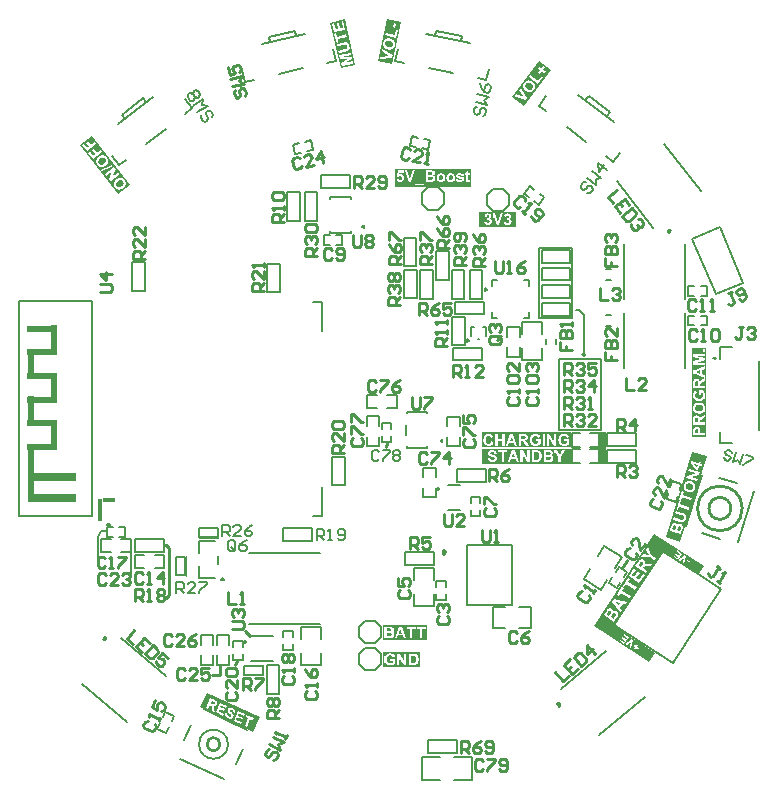
<source format=gto>
G04*
G04 #@! TF.GenerationSoftware,Altium Limited,Altium Designer,23.6.0 (18)*
G04*
G04 Layer_Color=65535*
%FSLAX25Y25*%
%MOIN*%
G70*
G04*
G04 #@! TF.SameCoordinates,41434E86-4965-44CF-8D99-FF0C004B18D3*
G04*
G04*
G04 #@! TF.FilePolarity,Positive*
G04*
G01*
G75*
%ADD10C,0.01000*%
%ADD11C,0.00500*%
%ADD12C,0.00013*%
%ADD13C,0.00787*%
%ADD14C,0.01181*%
%ADD15C,0.00800*%
%ADD16R,0.10000X0.02100*%
%ADD17R,0.02100X0.10000*%
%ADD18R,0.16400X0.02800*%
%ADD19R,0.02100X0.09700*%
%ADD20R,0.01732X0.07795*%
%ADD21R,0.04244X0.01646*%
%ADD22R,0.02500X0.05200*%
G36*
X177101Y-94445D02*
X147474D01*
Y-89460D01*
X177101D01*
Y-94445D01*
D02*
G37*
G36*
Y-89045D02*
X147474D01*
Y-84060D01*
X177101D01*
Y-89045D01*
D02*
G37*
G36*
X159023Y-15505D02*
X146633D01*
Y-10527D01*
X159023D01*
Y-15505D01*
D02*
G37*
G36*
X30209Y-1497D02*
X26280Y-4566D01*
X13480Y11818D01*
X17408Y14887D01*
X30209Y-1497D01*
D02*
G37*
G36*
X208662Y-120297D02*
X208669Y-120285D01*
X221603Y-128684D01*
X219663Y-131671D01*
X207494Y-123769D01*
X191453Y-148470D01*
X205278Y-157448D01*
X203212Y-160629D01*
X189388Y-151651D01*
X189380Y-151662D01*
X184921Y-148766D01*
X204967Y-117898D01*
X208662Y-120297D01*
D02*
G37*
G36*
X126900Y-162200D02*
X114500D01*
Y-157215D01*
X126900D01*
Y-162200D01*
D02*
G37*
G36*
X143957Y-2105D02*
X118498D01*
Y3798D01*
X143957D01*
Y-2105D01*
D02*
G37*
G36*
X73605Y-179022D02*
X71365Y-183825D01*
X53691Y-175584D01*
X55931Y-170781D01*
X73605Y-179022D01*
D02*
G37*
G36*
X105278Y38516D02*
X100420Y37395D01*
X96921Y52554D01*
X101778Y53675D01*
X105278Y38516D01*
D02*
G37*
G36*
X222377Y-92080D02*
X213679Y-120529D01*
X208912Y-119072D01*
X217610Y-90623D01*
X222377Y-92080D01*
D02*
G37*
G36*
X170507Y36805D02*
X161494Y24887D01*
X157518Y27894D01*
X166531Y39812D01*
X170507Y36805D01*
D02*
G37*
G36*
X129274Y-153129D02*
X114471D01*
Y-148151D01*
X129274D01*
Y-153129D01*
D02*
G37*
G36*
X120619Y52613D02*
X117636Y38579D01*
X112760Y39615D01*
X115743Y53649D01*
X120619Y52613D01*
D02*
G37*
G36*
X222354Y-85607D02*
X217369D01*
Y-55858D01*
X222354D01*
Y-85607D01*
D02*
G37*
%LPC*%
G36*
X151026Y-89967D02*
X150956D01*
X150798Y-89973D01*
X150652Y-89990D01*
X150523Y-90008D01*
X150412Y-90031D01*
X150324Y-90060D01*
X150289Y-90072D01*
X150260Y-90078D01*
X150237Y-90090D01*
X150213Y-90096D01*
X150207Y-90101D01*
X150202D01*
X150090Y-90154D01*
X149997Y-90218D01*
X149915Y-90283D01*
X149851Y-90347D01*
X149798Y-90406D01*
X149757Y-90452D01*
X149734Y-90482D01*
X149728Y-90487D01*
Y-90493D01*
X149675Y-90593D01*
X149634Y-90686D01*
X149605Y-90780D01*
X149587Y-90862D01*
X149576Y-90938D01*
X149564Y-90991D01*
Y-91014D01*
Y-91031D01*
Y-91037D01*
Y-91043D01*
X149570Y-91125D01*
X149582Y-91207D01*
X149599Y-91283D01*
X149617Y-91353D01*
X149675Y-91488D01*
X149739Y-91599D01*
X149775Y-91646D01*
X149804Y-91693D01*
X149833Y-91728D01*
X149862Y-91757D01*
X149880Y-91780D01*
X149897Y-91798D01*
X149909Y-91810D01*
X149915Y-91815D01*
X149968Y-91856D01*
X150026Y-91897D01*
X150155Y-91973D01*
X150301Y-92038D01*
X150447Y-92090D01*
X150576Y-92137D01*
X150635Y-92155D01*
X150687Y-92166D01*
X150728Y-92178D01*
X150757Y-92190D01*
X150781Y-92196D01*
X150787D01*
X150874Y-92219D01*
X150950Y-92237D01*
X151021Y-92254D01*
X151085Y-92272D01*
X151143Y-92289D01*
X151190Y-92301D01*
X151237Y-92313D01*
X151272Y-92324D01*
X151331Y-92342D01*
X151372Y-92354D01*
X151395Y-92365D01*
X151401D01*
X151471Y-92395D01*
X151530Y-92424D01*
X151576Y-92447D01*
X151617Y-92476D01*
X151646Y-92500D01*
X151664Y-92517D01*
X151676Y-92529D01*
X151682Y-92535D01*
X151711Y-92570D01*
X151728Y-92611D01*
X151752Y-92681D01*
X151758Y-92716D01*
X151763Y-92740D01*
Y-92757D01*
Y-92763D01*
X151758Y-92839D01*
X151734Y-92909D01*
X151705Y-92974D01*
X151670Y-93026D01*
X151629Y-93073D01*
X151600Y-93102D01*
X151576Y-93126D01*
X151570Y-93132D01*
X151494Y-93184D01*
X151407Y-93225D01*
X151313Y-93249D01*
X151219Y-93272D01*
X151138Y-93284D01*
X151073Y-93290D01*
X151009D01*
X150880Y-93284D01*
X150769Y-93260D01*
X150675Y-93231D01*
X150593Y-93202D01*
X150529Y-93167D01*
X150482Y-93143D01*
X150453Y-93120D01*
X150441Y-93114D01*
X150371Y-93038D01*
X150313Y-92950D01*
X150266Y-92857D01*
X150231Y-92769D01*
X150202Y-92681D01*
X150184Y-92617D01*
X150178Y-92588D01*
Y-92570D01*
X150172Y-92558D01*
Y-92553D01*
X149418Y-92629D01*
X149435Y-92746D01*
X149459Y-92857D01*
X149488Y-92962D01*
X149517Y-93056D01*
X149558Y-93143D01*
X149593Y-93225D01*
X149634Y-93296D01*
X149675Y-93366D01*
X149716Y-93418D01*
X149751Y-93471D01*
X149786Y-93512D01*
X149815Y-93547D01*
X149845Y-93576D01*
X149862Y-93594D01*
X149874Y-93606D01*
X149880Y-93611D01*
X149956Y-93670D01*
X150044Y-93722D01*
X150131Y-93764D01*
X150219Y-93804D01*
X150313Y-93834D01*
X150406Y-93863D01*
X150588Y-93904D01*
X150675Y-93916D01*
X150751Y-93927D01*
X150822Y-93933D01*
X150880Y-93939D01*
X150933Y-93945D01*
X149418D01*
X152542D01*
D01*
X151003D01*
X151184Y-93939D01*
X151342Y-93921D01*
X151483Y-93904D01*
X151606Y-93875D01*
X151658Y-93863D01*
X151705Y-93851D01*
X151740Y-93840D01*
X151775Y-93834D01*
X151799Y-93822D01*
X151816Y-93816D01*
X151828Y-93810D01*
X151834D01*
X151957Y-93752D01*
X152056Y-93682D01*
X152150Y-93611D01*
X152220Y-93541D01*
X152278Y-93483D01*
X152319Y-93430D01*
X152348Y-93395D01*
X152354Y-93389D01*
Y-93383D01*
X152419Y-93272D01*
X152465Y-93161D01*
X152495Y-93056D01*
X152518Y-92962D01*
X152530Y-92880D01*
X152542Y-92816D01*
Y-92757D01*
X152536Y-92629D01*
X152518Y-92512D01*
X152489Y-92406D01*
X152465Y-92318D01*
X152436Y-92248D01*
X152407Y-92190D01*
X152390Y-92161D01*
X152384Y-92149D01*
X152319Y-92061D01*
X152255Y-91979D01*
X152185Y-91915D01*
X152114Y-91856D01*
X152056Y-91815D01*
X152009Y-91780D01*
X151974Y-91763D01*
X151968Y-91757D01*
X151962D01*
X151910Y-91728D01*
X151851Y-91704D01*
X151717Y-91652D01*
X151582Y-91611D01*
X151442Y-91564D01*
X151319Y-91535D01*
X151266Y-91517D01*
X151219Y-91505D01*
X151179Y-91494D01*
X151149Y-91488D01*
X151132Y-91482D01*
X151126D01*
X151026Y-91459D01*
X150933Y-91429D01*
X150851Y-91406D01*
X150781Y-91382D01*
X150710Y-91365D01*
X150658Y-91342D01*
X150605Y-91324D01*
X150564Y-91301D01*
X150523Y-91283D01*
X150494Y-91271D01*
X150447Y-91248D01*
X150424Y-91230D01*
X150418Y-91225D01*
X150383Y-91184D01*
X150354Y-91149D01*
X150336Y-91108D01*
X150319Y-91072D01*
X150313Y-91037D01*
X150307Y-91014D01*
Y-90996D01*
Y-90991D01*
X150313Y-90938D01*
X150324Y-90891D01*
X150342Y-90850D01*
X150365Y-90815D01*
X150389Y-90786D01*
X150406Y-90768D01*
X150418Y-90757D01*
X150424Y-90751D01*
X150500Y-90704D01*
X150588Y-90669D01*
X150675Y-90645D01*
X150757Y-90628D01*
X150833Y-90616D01*
X150898Y-90610D01*
X150950D01*
X151067Y-90616D01*
X151167Y-90634D01*
X151249Y-90651D01*
X151319Y-90675D01*
X151372Y-90704D01*
X151407Y-90721D01*
X151430Y-90739D01*
X151436Y-90745D01*
X151494Y-90798D01*
X151541Y-90862D01*
X151576Y-90932D01*
X151606Y-91002D01*
X151629Y-91067D01*
X151641Y-91119D01*
X151652Y-91154D01*
Y-91160D01*
Y-91166D01*
X152430Y-91137D01*
X152425Y-91043D01*
X152407Y-90950D01*
X152384Y-90862D01*
X152360Y-90780D01*
X152296Y-90640D01*
X152267Y-90575D01*
X152232Y-90517D01*
X152196Y-90464D01*
X152161Y-90417D01*
X152132Y-90376D01*
X152103Y-90347D01*
X152079Y-90324D01*
X152062Y-90306D01*
X152050Y-90294D01*
X152044Y-90289D01*
X151974Y-90230D01*
X151892Y-90183D01*
X151810Y-90136D01*
X151723Y-90101D01*
X151541Y-90043D01*
X151366Y-90008D01*
X151284Y-89996D01*
X151208Y-89984D01*
X151138Y-89978D01*
X151073Y-89973D01*
X151026Y-89967D01*
D02*
G37*
G36*
X175158Y-90031D02*
X171572D01*
Y-93875D01*
D01*
Y-90031D01*
X172976Y-92260D01*
Y-93875D01*
X173754D01*
Y-92266D01*
X175158Y-90031D01*
D01*
D02*
G37*
G36*
X171314D02*
X168097D01*
Y-93875D01*
X169764D01*
X169863Y-93869D01*
X170021D01*
X170092Y-93863D01*
X170197D01*
X170238Y-93857D01*
X170296D01*
X170314Y-93851D01*
X170337D01*
X170448Y-93834D01*
X170548Y-93810D01*
X170636Y-93781D01*
X170712Y-93746D01*
X170776Y-93717D01*
X170823Y-93693D01*
X170846Y-93676D01*
X170858Y-93670D01*
X170934Y-93611D01*
X170998Y-93541D01*
X171057Y-93477D01*
X171104Y-93413D01*
X171139Y-93360D01*
X171168Y-93313D01*
X171186Y-93284D01*
X171191Y-93272D01*
X171232Y-93178D01*
X171262Y-93091D01*
X171285Y-93003D01*
X171297Y-92927D01*
X171308Y-92857D01*
X171314Y-92810D01*
Y-92763D01*
X171308Y-92640D01*
X171285Y-92529D01*
X171256Y-92435D01*
X171221Y-92348D01*
X171180Y-92278D01*
X171150Y-92225D01*
X171127Y-92196D01*
X171121Y-92184D01*
X171045Y-92096D01*
X170957Y-92020D01*
X170870Y-91962D01*
X170782Y-91915D01*
X170706Y-91880D01*
X170642Y-91851D01*
X170618Y-91845D01*
X170600Y-91839D01*
X170589Y-91833D01*
X170583D01*
X170671Y-91786D01*
X170753Y-91733D01*
X170817Y-91681D01*
X170876Y-91622D01*
X170922Y-91576D01*
X170951Y-91535D01*
X170975Y-91511D01*
X170981Y-91500D01*
X171028Y-91412D01*
X171063Y-91324D01*
X171092Y-91242D01*
X171109Y-91166D01*
X171121Y-91102D01*
X171127Y-91049D01*
Y-91014D01*
Y-91002D01*
X171121Y-90909D01*
X171109Y-90827D01*
X171086Y-90751D01*
X171069Y-90680D01*
X171045Y-90628D01*
X171022Y-90587D01*
X171010Y-90563D01*
X171004Y-90552D01*
X170957Y-90482D01*
X170911Y-90417D01*
X170858Y-90365D01*
X170817Y-90318D01*
X170776Y-90277D01*
X170741Y-90254D01*
X170718Y-90236D01*
X170712Y-90230D01*
X170642Y-90189D01*
X170577Y-90154D01*
X170507Y-90125D01*
X170443Y-90107D01*
X170390Y-90090D01*
X170349Y-90078D01*
X170320Y-90072D01*
X170308D01*
X170214Y-90060D01*
X170109Y-90049D01*
X169998Y-90043D01*
X169887Y-90037D01*
X169787Y-90031D01*
X171314D01*
D02*
G37*
G36*
X165751D02*
X164224D01*
Y-93875D01*
X165675D01*
X165827Y-93869D01*
X165967Y-93863D01*
X166084Y-93851D01*
X166178Y-93834D01*
X166260Y-93822D01*
X166313Y-93810D01*
X166348Y-93804D01*
X166359Y-93799D01*
X166482Y-93752D01*
X166587Y-93705D01*
X166681Y-93652D01*
X166763Y-93600D01*
X166821Y-93559D01*
X166868Y-93524D01*
X166892Y-93494D01*
X166903Y-93489D01*
X166997Y-93383D01*
X167079Y-93272D01*
X167149Y-93161D01*
X167208Y-93050D01*
X167254Y-92956D01*
X167272Y-92915D01*
X167289Y-92880D01*
X167301Y-92851D01*
X167307Y-92827D01*
X167313Y-92816D01*
Y-92810D01*
X167354Y-92675D01*
X167383Y-92535D01*
X167406Y-92400D01*
X167418Y-92272D01*
X167430Y-92161D01*
Y-92114D01*
X167436Y-92073D01*
Y-91991D01*
X167430Y-91798D01*
X167418Y-91622D01*
X167395Y-91464D01*
X167383Y-91400D01*
X167371Y-91336D01*
X167360Y-91277D01*
X167348Y-91230D01*
X167336Y-91184D01*
X167324Y-91149D01*
X167319Y-91119D01*
X167313Y-91102D01*
X167307Y-91090D01*
Y-91084D01*
X167254Y-90950D01*
X167196Y-90833D01*
X167137Y-90727D01*
X167079Y-90634D01*
X167020Y-90563D01*
X166979Y-90511D01*
X166950Y-90476D01*
X166944Y-90464D01*
X166938D01*
X166845Y-90376D01*
X166745Y-90300D01*
X166652Y-90236D01*
X166564Y-90189D01*
X166482Y-90154D01*
X166424Y-90125D01*
X166400Y-90119D01*
X166383Y-90113D01*
X166371Y-90107D01*
X166365D01*
X166260Y-90084D01*
X166143Y-90060D01*
X166026Y-90049D01*
X165903Y-90043D01*
X165798Y-90037D01*
X165751Y-90031D01*
D02*
G37*
G36*
X163405D02*
X160351D01*
Y-93875D01*
X161071D01*
Y-91353D01*
X162627Y-93875D01*
X163405D01*
Y-90031D01*
D02*
G37*
G36*
X159942D02*
X157578D01*
X156087Y-93875D01*
X159942D01*
D01*
X158397Y-90031D01*
X159942D01*
D02*
G37*
G36*
X156087D02*
D01*
Y-93875D01*
D01*
Y-90031D01*
D01*
D02*
G37*
G36*
X155970D02*
X152934D01*
Y-93875D01*
D01*
Y-90680D01*
X154063D01*
Y-93875D01*
X152934D01*
X155970D01*
X154841D01*
Y-90680D01*
X155970D01*
Y-90031D01*
D02*
G37*
G36*
X149418Y-89967D02*
D01*
Y-93945D01*
D01*
Y-89967D01*
D01*
D02*
G37*
%LPD*%
G36*
X173379Y-91558D02*
X172473Y-90031D01*
X174268D01*
X173379Y-91558D01*
D02*
G37*
G36*
X169711Y-90675D02*
X169852D01*
X169887Y-90680D01*
X169951D01*
X169975Y-90686D01*
X169980D01*
X170051Y-90698D01*
X170109Y-90716D01*
X170156Y-90739D01*
X170197Y-90762D01*
X170232Y-90786D01*
X170255Y-90803D01*
X170267Y-90815D01*
X170273Y-90821D01*
X170308Y-90868D01*
X170331Y-90914D01*
X170349Y-90961D01*
X170361Y-91008D01*
X170367Y-91043D01*
X170372Y-91078D01*
Y-91102D01*
Y-91108D01*
X170367Y-91172D01*
X170355Y-91236D01*
X170337Y-91283D01*
X170314Y-91330D01*
X170291Y-91365D01*
X170273Y-91388D01*
X170261Y-91406D01*
X170255Y-91412D01*
X170209Y-91447D01*
X170162Y-91482D01*
X170109Y-91505D01*
X170056Y-91523D01*
X170016Y-91535D01*
X169980Y-91540D01*
X169957Y-91546D01*
X169922D01*
X169887Y-91552D01*
X169717D01*
X169618Y-91558D01*
X168875D01*
Y-90669D01*
X169653D01*
X169711Y-90675D01*
D02*
G37*
G36*
X169758Y-92202D02*
X169828Y-92207D01*
X169893D01*
X169945Y-92213D01*
X169998Y-92219D01*
X170039Y-92225D01*
X170074Y-92231D01*
X170109Y-92237D01*
X170150Y-92242D01*
X170179Y-92254D01*
X170185D01*
X170244Y-92278D01*
X170291Y-92301D01*
X170331Y-92330D01*
X170367Y-92360D01*
X170390Y-92389D01*
X170407Y-92412D01*
X170419Y-92424D01*
X170425Y-92430D01*
X170454Y-92476D01*
X170478Y-92529D01*
X170489Y-92576D01*
X170501Y-92623D01*
X170507Y-92664D01*
X170513Y-92693D01*
Y-92716D01*
Y-92722D01*
X170507Y-92792D01*
X170495Y-92857D01*
X170478Y-92915D01*
X170460Y-92962D01*
X170437Y-92997D01*
X170419Y-93026D01*
X170407Y-93044D01*
X170402Y-93050D01*
X170361Y-93091D01*
X170314Y-93126D01*
X170261Y-93149D01*
X170220Y-93173D01*
X170179Y-93184D01*
X170150Y-93196D01*
X170127Y-93202D01*
X170121D01*
X170097Y-93208D01*
X170068D01*
X169992Y-93214D01*
X169904Y-93219D01*
X169811D01*
X169729Y-93225D01*
X168875D01*
Y-92196D01*
X169676D01*
X169758Y-92202D01*
D02*
G37*
G36*
X165581Y-90686D02*
X165646D01*
X165704Y-90692D01*
X165751D01*
X165798Y-90698D01*
X165839D01*
X165903Y-90710D01*
X165944Y-90716D01*
X165973Y-90721D01*
X165979D01*
X166055Y-90745D01*
X166125Y-90768D01*
X166190Y-90798D01*
X166236Y-90827D01*
X166277Y-90856D01*
X166313Y-90879D01*
X166330Y-90897D01*
X166336Y-90903D01*
X166388Y-90956D01*
X166429Y-91020D01*
X166465Y-91078D01*
X166500Y-91143D01*
X166523Y-91195D01*
X166541Y-91236D01*
X166546Y-91265D01*
X166552Y-91277D01*
X166582Y-91371D01*
X166599Y-91482D01*
X166617Y-91593D01*
X166622Y-91704D01*
X166628Y-91804D01*
X166634Y-91845D01*
Y-91880D01*
Y-91915D01*
Y-91938D01*
Y-91950D01*
Y-91956D01*
X166628Y-92114D01*
X166622Y-92254D01*
X166611Y-92377D01*
X166593Y-92476D01*
X166576Y-92558D01*
X166564Y-92617D01*
X166558Y-92634D01*
Y-92652D01*
X166552Y-92658D01*
Y-92664D01*
X166523Y-92751D01*
X166488Y-92827D01*
X166459Y-92892D01*
X166424Y-92945D01*
X166394Y-92985D01*
X166377Y-93009D01*
X166359Y-93026D01*
X166353Y-93032D01*
X166307Y-93073D01*
X166254Y-93102D01*
X166149Y-93155D01*
X166108Y-93167D01*
X166073Y-93178D01*
X166043Y-93190D01*
X166037D01*
X165979Y-93202D01*
X165909Y-93208D01*
X165827Y-93219D01*
X165757D01*
X165687Y-93225D01*
X165002D01*
Y-90680D01*
X165511D01*
X165581Y-90686D01*
D02*
G37*
G36*
X162686Y-92611D02*
X161100Y-90031D01*
X162686D01*
Y-92611D01*
D02*
G37*
G36*
X158520Y-92354D02*
X157461D01*
X157982Y-90926D01*
X158520Y-92354D01*
D02*
G37*
G36*
X159099Y-93875D02*
X156906D01*
X157222Y-93003D01*
X158772D01*
X159099Y-93875D01*
D02*
G37*
%LPC*%
G36*
X174982Y-84567D02*
X174912D01*
X174713Y-84573D01*
X174538Y-84596D01*
X174456Y-84614D01*
X174380Y-84625D01*
X174309Y-84643D01*
X174245Y-84660D01*
X174192Y-84684D01*
X174140Y-84701D01*
X174099Y-84713D01*
X174058Y-84731D01*
X174029Y-84742D01*
X174011Y-84754D01*
X173999Y-84760D01*
X173994D01*
X173824Y-84865D01*
X173672Y-84976D01*
X173549Y-85099D01*
X173444Y-85216D01*
X173362Y-85316D01*
X173333Y-85362D01*
X173303Y-85403D01*
X173286Y-85433D01*
X173268Y-85456D01*
X173262Y-85474D01*
X173256Y-85479D01*
X173175Y-85661D01*
X173116Y-85842D01*
X173069Y-86023D01*
X173040Y-86187D01*
X173034Y-86263D01*
X173022Y-86328D01*
X173017Y-86392D01*
Y-86445D01*
X173011Y-86486D01*
Y-86544D01*
X173022Y-86749D01*
X173046Y-86942D01*
X173081Y-87112D01*
X173099Y-87194D01*
X173122Y-87270D01*
X173145Y-87334D01*
X173163Y-87392D01*
X173180Y-87445D01*
X173198Y-87492D01*
X173215Y-87527D01*
X173221Y-87550D01*
X173233Y-87568D01*
Y-87574D01*
X173327Y-87738D01*
X173432Y-87884D01*
X173543Y-88007D01*
X173648Y-88106D01*
X173748Y-88188D01*
X173789Y-88223D01*
X173830Y-88247D01*
X173859Y-88264D01*
X173882Y-88282D01*
X173894Y-88287D01*
X173900Y-88293D01*
X173988Y-88340D01*
X174075Y-88375D01*
X174257Y-88440D01*
X174432Y-88481D01*
X174596Y-88516D01*
X174672Y-88521D01*
X174736Y-88533D01*
X174801Y-88539D01*
X174854D01*
X174894Y-88545D01*
X173011D01*
X176597Y-88545D01*
Y-86415D01*
X174929Y-86415D01*
Y-87065D01*
X175813D01*
Y-87556D01*
X175743Y-87609D01*
X175672Y-87650D01*
X175602Y-87691D01*
X175538Y-87726D01*
X175479Y-87755D01*
X175433Y-87773D01*
X175403Y-87784D01*
X175392Y-87790D01*
X175298Y-87819D01*
X175210Y-87843D01*
X175128Y-87860D01*
X175058Y-87872D01*
X174994Y-87878D01*
X174947Y-87884D01*
X174906D01*
X174818Y-87878D01*
X174731Y-87866D01*
X174649Y-87854D01*
X174573Y-87831D01*
X174438Y-87779D01*
X174327Y-87714D01*
X174274Y-87685D01*
X174233Y-87650D01*
X174198Y-87621D01*
X174163Y-87597D01*
X174140Y-87574D01*
X174122Y-87556D01*
X174116Y-87550D01*
X174110Y-87545D01*
X174058Y-87474D01*
X174011Y-87398D01*
X173970Y-87322D01*
X173941Y-87240D01*
X173882Y-87065D01*
X173847Y-86901D01*
X173836Y-86819D01*
X173830Y-86749D01*
X173824Y-86685D01*
X173818Y-86626D01*
X173812Y-86579D01*
Y-86544D01*
Y-86521D01*
Y-86515D01*
X173818Y-86398D01*
X173824Y-86293D01*
X173841Y-86187D01*
X173859Y-86094D01*
X173882Y-86012D01*
X173906Y-85930D01*
X173929Y-85860D01*
X173958Y-85795D01*
X173988Y-85737D01*
X174011Y-85690D01*
X174035Y-85649D01*
X174058Y-85614D01*
X174075Y-85591D01*
X174093Y-85573D01*
X174099Y-85561D01*
X174105Y-85555D01*
X174163Y-85497D01*
X174227Y-85444D01*
X174292Y-85403D01*
X174356Y-85368D01*
X174491Y-85310D01*
X174619Y-85269D01*
X174736Y-85245D01*
X174783Y-85240D01*
X174830Y-85234D01*
X174865Y-85228D01*
X174912D01*
X175029Y-85234D01*
X175140Y-85251D01*
X175234Y-85281D01*
X175316Y-85310D01*
X175380Y-85339D01*
X175427Y-85368D01*
X175456Y-85386D01*
X175468Y-85392D01*
X175544Y-85456D01*
X175608Y-85532D01*
X175661Y-85602D01*
X175702Y-85672D01*
X175737Y-85737D01*
X175754Y-85790D01*
X175766Y-85825D01*
X175772Y-85830D01*
Y-85836D01*
X176544Y-85690D01*
X176521Y-85596D01*
X176486Y-85503D01*
X176415Y-85345D01*
X176374Y-85269D01*
X176328Y-85204D01*
X176287Y-85140D01*
X176240Y-85088D01*
X176199Y-85035D01*
X176158Y-84994D01*
X176123Y-84959D01*
X176088Y-84924D01*
X176064Y-84900D01*
X176041Y-84883D01*
X176029Y-84877D01*
X176023Y-84871D01*
X175947Y-84818D01*
X175860Y-84772D01*
X175772Y-84731D01*
X175684Y-84696D01*
X175497Y-84643D01*
X175321Y-84602D01*
X175234Y-84590D01*
X175158Y-84584D01*
X175087Y-84579D01*
X175029Y-84573D01*
X174982Y-84567D01*
D02*
G37*
G36*
X165447D02*
X165376D01*
X165178Y-84573D01*
X165002Y-84596D01*
X164920Y-84614D01*
X164844Y-84625D01*
X164774Y-84643D01*
X164710Y-84660D01*
X164657Y-84684D01*
X164604Y-84701D01*
X164563Y-84713D01*
X164522Y-84731D01*
X164493Y-84742D01*
X164476Y-84754D01*
X164464Y-84760D01*
X164458D01*
X164288Y-84865D01*
X164136Y-84976D01*
X164013Y-85099D01*
X163908Y-85216D01*
X163826Y-85316D01*
X163797Y-85362D01*
X163768Y-85403D01*
X163750Y-85433D01*
X163733Y-85456D01*
X163727Y-85474D01*
X163721Y-85479D01*
X163639Y-85661D01*
X163581Y-85842D01*
X163534Y-86023D01*
X163505Y-86187D01*
X163499Y-86263D01*
X163487Y-86328D01*
X163481Y-86392D01*
Y-86445D01*
X163475Y-86486D01*
Y-86544D01*
X163487Y-86749D01*
X163510Y-86942D01*
X163545Y-87112D01*
X163563Y-87194D01*
X163586Y-87270D01*
X163610Y-87334D01*
X163627Y-87392D01*
X163645Y-87445D01*
X163662Y-87492D01*
X163680Y-87527D01*
X163686Y-87550D01*
X163698Y-87568D01*
Y-87574D01*
X163791Y-87738D01*
X163896Y-87884D01*
X164008Y-88007D01*
X164113Y-88106D01*
X164212Y-88188D01*
X164253Y-88223D01*
X164294Y-88247D01*
X164323Y-88264D01*
X164347Y-88282D01*
X164359Y-88287D01*
X164364Y-88293D01*
X164452Y-88340D01*
X164540Y-88375D01*
X164721Y-88440D01*
X164897Y-88481D01*
X165061Y-88516D01*
X165137Y-88521D01*
X165201Y-88533D01*
X165265Y-88539D01*
X165318D01*
X165359Y-88545D01*
X163475D01*
X167061D01*
Y-86415D01*
X165394D01*
Y-87065D01*
X166277D01*
Y-87556D01*
X166207Y-87609D01*
X166137Y-87650D01*
X166067Y-87691D01*
X166002Y-87726D01*
X165944Y-87755D01*
X165897Y-87773D01*
X165868Y-87784D01*
X165856Y-87790D01*
X165763Y-87819D01*
X165675Y-87843D01*
X165593Y-87860D01*
X165523Y-87872D01*
X165458Y-87878D01*
X165412Y-87884D01*
X165371D01*
X165283Y-87878D01*
X165195Y-87866D01*
X165113Y-87854D01*
X165037Y-87831D01*
X164903Y-87779D01*
X164792Y-87714D01*
X164739Y-87685D01*
X164698Y-87650D01*
X164663Y-87621D01*
X164628Y-87597D01*
X164604Y-87574D01*
X164587Y-87556D01*
X164581Y-87550D01*
X164575Y-87545D01*
X164522Y-87474D01*
X164476Y-87398D01*
X164435Y-87322D01*
X164405Y-87240D01*
X164347Y-87065D01*
X164312Y-86901D01*
X164300Y-86819D01*
X164294Y-86749D01*
X164288Y-86685D01*
X164283Y-86626D01*
X164277Y-86579D01*
Y-86544D01*
Y-86521D01*
Y-86515D01*
X164283Y-86398D01*
X164288Y-86293D01*
X164306Y-86187D01*
X164323Y-86094D01*
X164347Y-86012D01*
X164370Y-85930D01*
X164394Y-85860D01*
X164423Y-85795D01*
X164452Y-85737D01*
X164476Y-85690D01*
X164499Y-85649D01*
X164522Y-85614D01*
X164540Y-85591D01*
X164558Y-85573D01*
X164563Y-85561D01*
X164569Y-85555D01*
X164628Y-85497D01*
X164692Y-85444D01*
X164756Y-85403D01*
X164821Y-85368D01*
X164955Y-85310D01*
X165084Y-85269D01*
X165201Y-85245D01*
X165248Y-85240D01*
X165295Y-85234D01*
X165330Y-85228D01*
X165376D01*
X165494Y-85234D01*
X165605Y-85251D01*
X165698Y-85281D01*
X165780Y-85310D01*
X165845Y-85339D01*
X165891Y-85368D01*
X165920Y-85386D01*
X165932Y-85392D01*
X166008Y-85456D01*
X166073Y-85532D01*
X166125Y-85602D01*
X166166Y-85672D01*
X166201Y-85737D01*
X166219Y-85790D01*
X166231Y-85825D01*
X166236Y-85830D01*
Y-85836D01*
X167009Y-85690D01*
X166985Y-85596D01*
X166950Y-85503D01*
X166880Y-85345D01*
X166839Y-85269D01*
X166792Y-85204D01*
X166751Y-85140D01*
X166704Y-85088D01*
X166664Y-85035D01*
X166622Y-84994D01*
X166587Y-84959D01*
X166552Y-84924D01*
X166529Y-84900D01*
X166506Y-84883D01*
X166494Y-84877D01*
X166488Y-84871D01*
X166412Y-84818D01*
X166324Y-84772D01*
X166236Y-84731D01*
X166149Y-84696D01*
X165962Y-84643D01*
X165786Y-84602D01*
X165698Y-84590D01*
X165622Y-84584D01*
X165552Y-84579D01*
X165494Y-84573D01*
X165447Y-84567D01*
D02*
G37*
G36*
X149845D02*
X149775D01*
X149628Y-84573D01*
X149488Y-84590D01*
X149353Y-84614D01*
X149231Y-84649D01*
X149114Y-84690D01*
X149008Y-84737D01*
X148909Y-84783D01*
X148821Y-84830D01*
X148739Y-84883D01*
X148669Y-84930D01*
X148610Y-84976D01*
X148558Y-85017D01*
X148523Y-85052D01*
X148493Y-85076D01*
X148476Y-85093D01*
X148470Y-85099D01*
X148382Y-85204D01*
X148306Y-85316D01*
X148242Y-85433D01*
X148183Y-85555D01*
X148136Y-85678D01*
X148101Y-85807D01*
X148066Y-85924D01*
X148043Y-86047D01*
X148020Y-86158D01*
X148002Y-86257D01*
X147996Y-86351D01*
X147984Y-86433D01*
Y-86497D01*
X147979Y-86550D01*
D01*
D01*
Y-86591D01*
X147984Y-86755D01*
X148002Y-86913D01*
X148025Y-87059D01*
X148055Y-87194D01*
X148096Y-87322D01*
X148136Y-87439D01*
X148178Y-87550D01*
X148224Y-87644D01*
X148271Y-87732D01*
X148312Y-87808D01*
X148359Y-87872D01*
X148394Y-87925D01*
X148423Y-87966D01*
X148447Y-87995D01*
X148464Y-88012D01*
X148470Y-88018D01*
X148564Y-88112D01*
X148663Y-88188D01*
X148768Y-88258D01*
X148874Y-88317D01*
X148979Y-88369D01*
X149084Y-88410D01*
X149184Y-88445D01*
X149283Y-88475D01*
X149377Y-88498D01*
X149459Y-88510D01*
X149535Y-88521D01*
X149599Y-88533D01*
X149652D01*
X149693Y-88539D01*
X147979D01*
D01*
X151325D01*
Y-88358D01*
Y-88539D01*
X149728D01*
X149839Y-88533D01*
X149950Y-88527D01*
X150049Y-88510D01*
X150149Y-88492D01*
X150237Y-88469D01*
X150319Y-88445D01*
X150395Y-88416D01*
X150465Y-88387D01*
X150529Y-88358D01*
X150588Y-88328D01*
X150635Y-88305D01*
X150675Y-88282D01*
X150705Y-88264D01*
X150728Y-88247D01*
X150740Y-88241D01*
X150746Y-88235D01*
X150822Y-88176D01*
X150886Y-88106D01*
X151009Y-87960D01*
X151108Y-87802D01*
X151184Y-87650D01*
X151219Y-87580D01*
X151249Y-87509D01*
X151272Y-87451D01*
X151290Y-87398D01*
X151307Y-87351D01*
X151319Y-87322D01*
X151325Y-87299D01*
Y-88358D01*
Y-87299D01*
Y-87246D01*
Y-87293D01*
X150570Y-87059D01*
X150529Y-87211D01*
X150477Y-87334D01*
X150424Y-87445D01*
X150371Y-87533D01*
X150324Y-87597D01*
X150284Y-87650D01*
X150260Y-87673D01*
X150248Y-87685D01*
X150161Y-87749D01*
X150073Y-87796D01*
X149985Y-87831D01*
X149897Y-87854D01*
X149827Y-87866D01*
X149769Y-87872D01*
X149745Y-87878D01*
X149716D01*
X149640Y-87872D01*
X149570Y-87866D01*
X149435Y-87831D01*
X149318Y-87784D01*
X149219Y-87726D01*
X149143Y-87667D01*
X149084Y-87621D01*
X149049Y-87585D01*
X149043Y-87580D01*
X149037Y-87574D01*
X148991Y-87509D01*
X148956Y-87439D01*
X148920Y-87363D01*
X148891Y-87281D01*
X148844Y-87106D01*
X148815Y-86936D01*
X148803Y-86854D01*
X148792Y-86778D01*
X148786Y-86714D01*
Y-86649D01*
X148780Y-86603D01*
Y-86562D01*
Y-86538D01*
Y-86532D01*
X148786Y-86410D01*
X148792Y-86293D01*
X148803Y-86181D01*
X148821Y-86088D01*
X148838Y-85994D01*
X148862Y-85912D01*
X148885Y-85842D01*
X148915Y-85778D01*
X148938Y-85719D01*
X148961Y-85672D01*
X148985Y-85632D01*
X149002Y-85596D01*
X149020Y-85573D01*
X149032Y-85550D01*
X149043Y-85544D01*
Y-85538D01*
X149096Y-85485D01*
X149149Y-85433D01*
X149207Y-85392D01*
X149260Y-85357D01*
X149377Y-85304D01*
X149488Y-85269D01*
X149587Y-85245D01*
X149628Y-85240D01*
X149663Y-85234D01*
X149693Y-85228D01*
X149734D01*
X149845Y-85234D01*
X149944Y-85257D01*
X150038Y-85281D01*
X150114Y-85316D01*
X150178Y-85345D01*
X150219Y-85374D01*
X150248Y-85397D01*
X150260Y-85403D01*
X150336Y-85474D01*
X150395Y-85550D01*
X150447Y-85626D01*
X150482Y-85702D01*
X150512Y-85772D01*
X150535Y-85825D01*
X150541Y-85860D01*
X150547Y-85865D01*
Y-85871D01*
X151313Y-85690D01*
X151260Y-85526D01*
X151196Y-85386D01*
X151126Y-85269D01*
X151061Y-85169D01*
X151003Y-85088D01*
X150956Y-85035D01*
X150927Y-85000D01*
X150921Y-84988D01*
X150915D01*
X150828Y-84912D01*
X150740Y-84848D01*
X150646Y-84795D01*
X150553Y-84742D01*
X150459Y-84701D01*
X150359Y-84672D01*
X150272Y-84643D01*
X150178Y-84619D01*
X150096Y-84602D01*
X150020Y-84590D01*
X149950Y-84579D01*
X149891Y-84573D01*
X149845Y-84567D01*
D02*
G37*
G36*
X155063Y-84631D02*
X153527D01*
X154285D01*
Y-86146D01*
X152770D01*
Y-84631D01*
X151992D01*
Y-88475D01*
X153527D01*
X152770D01*
Y-86796D01*
X154285D01*
Y-88475D01*
X155063D01*
Y-84631D01*
D02*
G37*
G36*
X172326D02*
X171607D01*
Y-87211D01*
X170021Y-84631D01*
X169273D01*
Y-88475D01*
X172326D01*
Y-84631D01*
D02*
G37*
G36*
X168535D02*
X167757D01*
Y-88475D01*
X168535D01*
Y-84631D01*
D02*
G37*
G36*
X161457D02*
X159737D01*
Y-88475D01*
X163177D01*
X162709Y-87726D01*
X162656Y-87644D01*
X162609Y-87574D01*
X162568Y-87503D01*
X162522Y-87439D01*
X162452Y-87334D01*
X162387Y-87246D01*
X162335Y-87182D01*
X162299Y-87141D01*
X162276Y-87112D01*
X162270Y-87106D01*
X162206Y-87041D01*
X162136Y-86983D01*
X162065Y-86924D01*
X162001Y-86878D01*
X161943Y-86837D01*
X161896Y-86807D01*
X161866Y-86790D01*
X161861Y-86784D01*
X161855D01*
X161948Y-86766D01*
X162030Y-86749D01*
X162112Y-86725D01*
X162182Y-86696D01*
X162253Y-86667D01*
X162317Y-86638D01*
X162370Y-86608D01*
X162422Y-86579D01*
X162463Y-86550D01*
X162504Y-86521D01*
X162533Y-86492D01*
X162563Y-86474D01*
X162580Y-86450D01*
X162598Y-86439D01*
X162609Y-86433D01*
Y-86427D01*
X162656Y-86374D01*
X162697Y-86316D01*
X162756Y-86199D01*
X162803Y-86076D01*
X162838Y-85965D01*
X162855Y-85865D01*
X162861Y-85825D01*
Y-85784D01*
X162867Y-85754D01*
Y-85731D01*
Y-85719D01*
Y-85713D01*
X162861Y-85591D01*
X162843Y-85474D01*
X162814Y-85374D01*
X162785Y-85286D01*
X162750Y-85210D01*
X162726Y-85158D01*
X162703Y-85123D01*
X162697Y-85111D01*
X162627Y-85017D01*
X162557Y-84941D01*
X162481Y-84877D01*
X162410Y-84824D01*
X162346Y-84783D01*
X162294Y-84754D01*
X162258Y-84742D01*
X162253Y-84737D01*
X162247D01*
X162194Y-84719D01*
X162130Y-84701D01*
X161989Y-84678D01*
X161843Y-84655D01*
X161697Y-84643D01*
X161633Y-84637D01*
X161510D01*
X161457Y-84631D01*
D02*
G37*
G36*
X157783D02*
X156964D01*
X155472Y-88475D01*
D01*
X159328D01*
D01*
X157783Y-84631D01*
D02*
G37*
%LPD*%
G36*
X176597Y-88545D02*
X174953Y-88545D01*
X175128Y-88539D01*
X175298Y-88516D01*
X175456Y-88486D01*
X175596Y-88457D01*
X175661Y-88440D01*
X175719Y-88422D01*
X175766Y-88410D01*
X175807Y-88399D01*
X175842Y-88387D01*
X175865Y-88375D01*
X175883Y-88369D01*
X175889D01*
X176053Y-88299D01*
X176193Y-88229D01*
X176316Y-88159D01*
X176415Y-88094D01*
X176497Y-88036D01*
X176550Y-87995D01*
X176585Y-87966D01*
X176597Y-87954D01*
Y-88545D01*
D02*
G37*
G36*
X167061Y-88545D02*
X165417D01*
X165593Y-88539D01*
X165763Y-88516D01*
X165920Y-88486D01*
X166061Y-88457D01*
X166125Y-88440D01*
X166184Y-88422D01*
X166231Y-88410D01*
X166271Y-88399D01*
X166307Y-88387D01*
X166330Y-88375D01*
X166348Y-88369D01*
X166353D01*
X166517Y-88299D01*
X166658Y-88229D01*
X166780Y-88159D01*
X166880Y-88094D01*
X166962Y-88036D01*
X167015Y-87995D01*
X167050Y-87966D01*
X167061Y-87954D01*
Y-88545D01*
D02*
G37*
G36*
X171548Y-88475D02*
X169992D01*
Y-85953D01*
X171548Y-88475D01*
D02*
G37*
G36*
X161451Y-85286D02*
X161568D01*
X161621Y-85292D01*
X161650D01*
X161668Y-85298D01*
X161673D01*
X161738Y-85316D01*
X161796Y-85333D01*
X161843Y-85357D01*
X161884Y-85386D01*
X161919Y-85409D01*
X161943Y-85433D01*
X161954Y-85444D01*
X161960Y-85450D01*
X161995Y-85497D01*
X162019Y-85550D01*
X162042Y-85602D01*
X162054Y-85649D01*
X162059Y-85690D01*
X162065Y-85725D01*
Y-85754D01*
Y-85760D01*
X162059Y-85825D01*
X162054Y-85877D01*
X162042Y-85930D01*
X162024Y-85971D01*
X162007Y-86006D01*
X161995Y-86029D01*
X161989Y-86047D01*
X161984Y-86053D01*
X161954Y-86094D01*
X161919Y-86123D01*
X161849Y-86176D01*
X161814Y-86187D01*
X161790Y-86199D01*
X161773Y-86211D01*
X161767D01*
X161738Y-86216D01*
X161697Y-86228D01*
X161656Y-86234D01*
X161603Y-86240D01*
X161492Y-86246D01*
X161375Y-86252D01*
X161264Y-86257D01*
X160515D01*
Y-85281D01*
X161398D01*
X161451Y-85286D01*
D02*
G37*
G36*
X160843Y-86878D02*
X160907Y-86883D01*
X160960Y-86895D01*
X161001Y-86901D01*
X161030Y-86913D01*
X161047Y-86918D01*
X161053D01*
X161100Y-86936D01*
X161141Y-86959D01*
X161217Y-87012D01*
X161246Y-87036D01*
X161270Y-87059D01*
X161282Y-87071D01*
X161287Y-87076D01*
X161311Y-87100D01*
X161334Y-87135D01*
X161398Y-87217D01*
X161469Y-87305D01*
X161533Y-87404D01*
X161597Y-87498D01*
X161627Y-87533D01*
X161650Y-87574D01*
X161668Y-87603D01*
X161685Y-87626D01*
X161691Y-87638D01*
X161697Y-87644D01*
X162247Y-88475D01*
X160515D01*
Y-86872D01*
X160761D01*
X160843Y-86878D01*
D02*
G37*
G36*
X157906Y-86954D02*
X156847D01*
X157368Y-85526D01*
X157906Y-86954D01*
D02*
G37*
G36*
X158485Y-88475D02*
X156291D01*
X156607Y-87603D01*
X158158D01*
X158485Y-88475D01*
D02*
G37*
%LPC*%
G36*
X157388Y-11079D02*
X156072D01*
X155955Y-11085D01*
X155843Y-11097D01*
X155750Y-11120D01*
X155662Y-11138D01*
X155592Y-11161D01*
X155539Y-11185D01*
X155504Y-11196D01*
X155498Y-11202D01*
X155492D01*
X155405Y-11249D01*
X155323Y-11302D01*
X155259Y-11354D01*
X155200Y-11407D01*
X155153Y-11460D01*
X155124Y-11495D01*
X155101Y-11518D01*
X155095Y-11530D01*
X155048Y-11612D01*
X155001Y-11705D01*
X154966Y-11799D01*
X154937Y-11887D01*
X154913Y-11969D01*
X154896Y-12033D01*
X154890Y-12056D01*
Y-12074D01*
X154884Y-12086D01*
Y-12091D01*
X155563Y-12202D01*
X155574Y-12115D01*
X155598Y-12039D01*
X155621Y-11974D01*
X155650Y-11916D01*
X155680Y-11875D01*
X155697Y-11846D01*
X155715Y-11828D01*
X155721Y-11822D01*
X155773Y-11776D01*
X155832Y-11746D01*
X155885Y-11723D01*
X155937Y-11705D01*
X155984Y-11694D01*
X156019Y-11688D01*
X156048D01*
X156119Y-11694D01*
X156183Y-11705D01*
X156236Y-11723D01*
X156282Y-11746D01*
X156317Y-11770D01*
X156341Y-11787D01*
X156358Y-11799D01*
X156364Y-11805D01*
X156405Y-11851D01*
X156434Y-11904D01*
X156452Y-11957D01*
X156470Y-12004D01*
X156475Y-12045D01*
X156481Y-12080D01*
Y-12109D01*
Y-12115D01*
X156475Y-12197D01*
X156458Y-12267D01*
X156429Y-12331D01*
X156399Y-12384D01*
X156370Y-12425D01*
X156341Y-12460D01*
X156323Y-12477D01*
X156317Y-12483D01*
X156253Y-12524D01*
X156177Y-12559D01*
X156101Y-12583D01*
X156031Y-12595D01*
X155966Y-12600D01*
X155908Y-12606D01*
X155861D01*
X155779Y-13203D01*
X155849Y-13185D01*
X155914Y-13168D01*
X155972Y-13156D01*
X156019Y-13150D01*
X156060Y-13144D01*
X156113D01*
X156189Y-13150D01*
X156259Y-13168D01*
X156323Y-13197D01*
X156376Y-13226D01*
X156423Y-13255D01*
X156452Y-13285D01*
X156475Y-13302D01*
X156481Y-13308D01*
X156534Y-13373D01*
X156569Y-13449D01*
X156598Y-13519D01*
X156616Y-13589D01*
X156627Y-13653D01*
X156633Y-13706D01*
Y-13741D01*
Y-13747D01*
Y-13753D01*
X156627Y-13858D01*
X156610Y-13952D01*
X156581Y-14034D01*
X156557Y-14104D01*
X156528Y-14156D01*
X156499Y-14191D01*
X156481Y-14221D01*
X156475Y-14227D01*
X156411Y-14285D01*
X156347Y-14326D01*
X156282Y-14355D01*
X156224Y-14373D01*
X156171Y-14385D01*
X156130Y-14396D01*
X156089D01*
X156013Y-14390D01*
X155943Y-14373D01*
X155885Y-14349D01*
X155832Y-14326D01*
X155785Y-14303D01*
X155756Y-14279D01*
X155732Y-14262D01*
X155727Y-14256D01*
X155674Y-14197D01*
X155633Y-14127D01*
X155604Y-14057D01*
X155580Y-13993D01*
X155563Y-13928D01*
X155551Y-13882D01*
X155545Y-13846D01*
Y-13840D01*
Y-13835D01*
X154832Y-13922D01*
X154843Y-14010D01*
X154861Y-14098D01*
X154913Y-14250D01*
X154978Y-14385D01*
X155048Y-14496D01*
X155083Y-14543D01*
X155112Y-14583D01*
X155141Y-14624D01*
X155171Y-14654D01*
X155194Y-14677D01*
X155212Y-14695D01*
X155218Y-14701D01*
X155223Y-14706D01*
X155288Y-14759D01*
X155358Y-14806D01*
X155434Y-14847D01*
X155504Y-14876D01*
X155650Y-14934D01*
X155791Y-14970D01*
X155849Y-14981D01*
X155908Y-14987D01*
X155961Y-14993D01*
X156007Y-14999D01*
X156042Y-15005D01*
X154832D01*
X156095D01*
X156194Y-14999D01*
X156294Y-14987D01*
X156382Y-14970D01*
X156470Y-14946D01*
X156551Y-14923D01*
X156627Y-14894D01*
X156698Y-14858D01*
X156762Y-14823D01*
X156820Y-14794D01*
X156867Y-14759D01*
X156914Y-14730D01*
X156949Y-14701D01*
X156978Y-14683D01*
X156996Y-14665D01*
X157008Y-14654D01*
X157013Y-14648D01*
X157078Y-14578D01*
X157136Y-14507D01*
X157189Y-14437D01*
X157230Y-14361D01*
X157265Y-14291D01*
X157294Y-14221D01*
X157341Y-14086D01*
X157359Y-14022D01*
X157370Y-13963D01*
X157376Y-13917D01*
X157382Y-13870D01*
X157388Y-13835D01*
Y-13788D01*
X157382Y-13659D01*
X157359Y-13548D01*
X157324Y-13443D01*
X157289Y-13355D01*
X157253Y-13285D01*
X157218Y-13232D01*
X157195Y-13203D01*
X157189Y-13191D01*
X157107Y-13109D01*
X157025Y-13039D01*
X156938Y-12981D01*
X156850Y-12940D01*
X156780Y-12910D01*
X156715Y-12887D01*
X156692Y-12881D01*
X156680D01*
X156668Y-12875D01*
X156662D01*
X156762Y-12817D01*
X156844Y-12752D01*
X156920Y-12688D01*
X156984Y-12618D01*
X157037Y-12553D01*
X157084Y-12483D01*
X157119Y-12419D01*
X157148Y-12355D01*
X157171Y-12296D01*
X157189Y-12244D01*
X157201Y-12197D01*
X157212Y-12150D01*
Y-12115D01*
X157218Y-12091D01*
Y-12074D01*
Y-12068D01*
Y-12004D01*
X157207Y-11939D01*
X157177Y-11816D01*
X157131Y-11711D01*
X157084Y-11618D01*
X157031Y-11536D01*
X156984Y-11477D01*
X156967Y-11460D01*
X156955Y-11442D01*
X156949Y-11436D01*
X156943Y-11430D01*
X156879Y-11366D01*
X156815Y-11313D01*
X156739Y-11266D01*
X156668Y-11226D01*
X156598Y-11191D01*
X156522Y-11167D01*
X156388Y-11120D01*
X156323Y-11109D01*
X156259Y-11097D01*
X156206Y-11091D01*
X156159Y-11085D01*
X156124Y-11079D01*
X157388D01*
D02*
G37*
G36*
X149597D02*
X149508D01*
X149391Y-11085D01*
X149280Y-11097D01*
X149186Y-11120D01*
X149099Y-11138D01*
X149028Y-11161D01*
X148976Y-11185D01*
X148941Y-11196D01*
X148935Y-11202D01*
X148929D01*
X148841Y-11249D01*
X148759Y-11302D01*
X148695Y-11354D01*
X148636Y-11407D01*
X148590Y-11460D01*
X148560Y-11495D01*
X148537Y-11518D01*
X148531Y-11530D01*
X148484Y-11612D01*
X148437Y-11705D01*
X148402Y-11799D01*
X148373Y-11887D01*
X148350Y-11969D01*
X148332Y-12033D01*
X148326Y-12056D01*
Y-12074D01*
X148320Y-12086D01*
Y-12091D01*
X148999Y-12202D01*
X149011Y-12115D01*
X149034Y-12039D01*
X149057Y-11974D01*
X149087Y-11916D01*
X149116Y-11875D01*
X149134Y-11846D01*
X149151Y-11828D01*
X149157Y-11822D01*
X149210Y-11776D01*
X149268Y-11746D01*
X149321Y-11723D01*
X149373Y-11705D01*
X149420Y-11694D01*
X149455Y-11688D01*
X149485D01*
X149555Y-11694D01*
X149619Y-11705D01*
X149672Y-11723D01*
X149719Y-11746D01*
X149754Y-11770D01*
X149777Y-11787D01*
X149795Y-11799D01*
X149801Y-11805D01*
X149841Y-11851D01*
X149871Y-11904D01*
X149888Y-11957D01*
X149906Y-12004D01*
X149912Y-12045D01*
X149917Y-12080D01*
Y-12109D01*
Y-12115D01*
X149912Y-12197D01*
X149894Y-12267D01*
X149865Y-12331D01*
X149836Y-12384D01*
X149806Y-12425D01*
X149777Y-12460D01*
X149759Y-12477D01*
X149754Y-12483D01*
X149689Y-12524D01*
X149613Y-12559D01*
X149537Y-12583D01*
X149467Y-12595D01*
X149403Y-12600D01*
X149344Y-12606D01*
X149297D01*
X149215Y-13203D01*
X149286Y-13185D01*
X149350Y-13168D01*
X149408Y-13156D01*
X149455Y-13150D01*
X149496Y-13144D01*
X149549D01*
X149625Y-13150D01*
X149695Y-13168D01*
X149759Y-13197D01*
X149812Y-13226D01*
X149859Y-13255D01*
X149888Y-13285D01*
X149912Y-13302D01*
X149917Y-13308D01*
X149970Y-13373D01*
X150005Y-13449D01*
X150034Y-13519D01*
X150052Y-13589D01*
X150064Y-13653D01*
X150070Y-13706D01*
Y-13741D01*
Y-13747D01*
Y-13753D01*
X150064Y-13858D01*
X150046Y-13952D01*
X150017Y-14034D01*
X149994Y-14104D01*
X149964Y-14156D01*
X149935Y-14191D01*
X149917Y-14221D01*
X149912Y-14227D01*
X149847Y-14285D01*
X149783Y-14326D01*
X149719Y-14355D01*
X149660Y-14373D01*
X149607Y-14385D01*
X149566Y-14396D01*
X149525D01*
X149450Y-14390D01*
X149379Y-14373D01*
X149321Y-14349D01*
X149268Y-14326D01*
X149221Y-14303D01*
X149192Y-14279D01*
X149169Y-14262D01*
X149163Y-14256D01*
X149110Y-14197D01*
X149069Y-14127D01*
X149040Y-14057D01*
X149017Y-13993D01*
X148999Y-13928D01*
X148987Y-13882D01*
X148981Y-13846D01*
Y-13840D01*
Y-13835D01*
X148268Y-13922D01*
X148280Y-14010D01*
X148297Y-14098D01*
X148350Y-14250D01*
X148414Y-14385D01*
X148484Y-14496D01*
X148519Y-14543D01*
X148549Y-14583D01*
X148578Y-14624D01*
X148607Y-14654D01*
X148630Y-14677D01*
X148648Y-14695D01*
X148654Y-14701D01*
X148660Y-14706D01*
X148724Y-14759D01*
X148794Y-14806D01*
X148870Y-14847D01*
X148941Y-14876D01*
X149087Y-14934D01*
X149227Y-14970D01*
X149286Y-14981D01*
X149344Y-14987D01*
X149397Y-14993D01*
X149444Y-14999D01*
X149479Y-15005D01*
X148268D01*
X149531D01*
X149685D01*
X149531D01*
X149631Y-14999D01*
X149730Y-14987D01*
X149818Y-14970D01*
X149906Y-14946D01*
X149988Y-14923D01*
X150064Y-14894D01*
X150134Y-14858D01*
X150198Y-14823D01*
X150257Y-14794D01*
X150304Y-14759D01*
X150350Y-14730D01*
X150385Y-14701D01*
X150415Y-14683D01*
X150432Y-14665D01*
X150444Y-14654D01*
X150450Y-14648D01*
X150514Y-14578D01*
X150573Y-14507D01*
X150625Y-14437D01*
X150666Y-14361D01*
X150701Y-14291D01*
X150731Y-14221D01*
X150777Y-14086D01*
X150795Y-14022D01*
X150807Y-13963D01*
X150812Y-13917D01*
X150818Y-13870D01*
X150824Y-13835D01*
Y-13788D01*
X150818Y-13659D01*
X150795Y-13548D01*
X150760Y-13443D01*
X150725Y-13355D01*
X150690Y-13285D01*
X150655Y-13232D01*
X150631Y-13203D01*
X150625Y-13191D01*
X150543Y-13109D01*
X150461Y-13039D01*
X150374Y-12981D01*
X150286Y-12940D01*
X150216Y-12910D01*
X150152Y-12887D01*
X150128Y-12881D01*
X150116D01*
X150105Y-12875D01*
X150099D01*
X150198Y-12817D01*
X150280Y-12752D01*
X150356Y-12688D01*
X150421Y-12618D01*
X150473Y-12553D01*
X150520Y-12483D01*
X150555Y-12419D01*
X150584Y-12355D01*
X150608Y-12296D01*
X150625Y-12244D01*
X150637Y-12197D01*
X150649Y-12150D01*
Y-12115D01*
X150655Y-12091D01*
Y-12074D01*
Y-12068D01*
Y-12004D01*
X150643Y-11939D01*
X150614Y-11816D01*
X150567Y-11711D01*
X150520Y-11618D01*
X150467Y-11536D01*
X150421Y-11477D01*
X150403Y-11460D01*
X150391Y-11442D01*
X150385Y-11436D01*
X150380Y-11430D01*
X150315Y-11366D01*
X150251Y-11313D01*
X150175Y-11266D01*
X150105Y-11226D01*
X150034Y-11191D01*
X149958Y-11167D01*
X149824Y-11120D01*
X149759Y-11109D01*
X149695Y-11097D01*
X149643Y-11091D01*
X149596Y-11085D01*
X149561Y-11079D01*
X149597D01*
D02*
G37*
G36*
X154633Y-11091D02*
X151052D01*
Y-14934D01*
D01*
Y-11091D01*
X152427Y-14934D01*
X153264D01*
X154633Y-11091D01*
D01*
D02*
G37*
G36*
X154832Y-11079D02*
D01*
Y-15005D01*
D01*
Y-11079D01*
D01*
D02*
G37*
G36*
X150824Y-15005D02*
X149685D01*
X150824D01*
D01*
D02*
G37*
%LPD*%
G36*
X149531D02*
D01*
D01*
D01*
D02*
G37*
%LPC*%
G36*
X148268Y-11079D02*
D01*
Y-15005D01*
D01*
Y-11079D01*
D01*
D02*
G37*
%LPD*%
G36*
X152866Y-13934D02*
X151889Y-11091D01*
X153802D01*
X152866Y-13934D01*
D02*
G37*
%LPC*%
G36*
X16141Y12931D02*
X15629Y12531D01*
X16616Y11268D01*
X15897Y10707D01*
X14755Y12168D01*
X14244Y11768D01*
X15864Y9694D01*
X18893Y12060D01*
X18414Y12673D01*
X17128Y11668D01*
X16141Y12931D01*
D02*
G37*
G36*
X18158Y10350D02*
X17646Y9950D01*
X18633Y8687D01*
X17914Y8125D01*
X16772Y9586D01*
X16261Y9187D01*
X17881Y7112D01*
X20910Y9478D01*
X20431Y10091D01*
X19145Y9087D01*
X18158Y10350D01*
D02*
G37*
G36*
X21106Y8325D02*
X20968Y8321D01*
X20836Y8300D01*
X20708Y8274D01*
X20579Y8240D01*
X20457Y8196D01*
X20343Y8152D01*
X20236Y8098D01*
X20139Y8052D01*
X20049Y7996D01*
X19972Y7952D01*
X19900Y7910D01*
X19850Y7871D01*
X19809Y7846D01*
X19777Y7821D01*
X19647Y7712D01*
X19529Y7598D01*
X19423Y7485D01*
X19334Y7371D01*
X19254Y7264D01*
X19187Y7160D01*
X19129Y7055D01*
X19079Y6957D01*
X19042Y6861D01*
X19008Y6782D01*
X18986Y6706D01*
X18966Y6646D01*
X18951Y6589D01*
X18942Y6553D01*
X18939Y6528D01*
X18938Y6520D01*
X18925Y6384D01*
X18926Y6250D01*
X18939Y6120D01*
X18957Y5992D01*
X18988Y5876D01*
X19023Y5755D01*
X19060Y5650D01*
X19106Y5545D01*
X19153Y5456D01*
X19197Y5371D01*
X19238Y5299D01*
X19272Y5237D01*
X19308Y5191D01*
X19332Y5150D01*
X19354Y5123D01*
X19463Y4992D01*
X19574Y4879D01*
X19684Y4786D01*
X19778Y4704D01*
X19824Y4673D01*
X19862Y4643D01*
X19901Y4622D01*
X19932Y4602D01*
X19954Y4582D01*
X19974Y4575D01*
X19986Y4570D01*
X19990Y4565D01*
X20088Y4516D01*
X20187Y4474D01*
X20284Y4446D01*
X20377Y4422D01*
X20449Y4405D01*
X20511Y4393D01*
X20552Y4388D01*
X20568Y4386D01*
X20684Y4380D01*
X20805Y4378D01*
X20910Y4386D01*
X21007Y4394D01*
X21087Y4405D01*
X21151Y4418D01*
X21190Y4426D01*
X21198Y4425D01*
X21203Y4429D01*
X21363Y4480D01*
X21517Y4549D01*
X21665Y4626D01*
X21800Y4710D01*
X21862Y4744D01*
X21913Y4783D01*
X21963Y4815D01*
X22008Y4843D01*
X22086Y4904D01*
X22216Y5013D01*
X22330Y5124D01*
X22431Y5232D01*
X22523Y5342D01*
X22600Y5453D01*
X22667Y5558D01*
X22721Y5659D01*
X22770Y5757D01*
X22811Y5848D01*
X22842Y5932D01*
X22867Y6004D01*
X22884Y6069D01*
X22898Y6117D01*
X22906Y6153D01*
X22909Y6178D01*
X22910Y6186D01*
X22923Y6322D01*
X22918Y6452D01*
X22908Y6578D01*
X22883Y6706D01*
X22856Y6826D01*
X22819Y6939D01*
X22779Y7048D01*
X22737Y7149D01*
X22694Y7242D01*
X22646Y7323D01*
X22601Y7400D01*
X22567Y7462D01*
X22531Y7508D01*
X22507Y7549D01*
X22485Y7576D01*
X22383Y7697D01*
X22279Y7802D01*
X22178Y7893D01*
X22071Y7973D01*
X21963Y8045D01*
X21863Y8107D01*
X21765Y8157D01*
X21665Y8198D01*
X21578Y8234D01*
X21498Y8260D01*
X21426Y8286D01*
X21365Y8297D01*
X21312Y8308D01*
X21276Y8317D01*
X21251Y8320D01*
X21243Y8321D01*
X21106Y8325D01*
D02*
G37*
G36*
X24357Y5171D02*
X20636Y3481D01*
X20978Y3043D01*
X24692Y4742D01*
X24357Y5171D01*
D02*
G37*
G36*
X24901Y4371D02*
X21872Y2004D01*
X22315Y1437D01*
X24348Y3026D01*
X23291Y188D01*
X23752Y-402D01*
X26781Y1964D01*
X26338Y2531D01*
X24351Y979D01*
X25379Y3758D01*
X24901Y4371D01*
D02*
G37*
G36*
X26976Y811D02*
X26838Y807D01*
X26707Y786D01*
X26578Y760D01*
X26449Y726D01*
X26327Y682D01*
X26213Y638D01*
X26107Y584D01*
X26009Y538D01*
X25919Y482D01*
X25843Y437D01*
X25771Y396D01*
X25720Y357D01*
X25680Y332D01*
X25648Y307D01*
X25518Y198D01*
X25399Y83D01*
X25294Y-29D01*
X25205Y-143D01*
X25125Y-250D01*
X25058Y-354D01*
X24999Y-459D01*
X24950Y-557D01*
X24913Y-653D01*
X24878Y-732D01*
X24856Y-809D01*
X24836Y-869D01*
X24821Y-925D01*
X24813Y-961D01*
X24810Y-986D01*
X24809Y-994D01*
X24796Y-1130D01*
X24796Y-1264D01*
X24809Y-1395D01*
X24827Y-1522D01*
X24859Y-1638D01*
X24894Y-1759D01*
X24931Y-1864D01*
X24976Y-1969D01*
X25024Y-2059D01*
X25068Y-2143D01*
X25109Y-2215D01*
X25143Y-2277D01*
X25179Y-2323D01*
X25203Y-2364D01*
X25225Y-2392D01*
X25334Y-2522D01*
X25445Y-2635D01*
X25554Y-2728D01*
X25648Y-2810D01*
X25695Y-2841D01*
X25733Y-2871D01*
X25772Y-2892D01*
X25802Y-2913D01*
X25825Y-2932D01*
X25845Y-2939D01*
X25857Y-2944D01*
X25861Y-2949D01*
X25959Y-2998D01*
X26058Y-3040D01*
X26154Y-3068D01*
X26247Y-3092D01*
X26320Y-3109D01*
X26381Y-3121D01*
X26422Y-3126D01*
X26439Y-3128D01*
X26555Y-3134D01*
X26675Y-3136D01*
X26780Y-3128D01*
X26877Y-3120D01*
X26958Y-3109D01*
X27022Y-3096D01*
X27060Y-3088D01*
X27069Y-3089D01*
X27073Y-3085D01*
X27234Y-3034D01*
X27388Y-2966D01*
X27535Y-2888D01*
X27670Y-2804D01*
X27733Y-2770D01*
X27784Y-2731D01*
X27833Y-2699D01*
X27878Y-2671D01*
X27957Y-2610D01*
X28087Y-2501D01*
X28201Y-2390D01*
X28301Y-2282D01*
X28394Y-2172D01*
X28470Y-2061D01*
X28537Y-1956D01*
X28591Y-1855D01*
X28641Y-1757D01*
X28681Y-1666D01*
X28712Y-1582D01*
X28738Y-1510D01*
X28754Y-1445D01*
X28768Y-1397D01*
X28777Y-1361D01*
X28780Y-1336D01*
X28781Y-1328D01*
X28794Y-1192D01*
X28789Y-1062D01*
X28779Y-936D01*
X28753Y-808D01*
X28726Y-688D01*
X28690Y-575D01*
X28649Y-466D01*
X28608Y-365D01*
X28565Y-272D01*
X28516Y-191D01*
X28472Y-115D01*
X28438Y-52D01*
X28402Y-6D01*
X28377Y35D01*
X28356Y62D01*
X28254Y183D01*
X28150Y288D01*
X28049Y379D01*
X27942Y459D01*
X27834Y531D01*
X27733Y593D01*
X27635Y642D01*
X27536Y684D01*
X27449Y720D01*
X27369Y746D01*
X27297Y771D01*
X27236Y783D01*
X27183Y794D01*
X27146Y802D01*
X27122Y805D01*
X27114Y807D01*
X26976Y811D01*
D02*
G37*
%LPD*%
G36*
X21212Y7562D02*
X21225Y7564D01*
X21233Y7563D01*
X21315Y7553D01*
X21393Y7540D01*
X21465Y7514D01*
X21537Y7489D01*
X21599Y7456D01*
X21662Y7423D01*
X21766Y7356D01*
X21849Y7288D01*
X21883Y7254D01*
X21913Y7226D01*
X21935Y7206D01*
X21964Y7169D01*
X22010Y7101D01*
X22056Y7033D01*
X22089Y6962D01*
X22117Y6888D01*
X22155Y6754D01*
X22173Y6627D01*
X22181Y6522D01*
X22179Y6476D01*
X22179Y6439D01*
X22175Y6406D01*
X22172Y6381D01*
X22171Y6373D01*
X22170Y6365D01*
X22151Y6284D01*
X22120Y6200D01*
X22085Y6121D01*
X22039Y6047D01*
X21946Y5900D01*
X21838Y5772D01*
X21786Y5716D01*
X21734Y5668D01*
X21691Y5627D01*
X21649Y5587D01*
X21620Y5557D01*
X21593Y5535D01*
X21574Y5521D01*
X21570Y5517D01*
X21469Y5446D01*
X21378Y5382D01*
X21284Y5331D01*
X21195Y5284D01*
X21115Y5244D01*
X21033Y5217D01*
X20958Y5188D01*
X20889Y5172D01*
X20829Y5154D01*
X20774Y5148D01*
X20723Y5138D01*
X20684Y5130D01*
X20652Y5134D01*
X20630Y5133D01*
X20618Y5130D01*
X20609Y5131D01*
X20527Y5141D01*
X20450Y5155D01*
X20378Y5180D01*
X20306Y5206D01*
X20239Y5235D01*
X20181Y5271D01*
X20073Y5343D01*
X19990Y5411D01*
X19956Y5445D01*
X19926Y5473D01*
X19900Y5497D01*
X19871Y5534D01*
X19822Y5607D01*
X19776Y5675D01*
X19715Y5820D01*
X19673Y5959D01*
X19655Y6078D01*
X19649Y6132D01*
X19647Y6183D01*
X19648Y6228D01*
X19649Y6266D01*
X19653Y6299D01*
X19656Y6323D01*
X19657Y6331D01*
X19658Y6340D01*
X19676Y6421D01*
X19702Y6501D01*
X19741Y6575D01*
X19784Y6654D01*
X19880Y6796D01*
X19983Y6921D01*
X20036Y6977D01*
X20088Y7025D01*
X20131Y7073D01*
X20173Y7106D01*
X20206Y7139D01*
X20234Y7161D01*
X20252Y7175D01*
X20257Y7179D01*
X20357Y7250D01*
X20448Y7314D01*
X20547Y7368D01*
X20631Y7412D01*
X20719Y7451D01*
X20798Y7483D01*
X20876Y7507D01*
X20941Y7528D01*
X21005Y7541D01*
X21065Y7551D01*
X21112Y7557D01*
X21154Y7560D01*
X21188Y7565D01*
X21212Y7562D01*
D02*
G37*
G36*
X27083Y48D02*
X27096Y50D01*
X27104Y49D01*
X27186Y39D01*
X27264Y25D01*
X27335Y-0D01*
X27407Y-26D01*
X27470Y-58D01*
X27533Y-91D01*
X27637Y-158D01*
X27720Y-227D01*
X27754Y-260D01*
X27783Y-289D01*
X27806Y-308D01*
X27835Y-345D01*
X27881Y-413D01*
X27926Y-481D01*
X27959Y-552D01*
X27988Y-626D01*
X28026Y-760D01*
X28043Y-887D01*
X28051Y-992D01*
X28050Y-1038D01*
X28049Y-1075D01*
X28045Y-1108D01*
X28042Y-1133D01*
X28041Y-1141D01*
X28040Y-1149D01*
X28022Y-1230D01*
X27991Y-1314D01*
X27956Y-1393D01*
X27910Y-1467D01*
X27817Y-1614D01*
X27709Y-1742D01*
X27656Y-1798D01*
X27605Y-1846D01*
X27562Y-1887D01*
X27520Y-1927D01*
X27491Y-1957D01*
X27463Y-1979D01*
X27445Y-1993D01*
X27440Y-1997D01*
X27340Y-2068D01*
X27249Y-2132D01*
X27155Y-2183D01*
X27066Y-2230D01*
X26986Y-2270D01*
X26903Y-2298D01*
X26829Y-2326D01*
X26760Y-2342D01*
X26700Y-2360D01*
X26645Y-2366D01*
X26594Y-2376D01*
X26555Y-2384D01*
X26522Y-2380D01*
X26501Y-2382D01*
X26488Y-2384D01*
X26480Y-2383D01*
X26398Y-2373D01*
X26320Y-2359D01*
X26249Y-2334D01*
X26177Y-2308D01*
X26109Y-2279D01*
X26051Y-2243D01*
X25943Y-2171D01*
X25860Y-2103D01*
X25827Y-2070D01*
X25797Y-2041D01*
X25771Y-2017D01*
X25742Y-1980D01*
X25692Y-1907D01*
X25647Y-1839D01*
X25585Y-1694D01*
X25544Y-1555D01*
X25525Y-1436D01*
X25519Y-1382D01*
X25517Y-1331D01*
X25519Y-1286D01*
X25519Y-1248D01*
X25523Y-1215D01*
X25526Y-1191D01*
X25527Y-1183D01*
X25528Y-1174D01*
X25547Y-1093D01*
X25573Y-1013D01*
X25611Y-939D01*
X25654Y-861D01*
X25751Y-718D01*
X25854Y-593D01*
X25907Y-537D01*
X25958Y-489D01*
X26002Y-441D01*
X26043Y-408D01*
X26077Y-375D01*
X26104Y-353D01*
X26123Y-339D01*
X26127Y-335D01*
X26228Y-264D01*
X26319Y-200D01*
X26417Y-146D01*
X26502Y-102D01*
X26590Y-63D01*
X26669Y-31D01*
X26747Y-7D01*
X26812Y14D01*
X26876Y27D01*
X26936Y37D01*
X26982Y43D01*
X27024Y46D01*
X27058Y51D01*
X27083Y48D01*
D02*
G37*
%LPC*%
G36*
X202787Y-122312D02*
X202262Y-123120D01*
X203125Y-124830D01*
X201202Y-124753D01*
X200671Y-125572D01*
X203525Y-125611D01*
X204993Y-126564D01*
X205452Y-125857D01*
X203990Y-124907D01*
X202787Y-122312D01*
D02*
G37*
G36*
X212522Y-123383D02*
X212286Y-123746D01*
X213483Y-124523D01*
X213105Y-125106D01*
X212032Y-124409D01*
X211796Y-124772D01*
X212869Y-125469D01*
X212559Y-125946D01*
X211405Y-125196D01*
X211169Y-125559D01*
X212758Y-126592D01*
X214154Y-124443D01*
X212522Y-123383D01*
D02*
G37*
G36*
X216026Y-126472D02*
X215758Y-126884D01*
X216566Y-127409D01*
X216834Y-126997D01*
X216026Y-126472D01*
D02*
G37*
G36*
X215139Y-125082D02*
X212978Y-126734D01*
X213442Y-127036D01*
X214998Y-125786D01*
X214512Y-127730D01*
X214979Y-128034D01*
X215606Y-125386D01*
X215139Y-125082D01*
D02*
G37*
G36*
X200803Y-126323D02*
X200676Y-126331D01*
X200566Y-126350D01*
X200462Y-126381D01*
X200373Y-126414D01*
X200298Y-126448D01*
X200240Y-126479D01*
X200209Y-126504D01*
X200200Y-126506D01*
X200197Y-126511D01*
X200149Y-126549D01*
X200096Y-126597D01*
X199991Y-126711D01*
X199884Y-126830D01*
X199787Y-126956D01*
X199744Y-127011D01*
X199671Y-127122D01*
X199635Y-127167D01*
X198619Y-128730D01*
X202113Y-130999D01*
X202572Y-130291D01*
X201115Y-129345D01*
X201260Y-129122D01*
X201314Y-129051D01*
X201357Y-128996D01*
X201399Y-128955D01*
X201428Y-128921D01*
X201456Y-128902D01*
X201472Y-128889D01*
X201475Y-128884D01*
X201519Y-128852D01*
X201564Y-128828D01*
X201657Y-128790D01*
X201696Y-128777D01*
X201731Y-128770D01*
X201748Y-128766D01*
X201757Y-128764D01*
X201792Y-128757D01*
X201838Y-128756D01*
X201950Y-128746D01*
X202071Y-128734D01*
X202200Y-128734D01*
X202323Y-128731D01*
X202372Y-128725D01*
X202423Y-128728D01*
X202460Y-128730D01*
X202492Y-128727D01*
X202506Y-128729D01*
X202515Y-128727D01*
X203594Y-128718D01*
X204143Y-127872D01*
X203186Y-127856D01*
X203081Y-127855D01*
X202989Y-127856D01*
X202901Y-127852D01*
X202815Y-127857D01*
X202678Y-127858D01*
X202560Y-127865D01*
X202471Y-127875D01*
X202413Y-127883D01*
X202373Y-127886D01*
X202364Y-127888D01*
X202267Y-127909D01*
X202173Y-127938D01*
X202078Y-127967D01*
X201998Y-127998D01*
X201926Y-128027D01*
X201872Y-128053D01*
X201838Y-128069D01*
X201830Y-128071D01*
X201826Y-128076D01*
X201866Y-127980D01*
X201898Y-127896D01*
X201925Y-127807D01*
X201940Y-127726D01*
X201955Y-127645D01*
X201966Y-127570D01*
X201971Y-127505D01*
X201975Y-127439D01*
X201973Y-127385D01*
X201970Y-127330D01*
X201961Y-127287D01*
X201962Y-127250D01*
X201951Y-127220D01*
X201951Y-127197D01*
X201953Y-127183D01*
X201947Y-127179D01*
X201927Y-127106D01*
X201898Y-127034D01*
X201826Y-126912D01*
X201742Y-126797D01*
X201662Y-126699D01*
X201582Y-126625D01*
X201548Y-126595D01*
X201511Y-126571D01*
X201488Y-126548D01*
X201466Y-126535D01*
X201456Y-126528D01*
X201450Y-126524D01*
X201335Y-126457D01*
X201219Y-126404D01*
X201111Y-126372D01*
X201014Y-126347D01*
X200924Y-126334D01*
X200863Y-126324D01*
X200817Y-126324D01*
X200803Y-126323D01*
D02*
G37*
G36*
X198184Y-129400D02*
X196506Y-131984D01*
X200000Y-134253D01*
X201723Y-131600D01*
X201132Y-131216D01*
X199869Y-133162D01*
X198922Y-132548D01*
X200055Y-130804D01*
X199465Y-130420D01*
X198332Y-132164D01*
X197556Y-131660D01*
X198775Y-129783D01*
X198184Y-129400D01*
D02*
G37*
G36*
X196206Y-132447D02*
X194414Y-135206D01*
X195004Y-135590D01*
X195670Y-134564D01*
X198574Y-136449D01*
X199033Y-135742D01*
X196130Y-133856D01*
X196796Y-132830D01*
X196206Y-132447D01*
D02*
G37*
G36*
X194272Y-135424D02*
X192480Y-138184D01*
X193070Y-138567D01*
X193737Y-137541D01*
X196640Y-139426D01*
X197099Y-138719D01*
X194196Y-136834D01*
X194862Y-135808D01*
X194272Y-135424D01*
D02*
G37*
G36*
X191486Y-139715D02*
X191002Y-140460D01*
X193615Y-144084D01*
X194098Y-143340D01*
X193493Y-142538D01*
X194408Y-141129D01*
X195393Y-141346D01*
X195890Y-140580D01*
X191486Y-139715D01*
D02*
G37*
G36*
X190256Y-142644D02*
X190165Y-142645D01*
X190079Y-142650D01*
X190000Y-142666D01*
X189933Y-142676D01*
X189872Y-142689D01*
X189830Y-142707D01*
X189800Y-142718D01*
X189791Y-142720D01*
X189713Y-142760D01*
X189643Y-142797D01*
X189575Y-142844D01*
X189521Y-142892D01*
X189474Y-142930D01*
X189439Y-142960D01*
X189416Y-142983D01*
X189409Y-142994D01*
X189344Y-143072D01*
X189271Y-143161D01*
X189200Y-143258D01*
X189129Y-143356D01*
X189065Y-143443D01*
X188067Y-144979D01*
X191560Y-147248D01*
X192545Y-145733D01*
X192598Y-145639D01*
X192691Y-145495D01*
X192727Y-145428D01*
X192789Y-145332D01*
X192808Y-145292D01*
X192843Y-145238D01*
X192848Y-145219D01*
X192862Y-145198D01*
X192911Y-145086D01*
X192949Y-144982D01*
X192974Y-144885D01*
X192987Y-144795D01*
X192998Y-144720D01*
X193005Y-144663D01*
X193003Y-144632D01*
X193004Y-144617D01*
X192996Y-144514D01*
X192970Y-144414D01*
X192946Y-144323D01*
X192915Y-144242D01*
X192888Y-144179D01*
X192863Y-144125D01*
X192847Y-144092D01*
X192839Y-144079D01*
X192779Y-143987D01*
X192716Y-143909D01*
X192650Y-143836D01*
X192588Y-143780D01*
X192531Y-143728D01*
X192492Y-143695D01*
X192449Y-143667D01*
X192334Y-143600D01*
X192219Y-143556D01*
X192117Y-143527D01*
X192017Y-143507D01*
X191929Y-143503D01*
X191864Y-143499D01*
X191823Y-143503D01*
X191809Y-143501D01*
X191684Y-143518D01*
X191563Y-143553D01*
X191458Y-143598D01*
X191364Y-143651D01*
X191287Y-143699D01*
X191223Y-143740D01*
X191204Y-143758D01*
X191188Y-143771D01*
X191176Y-143778D01*
X191172Y-143783D01*
X191182Y-143676D01*
X191182Y-143570D01*
X191172Y-143481D01*
X191154Y-143393D01*
X191139Y-143323D01*
X191119Y-143272D01*
X191111Y-143237D01*
X191104Y-143225D01*
X191052Y-143130D01*
X190993Y-143047D01*
X190936Y-142972D01*
X190877Y-142911D01*
X190825Y-142862D01*
X190781Y-142826D01*
X190749Y-142805D01*
X190738Y-142798D01*
X190650Y-142748D01*
X190568Y-142711D01*
X190486Y-142687D01*
X190411Y-142661D01*
X190350Y-142652D01*
X190299Y-142649D01*
X190270Y-142646D01*
X190256Y-142644D01*
D02*
G37*
G36*
X194783Y-151366D02*
X194547Y-151729D01*
X195744Y-152506D01*
X195366Y-153088D01*
X194293Y-152392D01*
X194058Y-152755D01*
X195130Y-153451D01*
X194820Y-153929D01*
X193666Y-153179D01*
X193430Y-153542D01*
X195019Y-154575D01*
X196415Y-152426D01*
X194783Y-151366D01*
D02*
G37*
G36*
X199126Y-154623D02*
X198765Y-155180D01*
X198203Y-154814D01*
X197956Y-155194D01*
X198519Y-155559D01*
X198158Y-156115D01*
X198534Y-156359D01*
X198895Y-155803D01*
X199458Y-156168D01*
X199704Y-155789D01*
X199141Y-155424D01*
X199503Y-154868D01*
X199126Y-154623D01*
D02*
G37*
G36*
X197399Y-153065D02*
X195239Y-154717D01*
X195703Y-155018D01*
X197259Y-153769D01*
X196773Y-155713D01*
X197240Y-156017D01*
X197867Y-153369D01*
X197399Y-153065D01*
D02*
G37*
%LPD*%
G36*
X200801Y-127199D02*
X200863Y-127208D01*
X200912Y-127225D01*
X200953Y-127244D01*
X200988Y-127260D01*
X201015Y-127277D01*
X201020Y-127280D01*
X201075Y-127324D01*
X201119Y-127360D01*
X201160Y-127402D01*
X201187Y-127442D01*
X201209Y-127479D01*
X201223Y-127503D01*
X201236Y-127519D01*
X201238Y-127527D01*
X201257Y-127578D01*
X201263Y-127627D01*
X201270Y-127722D01*
X201260Y-127761D01*
X201256Y-127789D01*
X201257Y-127812D01*
X201253Y-127817D01*
X201241Y-127847D01*
X201228Y-127892D01*
X201209Y-127932D01*
X201183Y-127983D01*
X201123Y-128088D01*
X201059Y-128198D01*
X200999Y-128302D01*
X200557Y-128983D01*
X199669Y-128406D01*
X200190Y-127603D01*
X200227Y-127559D01*
X200296Y-127453D01*
X200332Y-127408D01*
X200349Y-127382D01*
X200365Y-127369D01*
X200369Y-127364D01*
X200423Y-127316D01*
X200473Y-127273D01*
X200522Y-127244D01*
X200573Y-127224D01*
X200615Y-127206D01*
X200650Y-127199D01*
X200667Y-127195D01*
X200676Y-127193D01*
X200739Y-127189D01*
X200801Y-127199D01*
D02*
G37*
G36*
X193669Y-140974D02*
X193044Y-141937D01*
X192054Y-140621D01*
X193669Y-140974D01*
D02*
G37*
G36*
X190189Y-143470D02*
X190242Y-143481D01*
X190291Y-143498D01*
X190327Y-143514D01*
X190362Y-143529D01*
X190383Y-143543D01*
X190389Y-143546D01*
X190444Y-143590D01*
X190495Y-143638D01*
X190527Y-143682D01*
X190556Y-143731D01*
X190574Y-143773D01*
X190585Y-143802D01*
X190594Y-143824D01*
X190596Y-143832D01*
X190600Y-143895D01*
X190605Y-143959D01*
X190595Y-144020D01*
X190580Y-144079D01*
X190566Y-144123D01*
X190551Y-144158D01*
X190542Y-144183D01*
X190522Y-144215D01*
X190506Y-144250D01*
X190406Y-144404D01*
X190353Y-144498D01*
X189914Y-145173D01*
X189106Y-144649D01*
X189565Y-143941D01*
X189605Y-143892D01*
X189688Y-143764D01*
X189714Y-143736D01*
X189752Y-143677D01*
X189771Y-143659D01*
X189775Y-143654D01*
X189827Y-143597D01*
X189877Y-143554D01*
X189926Y-143526D01*
X189971Y-143502D01*
X190013Y-143484D01*
X190043Y-143473D01*
X190061Y-143469D01*
X190069Y-143467D01*
X190133Y-143463D01*
X190189Y-143470D01*
D02*
G37*
G36*
X191681Y-144280D02*
X191743Y-144290D01*
X191792Y-144307D01*
X191842Y-144324D01*
X191882Y-144343D01*
X191912Y-144354D01*
X191934Y-144368D01*
X191939Y-144372D01*
X191999Y-144419D01*
X192051Y-144467D01*
X192094Y-144518D01*
X192126Y-144561D01*
X192144Y-144603D01*
X192160Y-144636D01*
X192169Y-144657D01*
X192171Y-144666D01*
X192184Y-144728D01*
X192189Y-144791D01*
X192179Y-144852D01*
X192176Y-144904D01*
X192162Y-144948D01*
X192156Y-144981D01*
X192147Y-145006D01*
X192144Y-145011D01*
X192135Y-145036D01*
X192118Y-145062D01*
X192078Y-145135D01*
X192032Y-145218D01*
X191977Y-145303D01*
X191934Y-145381D01*
X191429Y-146158D01*
X190494Y-145550D01*
X190967Y-144821D01*
X191020Y-144750D01*
X191067Y-144690D01*
X191105Y-144632D01*
X191141Y-144587D01*
X191178Y-144543D01*
X191207Y-144509D01*
X191233Y-144481D01*
X191260Y-144452D01*
X191289Y-144418D01*
X191317Y-144399D01*
X191320Y-144393D01*
X191376Y-144354D01*
X191425Y-144325D01*
X191476Y-144305D01*
X191523Y-144291D01*
X191563Y-144287D01*
X191595Y-144284D01*
X191613Y-144281D01*
X191621Y-144279D01*
X191681Y-144280D01*
D02*
G37*
%LPC*%
G36*
X116976Y-157722D02*
X116906D01*
X116707Y-157728D01*
X116532Y-157751D01*
X116450Y-157769D01*
X116374Y-157781D01*
X116304Y-157798D01*
X116239Y-157816D01*
X116187Y-157839D01*
X116134Y-157857D01*
X116093Y-157868D01*
X116052Y-157886D01*
X116023Y-157897D01*
X116005Y-157909D01*
X115994Y-157915D01*
X115988D01*
X115818Y-158020D01*
X115666Y-158132D01*
X115543Y-158254D01*
X115438Y-158371D01*
X115356Y-158471D01*
X115327Y-158518D01*
X115297Y-158558D01*
X115280Y-158588D01*
X115262Y-158611D01*
X115257Y-158629D01*
X115251Y-158635D01*
X115169Y-158816D01*
X115110Y-158997D01*
X115064Y-159179D01*
X115034Y-159343D01*
X115028Y-159418D01*
X115017Y-159483D01*
X115011Y-159547D01*
Y-159600D01*
X115005Y-159641D01*
Y-157722D01*
D01*
D01*
Y-161700D01*
D01*
Y-159699D01*
X115017Y-159904D01*
X115040Y-160097D01*
X115075Y-160267D01*
X115093Y-160349D01*
X115116Y-160425D01*
X115140Y-160489D01*
X115157Y-160548D01*
X115175Y-160600D01*
X115192Y-160647D01*
X115210Y-160682D01*
X115216Y-160705D01*
X115227Y-160723D01*
Y-160729D01*
X115321Y-160893D01*
X115426Y-161039D01*
X115537Y-161162D01*
X115643Y-161261D01*
X115742Y-161343D01*
X115783Y-161378D01*
X115824Y-161402D01*
X115853Y-161419D01*
X115877Y-161437D01*
X115888Y-161443D01*
X115894Y-161449D01*
X115982Y-161495D01*
X116070Y-161530D01*
X116251Y-161595D01*
X116427Y-161636D01*
X116590Y-161671D01*
X116666Y-161677D01*
X116731Y-161688D01*
X116795Y-161694D01*
X116848D01*
X116889Y-161700D01*
X118591D01*
X116947D01*
X117123Y-161694D01*
X117292Y-161671D01*
X117450Y-161642D01*
X117591Y-161612D01*
X117655Y-161595D01*
X117714Y-161577D01*
X117760Y-161565D01*
X117801Y-161554D01*
X117836Y-161542D01*
X117860Y-161530D01*
X117877Y-161524D01*
X117883D01*
X118047Y-161454D01*
X118187Y-161384D01*
X118310Y-161314D01*
X118410Y-161249D01*
X118492Y-161191D01*
X118544Y-161150D01*
X118579Y-161121D01*
X118591Y-161109D01*
Y-159571D01*
X116924D01*
Y-160220D01*
X117807D01*
Y-160711D01*
X117737Y-160764D01*
X117667Y-160805D01*
X117597Y-160846D01*
X117532Y-160881D01*
X117474Y-160910D01*
X117427Y-160928D01*
X117398Y-160940D01*
X117386Y-160945D01*
X117292Y-160975D01*
X117205Y-160998D01*
X117123Y-161016D01*
X117052Y-161027D01*
X116988Y-161033D01*
X116941Y-161039D01*
X116900D01*
X116813Y-161033D01*
X116725Y-161021D01*
X116643Y-161010D01*
X116567Y-160986D01*
X116432Y-160934D01*
X116321Y-160869D01*
X116269Y-160840D01*
X116228Y-160805D01*
X116193Y-160776D01*
X116157Y-160752D01*
X116134Y-160729D01*
X116116Y-160711D01*
X116111Y-160705D01*
X116105Y-160700D01*
X116052Y-160629D01*
X116005Y-160553D01*
X115964Y-160477D01*
X115935Y-160396D01*
X115877Y-160220D01*
X115842Y-160056D01*
X115830Y-159974D01*
X115824Y-159904D01*
X115818Y-159840D01*
X115812Y-159781D01*
X115806Y-159734D01*
Y-159699D01*
Y-159676D01*
Y-159670D01*
X115812Y-159553D01*
X115818Y-159448D01*
X115836Y-159343D01*
X115853Y-159249D01*
X115877Y-159167D01*
X115900Y-159085D01*
X115924Y-159015D01*
X115953Y-158950D01*
X115982Y-158892D01*
X116005Y-158845D01*
X116029Y-158804D01*
X116052Y-158769D01*
X116070Y-158746D01*
X116087Y-158728D01*
X116093Y-158716D01*
X116099Y-158711D01*
X116157Y-158652D01*
X116222Y-158599D01*
X116286Y-158558D01*
X116350Y-158523D01*
X116485Y-158465D01*
X116614Y-158424D01*
X116731Y-158401D01*
X116778Y-158395D01*
X116824Y-158389D01*
X116859Y-158383D01*
X116906D01*
X117023Y-158389D01*
X117134Y-158406D01*
X117228Y-158436D01*
X117310Y-158465D01*
X117374Y-158494D01*
X117421Y-158523D01*
X117450Y-158541D01*
X117462Y-158547D01*
X117538Y-158611D01*
X117602Y-158687D01*
X117655Y-158757D01*
X117696Y-158828D01*
X117731Y-158892D01*
X117749Y-158945D01*
X117760Y-158980D01*
X117766Y-158986D01*
Y-158992D01*
X118538Y-158845D01*
X118515Y-158752D01*
X118480Y-158658D01*
X118410Y-158500D01*
X118369Y-158424D01*
X118322Y-158360D01*
X118281Y-158295D01*
X118234Y-158243D01*
X118193Y-158190D01*
X118152Y-158149D01*
X118117Y-158114D01*
X118082Y-158079D01*
X118059Y-158055D01*
X118035Y-158038D01*
X118024Y-158032D01*
X118018Y-158026D01*
X117942Y-157974D01*
X117854Y-157927D01*
X117766Y-157886D01*
X117678Y-157851D01*
X117491Y-157798D01*
X117316Y-157757D01*
X117228Y-157745D01*
X117152Y-157740D01*
X117082Y-157734D01*
X117023Y-157728D01*
X116976Y-157722D01*
D02*
G37*
G36*
X126395Y-157786D02*
X123183D01*
Y-161630D01*
X124634D01*
X124786Y-161624D01*
X124927Y-161618D01*
X125044Y-161606D01*
X125137Y-161589D01*
X125219Y-161577D01*
X125272Y-161565D01*
X125307Y-161560D01*
X125319Y-161554D01*
X125441Y-161507D01*
X125547Y-161460D01*
X125640Y-161407D01*
X125722Y-161355D01*
X125781Y-161314D01*
X125828Y-161279D01*
X125851Y-161249D01*
X125863Y-161244D01*
X125956Y-161138D01*
X126038Y-161027D01*
X126108Y-160916D01*
X126167Y-160805D01*
X126214Y-160711D01*
X126231Y-160670D01*
X126249Y-160635D01*
X126260Y-160606D01*
X126266Y-160583D01*
X126272Y-160571D01*
Y-160565D01*
X126313Y-160431D01*
X126342Y-160290D01*
X126366Y-160156D01*
X126377Y-160027D01*
X126389Y-159916D01*
Y-159869D01*
X126395Y-159828D01*
Y-159746D01*
X126389Y-159553D01*
X126377Y-159378D01*
X126354Y-159220D01*
X126342Y-159155D01*
X126331Y-159091D01*
X126319Y-159032D01*
X126307Y-158986D01*
X126295Y-158939D01*
X126284Y-158904D01*
X126278Y-158874D01*
X126272Y-158857D01*
X126266Y-158845D01*
Y-158839D01*
X126214Y-158705D01*
X126155Y-158588D01*
X126097Y-158483D01*
X126038Y-158389D01*
X125980Y-158319D01*
X125939Y-158266D01*
X125909Y-158231D01*
X125904Y-158219D01*
X125898D01*
X125804Y-158132D01*
X125705Y-158055D01*
X125611Y-157991D01*
X125523Y-157944D01*
X125441Y-157909D01*
X125383Y-157880D01*
X125359Y-157874D01*
X125342Y-157868D01*
X125330Y-157862D01*
X125324D01*
X125219Y-157839D01*
X125102Y-157816D01*
X124985Y-157804D01*
X124862Y-157798D01*
X124757Y-157792D01*
X124710Y-157786D01*
X126395D01*
D02*
G37*
G36*
X122364D02*
X119311D01*
Y-161630D01*
X120030D01*
Y-159108D01*
X121586Y-161630D01*
X122364D01*
Y-157786D01*
D02*
G37*
%LPD*%
G36*
X124540Y-158442D02*
X124605D01*
X124663Y-158447D01*
X124710D01*
X124757Y-158453D01*
X124798D01*
X124862Y-158465D01*
X124903Y-158471D01*
X124933Y-158477D01*
X124938D01*
X125014Y-158500D01*
X125085Y-158523D01*
X125149Y-158553D01*
X125196Y-158582D01*
X125237Y-158611D01*
X125272Y-158635D01*
X125289Y-158652D01*
X125295Y-158658D01*
X125348Y-158711D01*
X125389Y-158775D01*
X125424Y-158834D01*
X125459Y-158898D01*
X125482Y-158950D01*
X125500Y-158992D01*
X125506Y-159021D01*
X125512Y-159032D01*
X125541Y-159126D01*
X125558Y-159237D01*
X125576Y-159348D01*
X125582Y-159459D01*
X125588Y-159559D01*
X125593Y-159600D01*
Y-159635D01*
Y-159670D01*
Y-159694D01*
Y-159705D01*
Y-159711D01*
X125588Y-159869D01*
X125582Y-160009D01*
X125570Y-160132D01*
X125553Y-160232D01*
X125535Y-160314D01*
X125523Y-160372D01*
X125517Y-160390D01*
Y-160407D01*
X125512Y-160413D01*
Y-160419D01*
X125482Y-160507D01*
X125447Y-160583D01*
X125418Y-160647D01*
X125383Y-160700D01*
X125354Y-160741D01*
X125336Y-160764D01*
X125319Y-160782D01*
X125313Y-160787D01*
X125266Y-160828D01*
X125213Y-160858D01*
X125108Y-160910D01*
X125067Y-160922D01*
X125032Y-160934D01*
X125003Y-160945D01*
X124997D01*
X124938Y-160957D01*
X124868Y-160963D01*
X124786Y-160975D01*
X124716D01*
X124646Y-160980D01*
X123961D01*
Y-158436D01*
X124470D01*
X124540Y-158442D01*
D02*
G37*
G36*
X121645Y-160366D02*
X120059Y-157786D01*
X121645D01*
Y-160366D01*
D02*
G37*
%LPC*%
G36*
X142884Y3222D02*
D01*
X142147Y2789D01*
Y2239D01*
X141808D01*
D01*
Y-616D01*
X143446D01*
X142861D01*
X142978Y-610D01*
X143089Y-599D01*
X143188Y-581D01*
X143276Y-563D01*
X143346Y-546D01*
X143399Y-528D01*
X143434Y-517D01*
X143446Y-511D01*
X143381Y63D01*
X143311Y39D01*
X143253Y22D01*
X143200Y10D01*
X143159Y4D01*
X143124Y-2D01*
X143100Y-8D01*
X143083D01*
X143036Y-2D01*
X142995Y10D01*
X142972Y22D01*
X142960Y27D01*
X142931Y57D01*
X142907Y86D01*
X142896Y109D01*
Y121D01*
Y133D01*
X142890Y156D01*
Y209D01*
Y273D01*
X142884Y343D01*
Y408D01*
Y466D01*
Y490D01*
Y507D01*
Y513D01*
Y519D01*
Y1654D01*
X143387D01*
Y2239D01*
X142884D01*
Y3222D01*
D02*
G37*
G36*
X141462Y2297D02*
D01*
Y314D01*
X141451Y443D01*
X141427Y548D01*
X141386Y648D01*
X141345Y724D01*
X141305Y782D01*
X141263Y829D01*
X141240Y852D01*
X141228Y864D01*
X141182Y899D01*
X141123Y934D01*
X141000Y999D01*
X140866Y1057D01*
X140731Y1104D01*
X140603Y1139D01*
X140550Y1156D01*
X140497Y1168D01*
X140462Y1180D01*
X140427Y1186D01*
X140409Y1192D01*
X140404D01*
X140298Y1215D01*
X140205Y1238D01*
X140123Y1262D01*
X140053Y1279D01*
X139988Y1303D01*
X139930Y1320D01*
X139883Y1332D01*
X139842Y1350D01*
X139807Y1361D01*
X139784Y1373D01*
X139743Y1390D01*
X139725Y1396D01*
X139719Y1402D01*
X139696Y1426D01*
X139678Y1443D01*
X139661Y1490D01*
X139649Y1525D01*
Y1531D01*
Y1537D01*
X139655Y1572D01*
X139661Y1601D01*
X139690Y1648D01*
X139719Y1677D01*
X139725Y1689D01*
X139731D01*
X139784Y1718D01*
X139848Y1736D01*
X139982Y1759D01*
X140047Y1765D01*
X140099Y1771D01*
X140146D01*
X140228Y1765D01*
X140298Y1759D01*
X140357Y1742D01*
X140409Y1730D01*
X140445Y1712D01*
X140474Y1695D01*
X140491Y1689D01*
X140497Y1683D01*
X140544Y1648D01*
X140579Y1607D01*
X140608Y1566D01*
X140632Y1525D01*
X140649Y1490D01*
X140661Y1461D01*
X140673Y1443D01*
Y1437D01*
X141369Y1566D01*
X141322Y1695D01*
X141263Y1800D01*
X141199Y1894D01*
X141135Y1970D01*
X141076Y2034D01*
X141030Y2075D01*
X140994Y2104D01*
X140989Y2110D01*
X140983D01*
X140930Y2145D01*
X140866Y2174D01*
X140737Y2221D01*
X140591Y2251D01*
X140456Y2274D01*
X140333Y2286D01*
X140275Y2291D01*
X140228Y2297D01*
X138871D01*
X140023D01*
X139924Y2286D01*
X139830Y2274D01*
X139743Y2256D01*
X139661Y2239D01*
X139590Y2215D01*
X139520Y2198D01*
X139462Y2174D01*
X139415Y2151D01*
X139368Y2128D01*
X139333Y2104D01*
X139298Y2087D01*
X139275Y2069D01*
X139257Y2057D01*
X139251Y2052D01*
X139245Y2046D01*
X139199Y1999D01*
X139152Y1952D01*
X139082Y1847D01*
X139035Y1747D01*
X139000Y1648D01*
X138982Y1566D01*
X138970Y1496D01*
X138964Y1472D01*
Y1455D01*
Y1443D01*
Y1437D01*
X138970Y1367D01*
X138976Y1297D01*
X139017Y1174D01*
X139070Y1063D01*
X139128Y975D01*
X139187Y905D01*
X139239Y852D01*
X139280Y823D01*
X139286Y811D01*
X139292D01*
X139345Y782D01*
X139409Y747D01*
X139485Y718D01*
X139567Y689D01*
X139661Y653D01*
X139754Y624D01*
X139947Y571D01*
X140041Y548D01*
X140129Y525D01*
X140210Y507D01*
X140281Y490D01*
X140339Y472D01*
X140380Y466D01*
X140409Y454D01*
X140421D01*
X140486Y437D01*
X140544Y419D01*
X140585Y402D01*
X140620Y390D01*
X140643Y373D01*
X140661Y367D01*
X140673Y355D01*
X140702Y308D01*
X140719Y267D01*
X140725Y232D01*
Y221D01*
Y215D01*
X140719Y174D01*
X140708Y133D01*
X140679Y68D01*
X140655Y45D01*
X140643Y27D01*
X140632Y22D01*
X140626Y16D01*
X140567Y-19D01*
X140497Y-43D01*
X140427Y-60D01*
X140357Y-72D01*
X140298Y-78D01*
X140246Y-84D01*
X140199D01*
X140105Y-78D01*
X140029Y-66D01*
X139959Y-49D01*
X139901Y-31D01*
X139854Y-13D01*
X139824Y4D01*
X139801Y16D01*
X139795Y22D01*
X139748Y68D01*
X139707Y121D01*
X139672Y174D01*
X139649Y226D01*
X139631Y273D01*
X139620Y314D01*
X139608Y338D01*
Y349D01*
X138871Y238D01*
X138918Y98D01*
X138982Y-25D01*
X139052Y-136D01*
X139122Y-224D01*
X139187Y-294D01*
X139245Y-347D01*
X139269Y-365D01*
X139286Y-376D01*
X139292Y-388D01*
X139298D01*
X139433Y-464D01*
X139579Y-522D01*
X139731Y-557D01*
X139871Y-587D01*
X139941Y-599D01*
X140000Y-604D01*
X140058Y-610D01*
X140105D01*
X140146Y-616D01*
X141462D01*
Y2297D01*
D02*
G37*
G36*
X131927Y3298D02*
Y566D01*
X131921Y689D01*
X131898Y800D01*
X131868Y893D01*
X131833Y981D01*
X131792Y1051D01*
X131763Y1104D01*
X131740Y1133D01*
X131734Y1145D01*
X131658Y1233D01*
X131570Y1309D01*
X131482Y1367D01*
X131395Y1414D01*
X131318Y1449D01*
X131254Y1478D01*
X131231Y1484D01*
X131213Y1490D01*
X131202Y1496D01*
X131196D01*
X131283Y1543D01*
X131365Y1595D01*
X131430Y1648D01*
X131488Y1706D01*
X131535Y1753D01*
X131564Y1794D01*
X131588Y1818D01*
X131594Y1829D01*
X131640Y1917D01*
X131675Y2005D01*
X131705Y2087D01*
X131722Y2163D01*
X131734Y2227D01*
X131740Y2280D01*
Y2315D01*
Y2327D01*
X131734Y2420D01*
X131722Y2502D01*
X131699Y2578D01*
X131681Y2648D01*
X131658Y2701D01*
X131634Y2742D01*
X131623Y2765D01*
X131617Y2777D01*
X131570Y2847D01*
X131523Y2912D01*
X131471Y2964D01*
X131430Y3011D01*
X131389Y3052D01*
X131354Y3075D01*
X131330Y3093D01*
X131324Y3099D01*
X131254Y3140D01*
X131190Y3175D01*
X131120Y3204D01*
X131055Y3222D01*
X131003Y3239D01*
X130962Y3251D01*
X130932Y3257D01*
X130921D01*
X130827Y3268D01*
X130722Y3280D01*
X130611Y3286D01*
X130499Y3292D01*
X130400Y3298D01*
X128709D01*
Y-546D01*
X130377D01*
X130476Y-540D01*
X130634D01*
X130704Y-534D01*
X130810D01*
X130851Y-528D01*
X130909D01*
X130927Y-522D01*
X130950D01*
X131061Y-505D01*
X131161Y-482D01*
X131248Y-452D01*
X131324Y-417D01*
X131389Y-388D01*
X131436Y-365D01*
X131459Y-347D01*
X131471Y-341D01*
X131547Y-283D01*
X131611Y-212D01*
X131669Y-148D01*
X131716Y-84D01*
X131751Y-31D01*
X131781Y16D01*
X131798Y45D01*
X131804Y57D01*
X131845Y150D01*
X131874Y238D01*
X131898Y326D01*
X131909Y402D01*
X131921Y472D01*
X131927Y519D01*
Y3298D01*
D02*
G37*
G36*
X121590Y3239D02*
X119472D01*
X119098Y1238D01*
X119689Y1156D01*
X119736Y1203D01*
X119788Y1250D01*
X119882Y1320D01*
X119981Y1367D01*
X120069Y1402D01*
X120145Y1426D01*
X120209Y1431D01*
X120233Y1437D01*
X120262D01*
X120350Y1431D01*
X120432Y1408D01*
X120502Y1379D01*
X120560Y1350D01*
X120607Y1314D01*
X120642Y1285D01*
X120666Y1262D01*
X120671Y1256D01*
X120724Y1186D01*
X120765Y1098D01*
X120794Y1010D01*
X120818Y922D01*
X120829Y847D01*
X120835Y782D01*
Y759D01*
Y741D01*
Y729D01*
Y724D01*
X120829Y595D01*
X120812Y478D01*
X120783Y384D01*
X120753Y302D01*
X120724Y244D01*
X120695Y197D01*
X120677Y174D01*
X120671Y162D01*
X120607Y98D01*
X120543Y57D01*
X120478Y22D01*
X120414Y-2D01*
X120361Y-13D01*
X120320Y-19D01*
X120291Y-25D01*
X120280D01*
X120209Y-19D01*
X120139Y-2D01*
X120081Y22D01*
X120028Y45D01*
X119981Y68D01*
X119952Y92D01*
X119929Y109D01*
X119923Y115D01*
X119870Y174D01*
X119829Y238D01*
X119800Y308D01*
X119776Y367D01*
X119759Y425D01*
X119747Y472D01*
X119741Y501D01*
Y513D01*
X119010Y437D01*
X119028Y349D01*
X119045Y267D01*
X119098Y109D01*
X119162Y-19D01*
X119232Y-131D01*
X119267Y-177D01*
X119297Y-218D01*
X119326Y-253D01*
X119355Y-283D01*
X119379Y-306D01*
X119396Y-323D01*
X119402Y-329D01*
X119408Y-335D01*
X119472Y-382D01*
X119543Y-429D01*
X119683Y-499D01*
X119829Y-546D01*
X119964Y-581D01*
X120028Y-593D01*
X120087Y-599D01*
X120139Y-610D01*
X120186D01*
X120221Y-616D01*
X120274D01*
X120397Y-610D01*
X120508Y-593D01*
X120619Y-569D01*
X120718Y-540D01*
X120812Y-499D01*
X120894Y-458D01*
X120976Y-411D01*
X121046Y-365D01*
X121104Y-318D01*
X121163Y-271D01*
X121210Y-230D01*
X121245Y-189D01*
X121274Y-160D01*
X121298Y-136D01*
X121309Y-119D01*
X121315Y-113D01*
X121362Y-43D01*
X121409Y33D01*
X121473Y180D01*
X121526Y320D01*
X121555Y454D01*
X121567Y513D01*
X121578Y566D01*
X121584Y612D01*
Y653D01*
X121590Y689D01*
Y735D01*
X121584Y841D01*
X121572Y940D01*
X121561Y1034D01*
X121537Y1121D01*
X121508Y1203D01*
X121479Y1279D01*
X121450Y1350D01*
X121420Y1414D01*
X121385Y1472D01*
X121356Y1525D01*
X121327Y1566D01*
X121298Y1601D01*
X121274Y1630D01*
X121262Y1648D01*
X121251Y1660D01*
X121245Y1665D01*
X121180Y1730D01*
X121110Y1782D01*
X121040Y1829D01*
X120970Y1870D01*
X120900Y1905D01*
X120835Y1935D01*
X120701Y1976D01*
X120642Y1993D01*
X120590Y2005D01*
X120537Y2011D01*
X120496Y2017D01*
X120461Y2022D01*
X120414D01*
X120320Y2017D01*
X120227Y2005D01*
X120139Y1981D01*
X120069Y1964D01*
X120005Y1940D01*
X119952Y1917D01*
X119923Y1905D01*
X119911Y1900D01*
X120028Y2549D01*
X121420D01*
Y3239D01*
X121590D01*
D01*
D02*
G37*
G36*
X138543Y2297D02*
X135683D01*
D01*
X137110D01*
X136958Y2291D01*
X136823Y2268D01*
X136695Y2239D01*
X136583Y2210D01*
X136496Y2174D01*
X136455Y2157D01*
X136426Y2145D01*
X136402Y2134D01*
X136385Y2122D01*
X136373Y2116D01*
X136367D01*
X136250Y2040D01*
X136151Y1958D01*
X136063Y1870D01*
X135993Y1782D01*
X135934Y1706D01*
X135893Y1648D01*
X135876Y1625D01*
X135864Y1607D01*
X135858Y1595D01*
Y1589D01*
X135800Y1461D01*
X135759Y1332D01*
X135724Y1215D01*
X135706Y1104D01*
X135694Y1010D01*
X135688Y969D01*
Y940D01*
X135683Y911D01*
Y876D01*
X135688Y706D01*
X135712Y548D01*
X135741Y408D01*
X135770Y291D01*
X135788Y238D01*
X135805Y191D01*
X135817Y156D01*
X135829Y121D01*
X135841Y98D01*
X135852Y80D01*
X135858Y68D01*
Y63D01*
X135934Y-54D01*
X136016Y-160D01*
X136104Y-247D01*
X136192Y-318D01*
X136268Y-370D01*
X136326Y-411D01*
X136349Y-429D01*
X136367Y-440D01*
X136379Y-446D01*
X136385D01*
X136513Y-505D01*
X136642Y-546D01*
X136765Y-575D01*
X136876Y-593D01*
X136970Y-604D01*
X137011Y-610D01*
X137046Y-616D01*
X137110D01*
X137221Y-610D01*
X137332Y-599D01*
X137438Y-575D01*
X137531Y-552D01*
X137625Y-522D01*
X137707Y-487D01*
X137783Y-446D01*
X137853Y-405D01*
X137917Y-370D01*
X137976Y-329D01*
X138023Y-294D01*
X138064Y-265D01*
X138093Y-242D01*
X138116Y-218D01*
X138128Y-206D01*
X138134Y-201D01*
X138204Y-119D01*
X138268Y-37D01*
X138321Y51D01*
X138374Y139D01*
X138409Y226D01*
X138444Y314D01*
X138473Y396D01*
X138491Y478D01*
X138508Y554D01*
X138520Y624D01*
X138532Y689D01*
X138537Y741D01*
X138543Y788D01*
Y-546D01*
Y2297D01*
D02*
G37*
G36*
X125334Y3298D02*
X121754D01*
X123128Y-546D01*
X123965D01*
X125334Y3298D01*
D02*
G37*
G36*
X135267Y2297D02*
X132407D01*
D01*
X133834D01*
X133682Y2291D01*
X133547Y2268D01*
X133419Y2239D01*
X133308Y2210D01*
X133220Y2174D01*
X133179Y2157D01*
X133150Y2145D01*
X133126Y2134D01*
X133109Y2122D01*
X133097Y2116D01*
X133091D01*
X132974Y2040D01*
X132875Y1958D01*
X132787Y1870D01*
X132717Y1782D01*
X132658Y1706D01*
X132617Y1648D01*
X132600Y1625D01*
X132588Y1607D01*
X132582Y1595D01*
Y1589D01*
X132524Y1461D01*
X132483Y1332D01*
X132448Y1215D01*
X132430Y1104D01*
X132418Y1010D01*
X132413Y969D01*
Y940D01*
X132407Y911D01*
Y876D01*
X132413Y706D01*
X132436Y548D01*
X132465Y408D01*
X132494Y291D01*
X132512Y238D01*
X132529Y191D01*
X132541Y156D01*
X132553Y121D01*
X132565Y98D01*
X132576Y80D01*
X132582Y68D01*
Y63D01*
X132658Y-54D01*
X132740Y-160D01*
X132828Y-247D01*
X132916Y-318D01*
X132992Y-370D01*
X133050Y-411D01*
X133073Y-429D01*
X133091Y-440D01*
X133103Y-446D01*
X133109D01*
X133237Y-505D01*
X133366Y-546D01*
X133489Y-575D01*
X133600Y-593D01*
X133694Y-604D01*
X133735Y-610D01*
X133770Y-616D01*
X133834D01*
X133945Y-610D01*
X134056Y-599D01*
X134162Y-575D01*
X134255Y-552D01*
X134349Y-522D01*
X134431Y-487D01*
X134507Y-446D01*
X134577Y-405D01*
X134641Y-370D01*
X134700Y-329D01*
X134747Y-294D01*
X134788Y-265D01*
X134817Y-242D01*
X134840Y-218D01*
X134852Y-206D01*
X134858Y-201D01*
X134928Y-119D01*
X134992Y-37D01*
X135045Y51D01*
X135098Y139D01*
X135133Y226D01*
X135168Y314D01*
X135197Y396D01*
X135215Y478D01*
X135232Y554D01*
X135244Y624D01*
X135256Y689D01*
X135261Y741D01*
X135267Y788D01*
Y-575D01*
Y2297D01*
D02*
G37*
G36*
X128341Y-546D02*
Y-1125D01*
X125281D01*
Y-546D01*
X128341D01*
X125334D01*
X124294D01*
X125281D01*
Y-1605D01*
X128341D01*
Y-546D01*
D02*
G37*
%LPD*%
G36*
X142147Y431D02*
Y361D01*
Y297D01*
X142153Y185D01*
Y92D01*
X142159Y22D01*
X142164Y-25D01*
Y-60D01*
X142170Y-84D01*
Y-90D01*
X142182Y-154D01*
X142194Y-212D01*
X142211Y-259D01*
X142229Y-306D01*
X142246Y-335D01*
X142258Y-365D01*
X142264Y-376D01*
X142270Y-382D01*
X142299Y-417D01*
X142340Y-452D01*
X142416Y-505D01*
X142451Y-528D01*
X142480Y-540D01*
X142498Y-546D01*
X142504Y-552D01*
X142562Y-575D01*
X142627Y-587D01*
X142685Y-599D01*
X142744Y-610D01*
X142790D01*
X142825Y-616D01*
X141808D01*
Y1654D01*
X142147D01*
Y431D01*
D02*
G37*
G36*
X141462Y-616D02*
X140199D01*
X140310Y-610D01*
X140421Y-604D01*
X140521Y-593D01*
X140608Y-575D01*
X140696Y-552D01*
X140772Y-528D01*
X140842Y-505D01*
X140907Y-476D01*
X140959Y-452D01*
X141006Y-429D01*
X141047Y-405D01*
X141082Y-382D01*
X141106Y-365D01*
X141129Y-353D01*
X141135Y-341D01*
X141141D01*
X141199Y-288D01*
X141246Y-236D01*
X141293Y-177D01*
X141328Y-125D01*
X141386Y-13D01*
X141421Y92D01*
X141445Y180D01*
X141451Y221D01*
X141457Y250D01*
X141462Y279D01*
Y-616D01*
D02*
G37*
G36*
X130324Y2654D02*
X130464D01*
X130499Y2648D01*
X130564D01*
X130587Y2642D01*
X130593D01*
X130663Y2631D01*
X130722Y2613D01*
X130769Y2590D01*
X130810Y2566D01*
X130845Y2543D01*
X130868Y2525D01*
X130880Y2514D01*
X130886Y2508D01*
X130921Y2461D01*
X130944Y2414D01*
X130962Y2368D01*
X130973Y2321D01*
X130979Y2286D01*
X130985Y2251D01*
Y2227D01*
Y2221D01*
X130979Y2157D01*
X130967Y2093D01*
X130950Y2046D01*
X130927Y1999D01*
X130903Y1964D01*
X130886Y1940D01*
X130874Y1923D01*
X130868Y1917D01*
X130821Y1882D01*
X130774Y1847D01*
X130722Y1823D01*
X130669Y1806D01*
X130628Y1794D01*
X130593Y1788D01*
X130570Y1782D01*
X130535D01*
X130499Y1777D01*
X130330D01*
X130230Y1771D01*
X129488D01*
Y2660D01*
X130265D01*
X130324Y2654D01*
D02*
G37*
G36*
X130371Y1127D02*
X130441Y1121D01*
X130505D01*
X130558Y1116D01*
X130611Y1110D01*
X130652Y1104D01*
X130687Y1098D01*
X130722Y1092D01*
X130763Y1086D01*
X130792Y1075D01*
X130798D01*
X130856Y1051D01*
X130903Y1028D01*
X130944Y999D01*
X130979Y969D01*
X131003Y940D01*
X131020Y917D01*
X131032Y905D01*
X131038Y899D01*
X131067Y852D01*
X131090Y800D01*
X131102Y753D01*
X131114Y706D01*
X131120Y665D01*
X131125Y636D01*
Y612D01*
Y607D01*
X131120Y536D01*
X131108Y472D01*
X131090Y414D01*
X131073Y367D01*
X131049Y332D01*
X131032Y302D01*
X131020Y285D01*
X131014Y279D01*
X130973Y238D01*
X130927Y203D01*
X130874Y180D01*
X130833Y156D01*
X130792Y144D01*
X130763Y133D01*
X130739Y127D01*
X130734D01*
X130710Y121D01*
X130681D01*
X130605Y115D01*
X130517Y109D01*
X130423D01*
X130342Y103D01*
X129488D01*
Y1133D01*
X130289D01*
X130371Y1127D01*
D02*
G37*
G36*
X138543Y847D02*
X138537Y963D01*
X138526Y1069D01*
X138508Y1174D01*
X138479Y1273D01*
X138450Y1361D01*
X138415Y1449D01*
X138380Y1525D01*
X138344Y1601D01*
X138303Y1665D01*
X138268Y1718D01*
X138233Y1771D01*
X138204Y1806D01*
X138175Y1841D01*
X138157Y1864D01*
X138145Y1876D01*
X138140Y1882D01*
X138064Y1958D01*
X137982Y2017D01*
X137894Y2075D01*
X137806Y2122D01*
X137724Y2163D01*
X137636Y2198D01*
X137555Y2221D01*
X137473Y2245D01*
X137397Y2262D01*
X137332Y2274D01*
X137268Y2286D01*
X137215Y2291D01*
X137169Y2297D01*
X138543D01*
Y847D01*
D02*
G37*
G36*
X137215Y1683D02*
X137309Y1660D01*
X137391Y1625D01*
X137455Y1584D01*
X137514Y1543D01*
X137555Y1508D01*
X137584Y1484D01*
X137590Y1472D01*
X137654Y1379D01*
X137707Y1279D01*
X137742Y1174D01*
X137765Y1075D01*
X137777Y981D01*
X137783Y940D01*
X137789Y911D01*
Y882D01*
Y858D01*
Y847D01*
Y841D01*
X137783Y694D01*
X137759Y566D01*
X137724Y454D01*
X137689Y367D01*
X137654Y297D01*
X137619Y244D01*
X137596Y215D01*
X137590Y203D01*
X137514Y133D01*
X137432Y80D01*
X137356Y39D01*
X137280Y16D01*
X137209Y-2D01*
X137157Y-8D01*
X137122Y-13D01*
X137110D01*
X137005Y-2D01*
X136917Y22D01*
X136835Y57D01*
X136765Y98D01*
X136706Y133D01*
X136665Y168D01*
X136642Y191D01*
X136630Y203D01*
X136566Y297D01*
X136519Y396D01*
X136484Y501D01*
X136461Y607D01*
X136449Y700D01*
X136443Y735D01*
Y770D01*
X136437Y800D01*
Y823D01*
Y835D01*
Y841D01*
X136443Y987D01*
X136467Y1110D01*
X136496Y1221D01*
X136537Y1309D01*
X136572Y1379D01*
X136601Y1431D01*
X136625Y1461D01*
X136630Y1472D01*
X136706Y1548D01*
X136788Y1601D01*
X136864Y1642D01*
X136940Y1665D01*
X137011Y1683D01*
X137063Y1689D01*
X137098Y1695D01*
X137110D01*
X137215Y1683D01*
D02*
G37*
G36*
X123567Y454D02*
X122590Y3298D01*
X124503D01*
X123567Y454D01*
D02*
G37*
G36*
X135267Y847D02*
X135261Y963D01*
X135250Y1069D01*
X135232Y1174D01*
X135203Y1273D01*
X135174Y1361D01*
X135139Y1449D01*
X135103Y1525D01*
X135068Y1601D01*
X135027Y1665D01*
X134992Y1718D01*
X134957Y1771D01*
X134928Y1806D01*
X134899Y1841D01*
X134881Y1864D01*
X134870Y1876D01*
X134864Y1882D01*
X134788Y1958D01*
X134706Y2017D01*
X134618Y2075D01*
X134530Y2122D01*
X134448Y2163D01*
X134361Y2198D01*
X134279Y2221D01*
X134197Y2245D01*
X134121Y2262D01*
X134056Y2274D01*
X133992Y2286D01*
X133939Y2291D01*
X133893Y2297D01*
X135267D01*
Y847D01*
D02*
G37*
G36*
X133939Y1683D02*
X134033Y1660D01*
X134115Y1625D01*
X134179Y1584D01*
X134238Y1543D01*
X134279Y1508D01*
X134308Y1484D01*
X134314Y1472D01*
X134378Y1379D01*
X134431Y1279D01*
X134466Y1174D01*
X134489Y1075D01*
X134501Y981D01*
X134507Y940D01*
X134513Y911D01*
Y882D01*
Y858D01*
Y847D01*
Y841D01*
X134507Y694D01*
X134483Y566D01*
X134448Y454D01*
X134413Y367D01*
X134378Y297D01*
X134343Y244D01*
X134320Y215D01*
X134314Y203D01*
X134238Y133D01*
X134156Y80D01*
X134080Y39D01*
X134004Y16D01*
X133933Y-2D01*
X133881Y-8D01*
X133846Y-13D01*
X133834D01*
X133729Y-2D01*
X133641Y22D01*
X133559Y57D01*
X133489Y98D01*
X133430Y133D01*
X133389Y168D01*
X133366Y191D01*
X133354Y203D01*
X133290Y297D01*
X133243Y396D01*
X133208Y501D01*
X133185Y607D01*
X133173Y700D01*
X133167Y735D01*
Y770D01*
X133161Y800D01*
Y823D01*
Y835D01*
Y841D01*
X133167Y987D01*
X133191Y1110D01*
X133220Y1221D01*
X133261Y1309D01*
X133296Y1379D01*
X133325Y1431D01*
X133349Y1461D01*
X133354Y1472D01*
X133430Y1548D01*
X133512Y1601D01*
X133588Y1642D01*
X133664Y1665D01*
X133735Y1683D01*
X133787Y1689D01*
X133822Y1695D01*
X133834D01*
X133939Y1683D01*
D02*
G37*
%LPC*%
G36*
X57028Y-172624D02*
X55537Y-175822D01*
X56184Y-176124D01*
X56806Y-174790D01*
X57010Y-174885D01*
X57076Y-174922D01*
X57127Y-174952D01*
X57167Y-174982D01*
X57198Y-175003D01*
X57218Y-175024D01*
X57231Y-175036D01*
X57235Y-175038D01*
X57267Y-175071D01*
X57292Y-175106D01*
X57335Y-175179D01*
X57351Y-175210D01*
X57361Y-175239D01*
X57366Y-175253D01*
X57369Y-175260D01*
X57379Y-175289D01*
X57385Y-175327D01*
X57407Y-175420D01*
X57431Y-175520D01*
X57446Y-175628D01*
X57463Y-175731D01*
X57474Y-175771D01*
X57478Y-175814D01*
X57481Y-175846D01*
X57486Y-175872D01*
X57487Y-175884D01*
X57489Y-175891D01*
X57625Y-176795D01*
X58398Y-177156D01*
X58299Y-176352D01*
X58288Y-176263D01*
X58276Y-176187D01*
X58269Y-176112D01*
X58255Y-176041D01*
X58237Y-175926D01*
X58218Y-175828D01*
X58199Y-175754D01*
X58186Y-175706D01*
X58178Y-175673D01*
X58175Y-175666D01*
X58147Y-175587D01*
X58111Y-175511D01*
X58075Y-175435D01*
X58040Y-175372D01*
X58007Y-175315D01*
X57979Y-175272D01*
X57962Y-175246D01*
X57959Y-175239D01*
X57954Y-175237D01*
X58039Y-175259D01*
X58114Y-175276D01*
X58191Y-175288D01*
X58261Y-175291D01*
X58331Y-175294D01*
X58395Y-175294D01*
X58451Y-175291D01*
X58506Y-175287D01*
X58551Y-175278D01*
X58597Y-175270D01*
X58632Y-175257D01*
X58663Y-175253D01*
X58687Y-175241D01*
X58706Y-175238D01*
X58718Y-175238D01*
X58721Y-175233D01*
X58780Y-175207D01*
X58837Y-175174D01*
X58931Y-175100D01*
X59017Y-175016D01*
X59090Y-174937D01*
X59143Y-174861D01*
X59164Y-174829D01*
X59180Y-174795D01*
X59196Y-174773D01*
X59205Y-174753D01*
X59209Y-174744D01*
X59212Y-174739D01*
X59254Y-174634D01*
X59285Y-174530D01*
X59299Y-174436D01*
X59309Y-174352D01*
X59309Y-174275D01*
X59310Y-174222D01*
X59304Y-174184D01*
X59304Y-174172D01*
X59282Y-174067D01*
X59253Y-173976D01*
X59215Y-173893D01*
X59177Y-173822D01*
X59139Y-173763D01*
X59107Y-173718D01*
X59082Y-173695D01*
X59080Y-173688D01*
X59075Y-173686D01*
X59038Y-173651D01*
X58991Y-173611D01*
X58883Y-173537D01*
X58771Y-173461D01*
X58653Y-173394D01*
X58602Y-173364D01*
X58500Y-173317D01*
X58459Y-173292D01*
X57028Y-172624D01*
D02*
G37*
G36*
X60250Y-174127D02*
X58758Y-177324D01*
X61187Y-178457D01*
X61439Y-177917D01*
X59658Y-177086D01*
X60062Y-176219D01*
X61658Y-176964D01*
X61910Y-176424D01*
X60314Y-175679D01*
X60645Y-174969D01*
X62363Y-175770D01*
X62615Y-175230D01*
X60250Y-174127D01*
D02*
G37*
G36*
X63695Y-175798D02*
X63687Y-175801D01*
X63683Y-175799D01*
X63570Y-175799D01*
X63467Y-175817D01*
X63374Y-175838D01*
X63295Y-175867D01*
X63229Y-175895D01*
X63177Y-175918D01*
X63146Y-175934D01*
X63139Y-175936D01*
X63136Y-175941D01*
X63054Y-176003D01*
X62984Y-176065D01*
X62923Y-176132D01*
X62877Y-176193D01*
X62837Y-176252D01*
X62807Y-176291D01*
X62798Y-176311D01*
X62791Y-176325D01*
X62789Y-176330D01*
X62787Y-176335D01*
X62760Y-176405D01*
X62738Y-176478D01*
X62723Y-176548D01*
X62710Y-176613D01*
X62707Y-176748D01*
X62717Y-176865D01*
X62728Y-176918D01*
X62734Y-176968D01*
X62745Y-177009D01*
X62758Y-177044D01*
X62764Y-177071D01*
X62771Y-177092D01*
X62777Y-177106D01*
X62779Y-177113D01*
X62807Y-177168D01*
X62840Y-177225D01*
X62918Y-177338D01*
X63014Y-177448D01*
X63115Y-177549D01*
X63204Y-177638D01*
X63246Y-177675D01*
X63285Y-177705D01*
X63315Y-177731D01*
X63335Y-177752D01*
X63352Y-177766D01*
X63357Y-177768D01*
X63421Y-177822D01*
X63477Y-177866D01*
X63529Y-177907D01*
X63576Y-177947D01*
X63617Y-177984D01*
X63652Y-178012D01*
X63686Y-178040D01*
X63711Y-178063D01*
X63753Y-178101D01*
X63782Y-178126D01*
X63797Y-178145D01*
X63802Y-178147D01*
X63849Y-178199D01*
X63886Y-178246D01*
X63916Y-178284D01*
X63939Y-178324D01*
X63954Y-178355D01*
X63962Y-178376D01*
X63967Y-178390D01*
X63970Y-178398D01*
X63981Y-178438D01*
X63979Y-178479D01*
X63972Y-178546D01*
X63963Y-178578D01*
X63959Y-178600D01*
X63952Y-178614D01*
X63950Y-178619D01*
X63915Y-178680D01*
X63868Y-178729D01*
X63819Y-178772D01*
X63770Y-178802D01*
X63717Y-178825D01*
X63682Y-178838D01*
X63653Y-178848D01*
X63646Y-178851D01*
X63562Y-178865D01*
X63473Y-178865D01*
X63386Y-178848D01*
X63300Y-178831D01*
X63227Y-178809D01*
X63171Y-178789D01*
X63117Y-178764D01*
X63013Y-178709D01*
X62929Y-178647D01*
X62863Y-178586D01*
X62806Y-178530D01*
X62766Y-178476D01*
X62736Y-178438D01*
X62721Y-178408D01*
X62713Y-178398D01*
X62685Y-178308D01*
X62670Y-178212D01*
X62667Y-178116D01*
X62672Y-178029D01*
X62682Y-177945D01*
X62692Y-177885D01*
X62699Y-177858D01*
X62705Y-177843D01*
X62705Y-177831D01*
X62707Y-177827D01*
X62050Y-177597D01*
X62019Y-177701D01*
X61996Y-177803D01*
X61979Y-177902D01*
X61967Y-177991D01*
X61967Y-178080D01*
X61965Y-178162D01*
X61971Y-178236D01*
X61978Y-178310D01*
X61992Y-178370D01*
X62001Y-178427D01*
X62014Y-178475D01*
X62025Y-178516D01*
X62038Y-178551D01*
X62046Y-178573D01*
X62051Y-178587D01*
X62053Y-178594D01*
X62094Y-178672D01*
X62147Y-178750D01*
X62204Y-178818D01*
X62261Y-178886D01*
X62327Y-178947D01*
X62394Y-179007D01*
X62529Y-179112D01*
X62597Y-179156D01*
X62656Y-179195D01*
X62712Y-179227D01*
X62758Y-179255D01*
X62800Y-179280D01*
X62858Y-179307D01*
X63011Y-179373D01*
X63150Y-179419D01*
X63273Y-179459D01*
X63387Y-179482D01*
X63435Y-179493D01*
X63479Y-179502D01*
X63512Y-179506D01*
X63544Y-179514D01*
X63568Y-179514D01*
X63585Y-179516D01*
X63597Y-179515D01*
X63602Y-179517D01*
X63727Y-179516D01*
X63836Y-179497D01*
X63942Y-179474D01*
X64027Y-179443D01*
X64099Y-179417D01*
X64153Y-179390D01*
X64191Y-179372D01*
X64198Y-179369D01*
X64201Y-179364D01*
X64297Y-179297D01*
X64379Y-179222D01*
X64444Y-179146D01*
X64500Y-179077D01*
X64542Y-179014D01*
X64576Y-178965D01*
X64599Y-178916D01*
X64644Y-178807D01*
X64675Y-178702D01*
X64691Y-178604D01*
X64706Y-178522D01*
X64709Y-178452D01*
X64707Y-178392D01*
X64704Y-178361D01*
X64704Y-178349D01*
X64684Y-178251D01*
X64662Y-178157D01*
X64629Y-178077D01*
X64593Y-178001D01*
X64561Y-177944D01*
X64535Y-177897D01*
X64513Y-177868D01*
X64510Y-177861D01*
X64505Y-177859D01*
X64473Y-177814D01*
X64433Y-177772D01*
X64342Y-177676D01*
X64246Y-177590D01*
X64147Y-177497D01*
X64056Y-177425D01*
X64019Y-177390D01*
X63985Y-177362D01*
X63955Y-177336D01*
X63933Y-177320D01*
X63921Y-177308D01*
X63916Y-177306D01*
X63842Y-177248D01*
X63776Y-177187D01*
X63717Y-177136D01*
X63668Y-177089D01*
X63616Y-177047D01*
X63581Y-177007D01*
X63544Y-176972D01*
X63519Y-176937D01*
X63492Y-176907D01*
X63472Y-176885D01*
X63442Y-176848D01*
X63430Y-176824D01*
X63427Y-176817D01*
X63414Y-176769D01*
X63403Y-176729D01*
X63404Y-176688D01*
X63403Y-176652D01*
X63412Y-176620D01*
X63416Y-176599D01*
X63423Y-176584D01*
X63425Y-176579D01*
X63451Y-176538D01*
X63478Y-176503D01*
X63509Y-176476D01*
X63542Y-176456D01*
X63573Y-176441D01*
X63594Y-176433D01*
X63609Y-176428D01*
X63616Y-176425D01*
X63697Y-176416D01*
X63784Y-176421D01*
X63866Y-176435D01*
X63941Y-176452D01*
X64009Y-176472D01*
X64064Y-176492D01*
X64108Y-176513D01*
X64203Y-176563D01*
X64279Y-176616D01*
X64341Y-176662D01*
X64390Y-176709D01*
X64422Y-176754D01*
X64445Y-176782D01*
X64457Y-176806D01*
X64460Y-176813D01*
X64488Y-176879D01*
X64502Y-176951D01*
X64504Y-177023D01*
X64501Y-177093D01*
X64496Y-177155D01*
X64485Y-177204D01*
X64481Y-177238D01*
X64479Y-177242D01*
X64477Y-177247D01*
X65135Y-177525D01*
X65167Y-177445D01*
X65188Y-177360D01*
X65203Y-177278D01*
X65215Y-177201D01*
X65216Y-177059D01*
X65217Y-176994D01*
X65210Y-176932D01*
X65201Y-176874D01*
X65191Y-176822D01*
X65182Y-176776D01*
X65169Y-176741D01*
X65159Y-176712D01*
X65151Y-176691D01*
X65146Y-176676D01*
X65143Y-176669D01*
X65107Y-176593D01*
X65057Y-176523D01*
X65007Y-176452D01*
X64948Y-176389D01*
X64820Y-176270D01*
X64688Y-176172D01*
X64624Y-176131D01*
X64565Y-176092D01*
X64509Y-176060D01*
X64458Y-176030D01*
X64421Y-176007D01*
X64363Y-175979D01*
X64229Y-175923D01*
X64100Y-175881D01*
X63987Y-175846D01*
X63885Y-175822D01*
X63801Y-175812D01*
X63767Y-175808D01*
X63740Y-175802D01*
X63716Y-175803D01*
X63695Y-175798D01*
D02*
G37*
G36*
X66207Y-176904D02*
X64716Y-180102D01*
X67144Y-181235D01*
X67396Y-180694D01*
X65615Y-179864D01*
X66019Y-178997D01*
X67615Y-179742D01*
X67867Y-179201D01*
X66271Y-178457D01*
X66602Y-177747D01*
X68320Y-178548D01*
X68572Y-178007D01*
X66207Y-176904D01*
D02*
G37*
G36*
X68961Y-178189D02*
X68709Y-178729D01*
X69649Y-179167D01*
X68410Y-181825D01*
X69057Y-182126D01*
X70296Y-179469D01*
X71235Y-179907D01*
X71487Y-179367D01*
X68961Y-178189D01*
D02*
G37*
%LPD*%
G36*
X58158Y-173809D02*
X58200Y-173834D01*
X58297Y-173880D01*
X58338Y-173905D01*
X58363Y-173916D01*
X58375Y-173928D01*
X58380Y-173930D01*
X58427Y-173970D01*
X58469Y-174007D01*
X58498Y-174045D01*
X58521Y-174085D01*
X58541Y-174118D01*
X58552Y-174147D01*
X58557Y-174161D01*
X58559Y-174168D01*
X58570Y-174221D01*
X58569Y-174274D01*
X58569Y-174326D01*
X58560Y-174370D01*
X58549Y-174406D01*
X58540Y-174438D01*
X58529Y-174462D01*
X58527Y-174467D01*
X58497Y-174518D01*
X58472Y-174560D01*
X58441Y-174599D01*
X58411Y-174626D01*
X58383Y-174649D01*
X58364Y-174663D01*
X58352Y-174676D01*
X58345Y-174678D01*
X58305Y-174701D01*
X58264Y-174712D01*
X58185Y-174728D01*
X58152Y-174725D01*
X58128Y-174725D01*
X58109Y-174728D01*
X58104Y-174726D01*
X58077Y-174719D01*
X58039Y-174713D01*
X58002Y-174702D01*
X57956Y-174687D01*
X57861Y-174648D01*
X57762Y-174608D01*
X57667Y-174570D01*
X57044Y-174279D01*
X57423Y-173466D01*
X58158Y-173809D01*
D02*
G37*
%LPC*%
G36*
X101336Y53055D02*
X100703Y52909D01*
X101185Y50823D01*
X100170Y50589D01*
X99738Y52459D01*
X99106Y52312D01*
X99537Y50443D01*
X98705Y50251D01*
X98241Y52263D01*
X97608Y52117D01*
X98247Y49347D01*
X101992Y50211D01*
X101336Y53055D01*
D02*
G37*
G36*
X98995Y48997D02*
X98362Y48851D01*
X99045Y45892D01*
X99678Y46038D01*
X99424Y47138D01*
X102536Y47857D01*
X102361Y48615D01*
X99249Y47897D01*
X98995Y48997D01*
D02*
G37*
G36*
X102119Y45972D02*
X102113Y45970D01*
X102107Y45969D01*
X102048Y45967D01*
X101982Y45964D01*
X101907Y45953D01*
X101831Y45941D01*
X101675Y45917D01*
X101513Y45892D01*
X101438Y45875D01*
X101370Y45859D01*
X101306Y45850D01*
X99169Y45357D01*
X99344Y44598D01*
X101424Y45079D01*
X101504Y45097D01*
X101578Y45114D01*
X101648Y45124D01*
X101710Y45139D01*
X101826Y45159D01*
X101913Y45173D01*
X101982Y45184D01*
X102029Y45188D01*
X102059Y45189D01*
X102070Y45192D01*
X102143Y45191D01*
X102212Y45177D01*
X102271Y45154D01*
X102325Y45131D01*
X102371Y45111D01*
X102406Y45089D01*
X102429Y45070D01*
X102436Y45066D01*
X102497Y45008D01*
X102543Y44941D01*
X102584Y44866D01*
X102618Y44796D01*
X102647Y44725D01*
X102665Y44669D01*
X102677Y44618D01*
X102697Y44508D01*
X102703Y44401D01*
X102700Y44311D01*
X102693Y44237D01*
X102683Y44175D01*
X102670Y44129D01*
X102658Y44103D01*
X102655Y44090D01*
X102612Y44014D01*
X102566Y43955D01*
X102513Y43901D01*
X102458Y43852D01*
X102410Y43823D01*
X102374Y43797D01*
X102349Y43779D01*
X102337Y43777D01*
X102310Y43764D01*
X102270Y43755D01*
X102180Y43728D01*
X102079Y43699D01*
X101976Y43675D01*
X101875Y43646D01*
X101829Y43635D01*
X101795Y43627D01*
X101761Y43619D01*
X101738Y43614D01*
X101721Y43610D01*
X101715Y43609D01*
X99681Y43139D01*
X99856Y42381D01*
X101970Y42869D01*
X102077Y42900D01*
X102180Y42924D01*
X102270Y42950D01*
X102354Y42976D01*
X102432Y43000D01*
X102499Y43021D01*
X102561Y43042D01*
X102617Y43060D01*
X102661Y43077D01*
X102705Y43093D01*
X102732Y43105D01*
X102760Y43117D01*
X102775Y43127D01*
X102787Y43130D01*
X102792Y43131D01*
X102867Y43172D01*
X102933Y43224D01*
X102999Y43275D01*
X103054Y43324D01*
X103097Y43370D01*
X103131Y43407D01*
X103150Y43430D01*
X103160Y43438D01*
X103212Y43522D01*
X103265Y43606D01*
X103299Y43692D01*
X103335Y43773D01*
X103354Y43843D01*
X103371Y43901D01*
X103380Y43939D01*
X103385Y43946D01*
X103383Y43952D01*
X103393Y44014D01*
X103397Y44075D01*
X103395Y44213D01*
X103388Y44349D01*
X103369Y44483D01*
X103353Y44605D01*
X103341Y44657D01*
X103336Y44704D01*
X103316Y44789D01*
X103274Y44947D01*
X103229Y45087D01*
X103185Y45203D01*
X103138Y45300D01*
X103101Y45382D01*
X103082Y45413D01*
X103071Y45435D01*
X103060Y45456D01*
X103050Y45472D01*
X103043Y45476D01*
X103042Y45482D01*
X102974Y45569D01*
X102903Y45642D01*
X102835Y45704D01*
X102768Y45761D01*
X102717Y45798D01*
X102674Y45829D01*
X102640Y45846D01*
X102633Y45850D01*
X102546Y45890D01*
X102454Y45923D01*
X102366Y45939D01*
X102284Y45956D01*
X102211Y45963D01*
X102155Y45968D01*
X102119Y45972D01*
D02*
G37*
G36*
X103774Y42493D02*
X100029Y41629D01*
X100292Y40489D01*
X103006Y40413D01*
X100603Y39143D01*
X100864Y38015D01*
X104609Y38879D01*
X104447Y39581D01*
X101500Y38900D01*
X104276Y40321D01*
X104108Y41045D01*
X100990Y41106D01*
X103936Y41792D01*
X103774Y42493D01*
D02*
G37*
G36*
X217284Y-93601D02*
X217103Y-94194D01*
X218954Y-96503D01*
X219564Y-96690D01*
X220024Y-95185D01*
X220762Y-95411D01*
X220971Y-94728D01*
X220233Y-94502D01*
X220371Y-94049D01*
X219756Y-93861D01*
X219617Y-94314D01*
X217284Y-93601D01*
D02*
G37*
G36*
X216473Y-96295D02*
X216262Y-96983D01*
X218729Y-97738D01*
X215799Y-98500D01*
X215580Y-99216D01*
X219255Y-100339D01*
X219466Y-99651D01*
X217055Y-98914D01*
X219921Y-98163D01*
X220148Y-97419D01*
X216473Y-96295D01*
D02*
G37*
G36*
X216492Y-100253D02*
X216369Y-100258D01*
X216248Y-100270D01*
X216140Y-100286D01*
X216040Y-100311D01*
X215956Y-100328D01*
X215880Y-100354D01*
X215820Y-100372D01*
X215765Y-100392D01*
X215730Y-100406D01*
X215708Y-100417D01*
X215701Y-100421D01*
X215582Y-100489D01*
X215473Y-100566D01*
X215373Y-100651D01*
X215280Y-100739D01*
X215202Y-100831D01*
X215123Y-100930D01*
X215059Y-101020D01*
X214999Y-101118D01*
X214953Y-101208D01*
X214908Y-101292D01*
X214873Y-101367D01*
X214842Y-101431D01*
X214825Y-101487D01*
X214805Y-101530D01*
X214795Y-101563D01*
X214751Y-101727D01*
X214721Y-101883D01*
X214708Y-102026D01*
X214695Y-102150D01*
X214696Y-102206D01*
X214694Y-102254D01*
X214699Y-102298D01*
X214700Y-102336D01*
X214697Y-102365D01*
X214703Y-102385D01*
X214705Y-102398D01*
X214703Y-102404D01*
X214719Y-102513D01*
X214742Y-102618D01*
X214774Y-102713D01*
X214808Y-102803D01*
X214835Y-102872D01*
X214861Y-102929D01*
X214880Y-102966D01*
X214888Y-102980D01*
X214949Y-103079D01*
X215017Y-103179D01*
X215084Y-103260D01*
X215146Y-103335D01*
X215202Y-103394D01*
X215249Y-103439D01*
X215278Y-103466D01*
X215281Y-103474D01*
X215287Y-103475D01*
X215421Y-103578D01*
X215566Y-103665D01*
X215714Y-103741D01*
X215860Y-103804D01*
X215923Y-103835D01*
X215985Y-103854D01*
X216039Y-103877D01*
X216088Y-103898D01*
X216183Y-103927D01*
X216347Y-103971D01*
X216503Y-104000D01*
X216650Y-104021D01*
X216792Y-104034D01*
X216928Y-104032D01*
X217051Y-104027D01*
X217166Y-104013D01*
X217274Y-103998D01*
X217372Y-103978D01*
X217459Y-103956D01*
X217532Y-103936D01*
X217594Y-103912D01*
X217642Y-103896D01*
X217677Y-103882D01*
X217699Y-103870D01*
X217706Y-103866D01*
X217825Y-103799D01*
X217928Y-103720D01*
X218026Y-103640D01*
X218116Y-103545D01*
X218199Y-103454D01*
X218271Y-103360D01*
X218337Y-103264D01*
X218396Y-103172D01*
X218447Y-103084D01*
X218486Y-102998D01*
X218523Y-102917D01*
X218554Y-102853D01*
X218571Y-102797D01*
X218591Y-102754D01*
X218601Y-102721D01*
X218641Y-102568D01*
X218667Y-102423D01*
X218684Y-102287D01*
X218688Y-102154D01*
X218685Y-102025D01*
X218678Y-101906D01*
X218663Y-101798D01*
X218640Y-101693D01*
X218619Y-101601D01*
X218595Y-101520D01*
X218575Y-101446D01*
X218549Y-101390D01*
X218527Y-101340D01*
X218514Y-101305D01*
X218502Y-101284D01*
X218498Y-101276D01*
X218423Y-101162D01*
X218341Y-101051D01*
X218248Y-100955D01*
X218153Y-100865D01*
X218051Y-100778D01*
X217945Y-100703D01*
X217844Y-100636D01*
X217739Y-100579D01*
X217645Y-100526D01*
X217547Y-100484D01*
X217467Y-100447D01*
X217392Y-100412D01*
X217331Y-100393D01*
X217287Y-100374D01*
X217248Y-100362D01*
X217084Y-100318D01*
X216922Y-100287D01*
X216770Y-100265D01*
X216626Y-100257D01*
X216492Y-100253D01*
D02*
G37*
G36*
X214212Y-103691D02*
X213324Y-106595D01*
X213945Y-106784D01*
X214275Y-105705D01*
X217330Y-106639D01*
X217557Y-105895D01*
X214503Y-104961D01*
X214833Y-103881D01*
X214212Y-103691D01*
D02*
G37*
G36*
X213254Y-106824D02*
X212366Y-109728D01*
X212987Y-109917D01*
X213317Y-108838D01*
X216372Y-109772D01*
X216599Y-109027D01*
X213545Y-108094D01*
X213875Y-107014D01*
X213254Y-106824D01*
D02*
G37*
G36*
X212205Y-110253D02*
X211978Y-110997D01*
X214020Y-111622D01*
X214098Y-111646D01*
X214171Y-111668D01*
X214236Y-111694D01*
X214298Y-111713D01*
X214408Y-111753D01*
X214490Y-111784D01*
X214556Y-111810D01*
X214599Y-111829D01*
X214625Y-111843D01*
X214636Y-111847D01*
X214698Y-111884D01*
X214751Y-111931D01*
X214791Y-111980D01*
X214826Y-112027D01*
X214856Y-112067D01*
X214876Y-112104D01*
X214886Y-112131D01*
X214890Y-112138D01*
X214914Y-112219D01*
X214920Y-112301D01*
X214918Y-112386D01*
X214913Y-112464D01*
X214901Y-112540D01*
X214890Y-112597D01*
X214875Y-112648D01*
X214837Y-112752D01*
X214789Y-112848D01*
X214741Y-112925D01*
X214698Y-112985D01*
X214658Y-113034D01*
X214624Y-113067D01*
X214601Y-113084D01*
X214592Y-113093D01*
X214517Y-113138D01*
X214447Y-113165D01*
X214374Y-113186D01*
X214302Y-113200D01*
X214246Y-113202D01*
X214202Y-113207D01*
X214171Y-113209D01*
X214159Y-113206D01*
X214130Y-113203D01*
X214091Y-113191D01*
X213999Y-113169D01*
X213897Y-113144D01*
X213796Y-113113D01*
X213694Y-113088D01*
X213649Y-113074D01*
X213616Y-113064D01*
X213582Y-113054D01*
X213560Y-113047D01*
X213543Y-113042D01*
X213537Y-113040D01*
X211540Y-112430D01*
X211313Y-113174D01*
X213388Y-113808D01*
X213496Y-113835D01*
X213597Y-113866D01*
X213688Y-113888D01*
X213774Y-113908D01*
X213854Y-113926D01*
X213923Y-113941D01*
X213986Y-113954D01*
X214043Y-113966D01*
X214090Y-113974D01*
X214136Y-113982D01*
X214166Y-113985D01*
X214196Y-113988D01*
X214214Y-113987D01*
X214225Y-113991D01*
X214231Y-113993D01*
X214316Y-113994D01*
X214399Y-113983D01*
X214482Y-113971D01*
X214554Y-113957D01*
X214615Y-113938D01*
X214662Y-113923D01*
X214690Y-113912D01*
X214703Y-113910D01*
X214790Y-113864D01*
X214878Y-113817D01*
X214951Y-113760D01*
X215021Y-113708D01*
X215074Y-113657D01*
X215117Y-113615D01*
X215144Y-113587D01*
X215152Y-113583D01*
X215153Y-113577D01*
X215193Y-113528D01*
X215227Y-113477D01*
X215294Y-113357D01*
X215356Y-113235D01*
X215406Y-113110D01*
X215453Y-112996D01*
X215469Y-112946D01*
X215488Y-112902D01*
X215514Y-112819D01*
X215556Y-112660D01*
X215587Y-112517D01*
X215607Y-112394D01*
X215615Y-112287D01*
X215624Y-112198D01*
X215623Y-112161D01*
X215624Y-112137D01*
X215626Y-112113D01*
X215625Y-112094D01*
X215621Y-112087D01*
X215623Y-112081D01*
X215607Y-111972D01*
X215582Y-111873D01*
X215554Y-111785D01*
X215525Y-111703D01*
X215499Y-111646D01*
X215477Y-111596D01*
X215456Y-111565D01*
X215452Y-111558D01*
X215397Y-111480D01*
X215334Y-111406D01*
X215266Y-111348D01*
X215203Y-111292D01*
X215143Y-111249D01*
X215098Y-111217D01*
X215068Y-111196D01*
X215062Y-111194D01*
X215056Y-111192D01*
X215004Y-111164D01*
X214946Y-111134D01*
X214875Y-111106D01*
X214804Y-111078D01*
X214656Y-111021D01*
X214503Y-110962D01*
X214430Y-110940D01*
X214363Y-110919D01*
X214303Y-110895D01*
X212205Y-110253D01*
D02*
G37*
G36*
X211670Y-114225D02*
X211613Y-114232D01*
X211567Y-114242D01*
X211541Y-114247D01*
X211528Y-114249D01*
X211448Y-114273D01*
X211372Y-114299D01*
X211307Y-114334D01*
X211250Y-114359D01*
X211199Y-114387D01*
X211166Y-114413D01*
X211142Y-114431D01*
X211135Y-114435D01*
X211075Y-114490D01*
X211023Y-114541D01*
X210975Y-114600D01*
X210939Y-114656D01*
X210907Y-114701D01*
X210884Y-114737D01*
X210869Y-114763D01*
X210866Y-114774D01*
X210827Y-114860D01*
X210786Y-114958D01*
X210747Y-115062D01*
X210709Y-115167D01*
X210675Y-115260D01*
X210180Y-116877D01*
X213856Y-118001D01*
X214343Y-116406D01*
X214367Y-116310D01*
X214413Y-116159D01*
X214428Y-116090D01*
X214459Y-115989D01*
X214465Y-115948D01*
X214482Y-115892D01*
X214482Y-115874D01*
X214489Y-115851D01*
X214504Y-115740D01*
X214511Y-115638D01*
X214509Y-115545D01*
X214497Y-115463D01*
X214488Y-115392D01*
X214479Y-115341D01*
X214470Y-115313D01*
X214467Y-115300D01*
X214434Y-115211D01*
X214385Y-115129D01*
X214341Y-115054D01*
X214293Y-114990D01*
X214253Y-114941D01*
X214217Y-114900D01*
X214194Y-114874D01*
X214184Y-114865D01*
X214107Y-114799D01*
X214032Y-114745D01*
X213954Y-114697D01*
X213885Y-114664D01*
X213821Y-114632D01*
X213778Y-114613D01*
X213734Y-114599D01*
X213614Y-114569D01*
X213501Y-114558D01*
X213403Y-114559D01*
X213309Y-114567D01*
X213230Y-114586D01*
X213171Y-114598D01*
X213136Y-114612D01*
X213123Y-114614D01*
X213017Y-114661D01*
X212919Y-114723D01*
X212837Y-114790D01*
X212767Y-114860D01*
X212711Y-114922D01*
X212664Y-114976D01*
X212652Y-114996D01*
X212641Y-115011D01*
X212632Y-115021D01*
X212630Y-115026D01*
X212611Y-114929D01*
X212585Y-114835D01*
X212553Y-114758D01*
X212514Y-114685D01*
X212483Y-114627D01*
X212453Y-114587D01*
X212437Y-114557D01*
X212428Y-114548D01*
X212357Y-114478D01*
X212284Y-114419D01*
X212214Y-114367D01*
X212146Y-114328D01*
X212088Y-114298D01*
X212040Y-114277D01*
X212006Y-114267D01*
X211995Y-114263D01*
X211904Y-114241D01*
X211822Y-114229D01*
X211742Y-114229D01*
X211670Y-114225D01*
D02*
G37*
%LPD*%
G36*
X219408Y-94997D02*
X219148Y-95847D01*
X218150Y-94612D01*
X219408Y-94997D01*
D02*
G37*
G36*
X216629Y-101047D02*
X216705Y-101058D01*
X216774Y-101073D01*
X216839Y-101081D01*
X216889Y-101096D01*
X216936Y-101104D01*
X216969Y-101115D01*
X216991Y-101121D01*
X216997Y-101123D01*
X217113Y-101165D01*
X217217Y-101203D01*
X217319Y-101252D01*
X217403Y-101296D01*
X217486Y-101346D01*
X217557Y-101392D01*
X217621Y-101443D01*
X217676Y-101484D01*
X217723Y-101529D01*
X217765Y-101572D01*
X217798Y-101607D01*
X217824Y-101639D01*
X217847Y-101664D01*
X217859Y-101686D01*
X217868Y-101695D01*
X217872Y-101703D01*
X217911Y-101776D01*
X217944Y-101847D01*
X217965Y-101921D01*
X217985Y-101994D01*
X217994Y-102064D01*
X218003Y-102134D01*
X218008Y-102258D01*
X218000Y-102366D01*
X217992Y-102412D01*
X217985Y-102453D01*
X217982Y-102483D01*
X217969Y-102527D01*
X217939Y-102604D01*
X217910Y-102681D01*
X217871Y-102748D01*
X217826Y-102814D01*
X217738Y-102922D01*
X217644Y-103009D01*
X217562Y-103076D01*
X217524Y-103101D01*
X217493Y-103122D01*
X217464Y-103138D01*
X217442Y-103149D01*
X217435Y-103153D01*
X217427Y-103157D01*
X217351Y-103189D01*
X217264Y-103211D01*
X217179Y-103228D01*
X217092Y-103232D01*
X216919Y-103240D01*
X216752Y-103226D01*
X216676Y-103215D01*
X216607Y-103200D01*
X216549Y-103189D01*
X216492Y-103177D01*
X216451Y-103171D01*
X216417Y-103160D01*
X216395Y-103154D01*
X216389Y-103152D01*
X216273Y-103110D01*
X216169Y-103072D01*
X216073Y-103025D01*
X215983Y-102979D01*
X215904Y-102936D01*
X215835Y-102884D01*
X215769Y-102840D01*
X215716Y-102793D01*
X215667Y-102753D01*
X215631Y-102712D01*
X215593Y-102676D01*
X215564Y-102649D01*
X215549Y-102620D01*
X215535Y-102603D01*
X215526Y-102594D01*
X215522Y-102587D01*
X215483Y-102514D01*
X215450Y-102443D01*
X215429Y-102369D01*
X215409Y-102295D01*
X215394Y-102224D01*
X215391Y-102155D01*
X215388Y-102026D01*
X215396Y-101918D01*
X215404Y-101872D01*
X215410Y-101831D01*
X215415Y-101796D01*
X215429Y-101751D01*
X215460Y-101669D01*
X215490Y-101592D01*
X215573Y-101459D01*
X215663Y-101345D01*
X215750Y-101262D01*
X215791Y-101226D01*
X215831Y-101195D01*
X215869Y-101170D01*
X215900Y-101149D01*
X215930Y-101133D01*
X215952Y-101122D01*
X215959Y-101118D01*
X215966Y-101114D01*
X216043Y-101082D01*
X216124Y-101058D01*
X216207Y-101047D01*
X216296Y-101037D01*
X216467Y-101035D01*
X216629Y-101047D01*
D02*
G37*
G36*
X211776Y-114998D02*
X211812Y-115002D01*
X211847Y-115007D01*
X211869Y-115014D01*
X211875Y-115016D01*
X211935Y-115040D01*
X211993Y-115070D01*
X212033Y-115101D01*
X212070Y-115137D01*
X212097Y-115169D01*
X212115Y-115193D01*
X212128Y-115209D01*
X212132Y-115217D01*
X212152Y-115271D01*
X212172Y-115326D01*
X212178Y-115384D01*
X212180Y-115439D01*
X212179Y-115482D01*
X212174Y-115517D01*
X212173Y-115541D01*
X212163Y-115575D01*
X212158Y-115610D01*
X212109Y-115772D01*
X212085Y-115869D01*
X211868Y-116579D01*
X211018Y-116320D01*
X211245Y-115576D01*
X211268Y-115521D01*
X211309Y-115387D01*
X211325Y-115355D01*
X211344Y-115294D01*
X211356Y-115273D01*
X211358Y-115267D01*
X211389Y-115204D01*
X211423Y-115153D01*
X211459Y-115115D01*
X211494Y-115083D01*
X211526Y-115056D01*
X211550Y-115039D01*
X211564Y-115031D01*
X211572Y-115027D01*
X211627Y-115007D01*
X211678Y-114998D01*
X211728Y-114995D01*
X211776Y-114998D01*
D02*
G37*
G36*
X213313Y-115333D02*
X213362Y-115336D01*
X213403Y-115342D01*
X213432Y-115345D01*
X213455Y-115352D01*
X213460Y-115353D01*
X213526Y-115380D01*
X213584Y-115410D01*
X213634Y-115443D01*
X213674Y-115474D01*
X213701Y-115506D01*
X213724Y-115532D01*
X213737Y-115548D01*
X213741Y-115556D01*
X213768Y-115607D01*
X213788Y-115662D01*
X213795Y-115719D01*
X213805Y-115765D01*
X213805Y-115807D01*
X213807Y-115839D01*
X213806Y-115863D01*
X213804Y-115868D01*
X213803Y-115893D01*
X213794Y-115921D01*
X213778Y-115995D01*
X213758Y-116081D01*
X213730Y-116170D01*
X213712Y-116250D01*
X213462Y-117067D01*
X212478Y-116766D01*
X212712Y-115999D01*
X212742Y-115923D01*
X212768Y-115857D01*
X212787Y-115796D01*
X212807Y-115747D01*
X212828Y-115699D01*
X212846Y-115661D01*
X212862Y-115629D01*
X212878Y-115597D01*
X212895Y-115560D01*
X212915Y-115535D01*
X212917Y-115530D01*
X212956Y-115481D01*
X212992Y-115443D01*
X213032Y-115412D01*
X213071Y-115387D01*
X213105Y-115373D01*
X213133Y-115364D01*
X213147Y-115356D01*
X213155Y-115352D01*
X213208Y-115338D01*
X213265Y-115331D01*
X213313Y-115333D01*
D02*
G37*
%LPC*%
G36*
X167975Y38088D02*
X167368Y37285D01*
X166575Y37885D01*
X166169Y37349D01*
X166962Y36749D01*
X166355Y35946D01*
X166896Y35537D01*
X167503Y36340D01*
X168297Y35740D01*
X168702Y36276D01*
X167909Y36876D01*
X168516Y37679D01*
X167975Y38088D01*
D02*
G37*
G36*
X163697Y35060D02*
X163228Y34439D01*
X166265Y32142D01*
X167895Y34297D01*
X167377Y34689D01*
X166217Y33154D01*
X163697Y35060D01*
D02*
G37*
G36*
X162959Y33278D02*
X162921Y33277D01*
X162897Y33274D01*
X162888Y33273D01*
X162754Y33250D01*
X162625Y33215D01*
X162502Y33169D01*
X162383Y33119D01*
X162279Y33059D01*
X162171Y32994D01*
X162080Y32931D01*
X161989Y32860D01*
X161915Y32791D01*
X161845Y32727D01*
X161786Y32669D01*
X161734Y32620D01*
X161699Y32573D01*
X161666Y32539D01*
X161645Y32511D01*
X161547Y32372D01*
X161466Y32236D01*
X161405Y32106D01*
X161349Y31994D01*
X161331Y31942D01*
X161313Y31897D01*
X161302Y31854D01*
X161290Y31819D01*
X161277Y31792D01*
X161276Y31771D01*
X161274Y31758D01*
X161270Y31754D01*
X161247Y31646D01*
X161233Y31539D01*
X161230Y31439D01*
X161231Y31343D01*
X161233Y31268D01*
X161237Y31206D01*
X161243Y31165D01*
X161245Y31149D01*
X161269Y31035D01*
X161298Y30918D01*
X161333Y30818D01*
X161366Y30727D01*
X161398Y30652D01*
X161427Y30593D01*
X161444Y30558D01*
X161445Y30550D01*
X161450Y30547D01*
X161541Y30405D01*
X161647Y30273D01*
X161760Y30151D01*
X161875Y30042D01*
X161924Y29990D01*
X161975Y29951D01*
X162018Y29911D01*
X162057Y29875D01*
X162136Y29815D01*
X162275Y29717D01*
X162412Y29636D01*
X162542Y29566D01*
X162672Y29505D01*
X162799Y29460D01*
X162917Y29422D01*
X163030Y29396D01*
X163137Y29373D01*
X163235Y29358D01*
X163324Y29349D01*
X163400Y29343D01*
X163467Y29344D01*
X163517Y29342D01*
X163555Y29344D01*
X163579Y29347D01*
X163587Y29348D01*
X163722Y29371D01*
X163846Y29409D01*
X163966Y29451D01*
X164083Y29509D01*
X164192Y29566D01*
X164292Y29629D01*
X164387Y29697D01*
X164474Y29763D01*
X164552Y29829D01*
X164618Y29896D01*
X164680Y29959D01*
X164732Y30008D01*
X164767Y30055D01*
X164800Y30088D01*
X164821Y30116D01*
X164912Y30246D01*
X164986Y30373D01*
X165049Y30495D01*
X165098Y30618D01*
X165140Y30741D01*
X165174Y30854D01*
X165197Y30962D01*
X165211Y31068D01*
X165223Y31162D01*
X165228Y31246D01*
X165234Y31322D01*
X165230Y31384D01*
X165227Y31438D01*
X165226Y31475D01*
X165222Y31500D01*
X165221Y31508D01*
X165190Y31642D01*
X165151Y31774D01*
X165096Y31896D01*
X165038Y32013D01*
X164972Y32129D01*
X164899Y32236D01*
X164827Y32335D01*
X164748Y32424D01*
X164678Y32506D01*
X164601Y32579D01*
X164538Y32641D01*
X164480Y32700D01*
X164428Y32739D01*
X164394Y32772D01*
X164362Y32796D01*
X164223Y32894D01*
X164082Y32979D01*
X163946Y33052D01*
X163813Y33109D01*
X163689Y33158D01*
X163571Y33196D01*
X163454Y33226D01*
X163347Y33249D01*
X163245Y33260D01*
X163160Y33273D01*
X163080Y33274D01*
X163017Y33278D01*
X162959Y33278D01*
D02*
G37*
G36*
X160437Y30807D02*
X159935Y30144D01*
X161638Y27683D01*
X158782Y28618D01*
X158277Y27951D01*
X162172Y26729D01*
X162676Y27397D01*
X160437Y30807D01*
D02*
G37*
%LPD*%
G36*
X163067Y32529D02*
X163148Y32511D01*
X163235Y32490D01*
X163397Y32433D01*
X163545Y32366D01*
X163612Y32329D01*
X163672Y32291D01*
X163730Y32262D01*
X163772Y32230D01*
X163813Y32207D01*
X163841Y32185D01*
X163860Y32171D01*
X163864Y32168D01*
X163959Y32089D01*
X164044Y32017D01*
X164122Y31936D01*
X164186Y31866D01*
X164247Y31791D01*
X164298Y31723D01*
X164341Y31653D01*
X164378Y31596D01*
X164407Y31537D01*
X164431Y31482D01*
X164450Y31439D01*
X164464Y31399D01*
X164477Y31367D01*
X164480Y31343D01*
X164486Y31331D01*
X164487Y31323D01*
X164498Y31241D01*
X164505Y31163D01*
X164499Y31087D01*
X164493Y31010D01*
X164477Y30942D01*
X164462Y30872D01*
X164424Y30755D01*
X164379Y30656D01*
X164355Y30616D01*
X164335Y30579D01*
X164322Y30553D01*
X164294Y30515D01*
X164240Y30453D01*
X164186Y30392D01*
X164126Y30342D01*
X164062Y30295D01*
X163942Y30224D01*
X163824Y30174D01*
X163724Y30140D01*
X163680Y30129D01*
X163643Y30120D01*
X163610Y30115D01*
X163586Y30112D01*
X163578Y30111D01*
X163569Y30110D01*
X163486Y30107D01*
X163398Y30115D01*
X163312Y30128D01*
X163229Y30154D01*
X163063Y30207D01*
X162911Y30277D01*
X162844Y30314D01*
X162784Y30352D01*
X162734Y30382D01*
X162684Y30413D01*
X162648Y30433D01*
X162620Y30454D01*
X162601Y30468D01*
X162596Y30472D01*
X162502Y30551D01*
X162417Y30622D01*
X162343Y30700D01*
X162275Y30774D01*
X162215Y30841D01*
X162168Y30913D01*
X162121Y30978D01*
X162087Y31040D01*
X162055Y31094D01*
X162035Y31146D01*
X162012Y31192D01*
X161994Y31228D01*
X161990Y31260D01*
X161983Y31280D01*
X161977Y31292D01*
X161976Y31300D01*
X161965Y31382D01*
X161958Y31461D01*
X161964Y31537D01*
X161970Y31613D01*
X161981Y31685D01*
X162001Y31751D01*
X162043Y31873D01*
X162088Y31971D01*
X162111Y32012D01*
X162131Y32048D01*
X162148Y32080D01*
X162176Y32117D01*
X162233Y32184D01*
X162287Y32245D01*
X162412Y32342D01*
X162535Y32418D01*
X162645Y32466D01*
X162697Y32486D01*
X162745Y32501D01*
X162789Y32511D01*
X162826Y32521D01*
X162858Y32525D01*
X162883Y32529D01*
X162891Y32530D01*
X162899Y32531D01*
X162982Y32534D01*
X163067Y32529D01*
D02*
G37*
%LPC*%
G36*
X118195Y-148785D02*
Y-151517D01*
X118190Y-151394D01*
X118166Y-151283D01*
X118137Y-151189D01*
X118102Y-151102D01*
X118061Y-151031D01*
X118032Y-150979D01*
X118008Y-150950D01*
X118002Y-150938D01*
X117926Y-150850D01*
X117839Y-150774D01*
X117751Y-150716D01*
X117663Y-150669D01*
X117587Y-150634D01*
X117523Y-150604D01*
X117499Y-150599D01*
X117482Y-150593D01*
X117470Y-150587D01*
X117464D01*
X117552Y-150540D01*
X117634Y-150487D01*
X117698Y-150435D01*
X117757Y-150376D01*
X117804Y-150329D01*
X117833Y-150288D01*
X117856Y-150265D01*
X117862Y-150253D01*
X117909Y-150166D01*
X117944Y-150078D01*
X117973Y-149996D01*
X117991Y-149920D01*
X118002Y-149856D01*
X118008Y-149803D01*
Y-149768D01*
Y-149756D01*
X118002Y-149663D01*
X117991Y-149581D01*
X117967Y-149505D01*
X117950Y-149434D01*
X117926Y-149382D01*
X117903Y-149341D01*
X117891Y-149317D01*
X117885Y-149306D01*
X117839Y-149235D01*
X117792Y-149171D01*
X117739Y-149118D01*
X117698Y-149072D01*
X117657Y-149031D01*
X117622Y-149007D01*
X117599Y-148990D01*
X117593Y-148984D01*
X117523Y-148943D01*
X117458Y-148908D01*
X117388Y-148879D01*
X117324Y-148861D01*
X117271Y-148844D01*
X117230Y-148832D01*
X117201Y-148826D01*
X117189D01*
X117096Y-148814D01*
X116990Y-148803D01*
X116879Y-148797D01*
X116768Y-148791D01*
X116669Y-148785D01*
X118195D01*
X114978D01*
Y-152629D01*
X118195D01*
X116645D01*
X116745Y-152623D01*
X116903D01*
X116973Y-152617D01*
X117078D01*
X117119Y-152611D01*
X117177D01*
X117195Y-152605D01*
X117218D01*
X117330Y-152588D01*
X117429Y-152564D01*
X117517Y-152535D01*
X117593Y-152500D01*
X117657Y-152471D01*
X117704Y-152447D01*
X117727Y-152430D01*
X117739Y-152424D01*
X117815Y-152365D01*
X117879Y-152295D01*
X117938Y-152231D01*
X117985Y-152166D01*
X118020Y-152114D01*
X118049Y-152067D01*
X118067Y-152038D01*
X118073Y-152026D01*
X118114Y-151932D01*
X118143Y-151845D01*
X118166Y-151757D01*
X118178Y-151681D01*
X118190Y-151611D01*
X118195Y-151564D01*
Y-148785D01*
D02*
G37*
G36*
X128766D02*
X125730D01*
Y-149434D01*
X126859D01*
Y-152629D01*
X125730D01*
X128766D01*
Y-148785D01*
D02*
G37*
G36*
X125490D02*
X122454D01*
Y-149434D01*
X123583D01*
Y-152629D01*
X122454D01*
X125490D01*
Y-148785D01*
D02*
G37*
G36*
X120870D02*
X119950D01*
X118459Y-152629D01*
X122314D01*
D01*
X120770Y-148785D01*
X120870D01*
D02*
G37*
%LPD*%
G36*
X116593Y-149429D02*
X116733D01*
X116768Y-149434D01*
X116832D01*
X116856Y-149440D01*
X116862D01*
X116932Y-149452D01*
X116990Y-149469D01*
X117037Y-149493D01*
X117078Y-149516D01*
X117113Y-149540D01*
X117137Y-149557D01*
X117148Y-149569D01*
X117154Y-149575D01*
X117189Y-149622D01*
X117213Y-149668D01*
X117230Y-149715D01*
X117242Y-149762D01*
X117248Y-149797D01*
X117254Y-149832D01*
Y-149856D01*
Y-149862D01*
X117248Y-149926D01*
X117236Y-149990D01*
X117218Y-150037D01*
X117195Y-150084D01*
X117172Y-150119D01*
X117154Y-150142D01*
X117142Y-150160D01*
X117137Y-150166D01*
X117090Y-150201D01*
X117043Y-150236D01*
X116990Y-150259D01*
X116938Y-150277D01*
X116897Y-150288D01*
X116862Y-150294D01*
X116838Y-150300D01*
X116803D01*
X116768Y-150306D01*
X116598D01*
X116499Y-150312D01*
X115756D01*
Y-149423D01*
X116534D01*
X116593Y-149429D01*
D02*
G37*
G36*
X116639Y-150955D02*
X116709Y-150961D01*
X116774D01*
X116826Y-150967D01*
X116879Y-150973D01*
X116920Y-150979D01*
X116955Y-150985D01*
X116990Y-150990D01*
X117031Y-150996D01*
X117060Y-151008D01*
X117066D01*
X117125Y-151031D01*
X117172Y-151055D01*
X117213Y-151084D01*
X117248Y-151113D01*
X117271Y-151143D01*
X117289Y-151166D01*
X117300Y-151178D01*
X117306Y-151184D01*
X117335Y-151230D01*
X117359Y-151283D01*
X117371Y-151330D01*
X117382Y-151377D01*
X117388Y-151418D01*
X117394Y-151447D01*
Y-151470D01*
Y-151476D01*
X117388Y-151546D01*
X117376Y-151611D01*
X117359Y-151669D01*
X117341Y-151716D01*
X117318Y-151751D01*
X117300Y-151780D01*
X117289Y-151798D01*
X117283Y-151804D01*
X117242Y-151845D01*
X117195Y-151880D01*
X117142Y-151903D01*
X117102Y-151927D01*
X117060Y-151938D01*
X117031Y-151950D01*
X117008Y-151956D01*
X117002D01*
X116979Y-151962D01*
X116949D01*
X116873Y-151968D01*
X116786Y-151973D01*
X116692D01*
X116610Y-151979D01*
X115756D01*
Y-150950D01*
X116557D01*
X116639Y-150955D01*
D02*
G37*
G36*
X128766Y-152629D02*
X127637D01*
Y-149434D01*
X128766D01*
Y-152629D01*
D02*
G37*
G36*
X125490D02*
X124361D01*
Y-149434D01*
X125490D01*
Y-152629D01*
D02*
G37*
G36*
X120892Y-151108D02*
X119833D01*
X120354Y-149680D01*
X120892Y-151108D01*
D02*
G37*
G36*
X121472Y-152629D02*
X119278D01*
X119594Y-151757D01*
X121144D01*
X121472Y-152629D01*
D02*
G37*
%LPC*%
G36*
X118175Y52326D02*
X117875Y50913D01*
X118596Y50759D01*
X118896Y52173D01*
X118175Y52326D01*
D02*
G37*
G36*
X118866Y50230D02*
X118466Y48347D01*
X115376Y49004D01*
X115214Y48243D01*
X118939Y47451D01*
X119501Y50094D01*
X118866Y50230D01*
D02*
G37*
G36*
X116453Y47291D02*
X116309Y47286D01*
X116175Y47279D01*
X116052Y47263D01*
X115934Y47240D01*
X115827Y47215D01*
X115730Y47182D01*
X115647Y47158D01*
X115575Y47125D01*
X115516Y47102D01*
X115463Y47077D01*
X115429Y47061D01*
X115408Y47047D01*
X115401Y47043D01*
X115289Y46965D01*
X115187Y46879D01*
X115095Y46785D01*
X115009Y46689D01*
X114941Y46590D01*
X114871Y46486D01*
X114814Y46390D01*
X114762Y46287D01*
X114725Y46194D01*
X114688Y46106D01*
X114660Y46028D01*
X114634Y45962D01*
X114621Y45905D01*
X114606Y45860D01*
X114599Y45826D01*
X114569Y45658D01*
X114553Y45500D01*
X114553Y45357D01*
X114550Y45232D01*
X114556Y45177D01*
X114558Y45129D01*
X114567Y45085D01*
X114571Y45048D01*
X114570Y45018D01*
X114578Y44999D01*
X114582Y44986D01*
X114580Y44980D01*
X114605Y44873D01*
X114637Y44771D01*
X114678Y44679D01*
X114719Y44592D01*
X114753Y44525D01*
X114783Y44471D01*
X114806Y44436D01*
X114815Y44422D01*
X114885Y44330D01*
X114960Y44236D01*
X115034Y44160D01*
X115103Y44092D01*
X115163Y44037D01*
X115215Y43996D01*
X115245Y43972D01*
X115250Y43965D01*
X115255Y43964D01*
X115398Y43874D01*
X115550Y43799D01*
X115704Y43737D01*
X115855Y43687D01*
X115921Y43661D01*
X115984Y43647D01*
X116040Y43630D01*
X116090Y43613D01*
X116187Y43592D01*
X116354Y43563D01*
X116513Y43547D01*
X116660Y43539D01*
X116804Y43539D01*
X116938Y43552D01*
X117061Y43568D01*
X117174Y43592D01*
X117281Y43617D01*
X117376Y43644D01*
X117461Y43674D01*
X117532Y43701D01*
X117592Y43730D01*
X117638Y43750D01*
X117672Y43767D01*
X117692Y43780D01*
X117700Y43785D01*
X117812Y43863D01*
X117908Y43950D01*
X117999Y44038D01*
X118080Y44141D01*
X118155Y44238D01*
X118218Y44339D01*
X118275Y44440D01*
X118326Y44537D01*
X118369Y44629D01*
X118400Y44719D01*
X118430Y44802D01*
X118456Y44868D01*
X118468Y44925D01*
X118484Y44970D01*
X118491Y45004D01*
X118518Y45160D01*
X118531Y45307D01*
X118536Y45443D01*
X118529Y45576D01*
X118514Y45705D01*
X118497Y45822D01*
X118472Y45929D01*
X118440Y46032D01*
X118411Y46122D01*
X118380Y46200D01*
X118354Y46271D01*
X118323Y46326D01*
X118297Y46373D01*
X118281Y46407D01*
X118267Y46427D01*
X118263Y46434D01*
X118178Y46542D01*
X118086Y46645D01*
X117985Y46733D01*
X117883Y46814D01*
X117774Y46891D01*
X117662Y46957D01*
X117555Y47015D01*
X117445Y47063D01*
X117347Y47107D01*
X117246Y47141D01*
X117163Y47170D01*
X117085Y47199D01*
X117023Y47212D01*
X116978Y47228D01*
X116938Y47236D01*
X116771Y47266D01*
X116607Y47283D01*
X116453Y47291D01*
D02*
G37*
G36*
X114227Y43769D02*
X114055Y42957D01*
X116641Y41450D01*
X113657Y41086D01*
X113483Y40268D01*
X117528Y40813D01*
X117702Y41631D01*
X114227Y43769D01*
D02*
G37*
%LPD*%
G36*
X116457Y46495D02*
X116527Y46486D01*
X116593Y46484D01*
X116644Y46473D01*
X116691Y46469D01*
X116726Y46462D01*
X116748Y46457D01*
X116754Y46456D01*
X116873Y46425D01*
X116981Y46396D01*
X117086Y46356D01*
X117174Y46319D01*
X117260Y46277D01*
X117335Y46237D01*
X117404Y46192D01*
X117462Y46156D01*
X117513Y46115D01*
X117558Y46076D01*
X117594Y46044D01*
X117623Y46014D01*
X117648Y45991D01*
X117661Y45970D01*
X117672Y45962D01*
X117676Y45955D01*
X117721Y45886D01*
X117761Y45817D01*
X117787Y45746D01*
X117814Y45674D01*
X117829Y45605D01*
X117844Y45537D01*
X117860Y45414D01*
X117861Y45306D01*
X117857Y45259D01*
X117854Y45217D01*
X117854Y45188D01*
X117844Y45142D01*
X117822Y45063D01*
X117799Y44984D01*
X117766Y44913D01*
X117727Y44844D01*
X117649Y44729D01*
X117563Y44633D01*
X117487Y44560D01*
X117451Y44532D01*
X117422Y44508D01*
X117395Y44490D01*
X117374Y44476D01*
X117367Y44472D01*
X117360Y44467D01*
X117286Y44429D01*
X117202Y44399D01*
X117119Y44375D01*
X117033Y44363D01*
X116860Y44340D01*
X116693Y44340D01*
X116616Y44344D01*
X116546Y44353D01*
X116488Y44359D01*
X116429Y44366D01*
X116388Y44369D01*
X116354Y44376D01*
X116331Y44381D01*
X116325Y44382D01*
X116206Y44413D01*
X116099Y44442D01*
X115999Y44481D01*
X115906Y44519D01*
X115824Y44555D01*
X115750Y44600D01*
X115680Y44639D01*
X115623Y44681D01*
X115571Y44716D01*
X115531Y44754D01*
X115490Y44787D01*
X115460Y44811D01*
X115442Y44839D01*
X115427Y44854D01*
X115417Y44862D01*
X115412Y44869D01*
X115367Y44939D01*
X115328Y45007D01*
X115301Y45078D01*
X115274Y45150D01*
X115253Y45220D01*
X115244Y45288D01*
X115229Y45417D01*
X115228Y45524D01*
X115232Y45571D01*
X115235Y45613D01*
X115237Y45648D01*
X115246Y45694D01*
X115270Y45779D01*
X115293Y45858D01*
X115365Y45998D01*
X115444Y46118D01*
X115523Y46209D01*
X115562Y46249D01*
X115599Y46283D01*
X115635Y46311D01*
X115664Y46335D01*
X115691Y46353D01*
X115712Y46366D01*
X115719Y46371D01*
X115726Y46375D01*
X115800Y46414D01*
X115878Y46445D01*
X115960Y46463D01*
X116048Y46481D01*
X116219Y46498D01*
X116381Y46499D01*
X116457Y46495D01*
D02*
G37*
%LPC*%
G36*
X221784Y-56365D02*
X221046D01*
Y-57102D01*
X221784D01*
Y-56365D01*
D02*
G37*
G36*
Y-57862D02*
X217940D01*
Y-59032D01*
X220567Y-59716D01*
X217940Y-60413D01*
Y-61571D01*
X221784D01*
Y-57862D01*
D02*
G37*
G36*
Y-61969D02*
X217940D01*
D01*
X221784D01*
X217940Y-63513D01*
Y-63390D01*
Y-65824D01*
Y-64332D01*
X221784Y-65824D01*
D01*
Y-63929D01*
Y-65005D01*
X220912Y-64689D01*
Y-63139D01*
X221784Y-62811D01*
Y-61969D01*
D02*
G37*
G36*
Y-65865D02*
X217940D01*
D01*
X221784D01*
X221035Y-66333D01*
X220953Y-66386D01*
X220883Y-66432D01*
X220813Y-66473D01*
X220748Y-66520D01*
X220643Y-66590D01*
X220555Y-66655D01*
X220491Y-66707D01*
X220450Y-66742D01*
X220421Y-66766D01*
X220415Y-66772D01*
X220350Y-66836D01*
X220292Y-66906D01*
X220233Y-66976D01*
X220187Y-67041D01*
X220146Y-67099D01*
X220116Y-67146D01*
X220099Y-67175D01*
X220093Y-67181D01*
Y-67187D01*
X220075Y-67093D01*
X220058Y-67011D01*
X220035Y-66930D01*
X220005Y-66859D01*
X219976Y-66789D01*
X219947Y-66725D01*
X219917Y-66672D01*
X219888Y-66620D01*
X219859Y-66579D01*
X219830Y-66538D01*
X219800Y-66508D01*
X219783Y-66479D01*
X219759Y-66462D01*
X219748Y-66444D01*
X219742Y-66432D01*
X219736D01*
X219684Y-66386D01*
X219625Y-66345D01*
X219508Y-66286D01*
X219385Y-66239D01*
X219274Y-66204D01*
X219175Y-66187D01*
X219134Y-66181D01*
X219093D01*
X219063Y-66175D01*
X219040D01*
X219028D01*
X219022D01*
X218900Y-66181D01*
X218783Y-66198D01*
X218683Y-66228D01*
X218595Y-66257D01*
X218519Y-66292D01*
X218467Y-66315D01*
X218432Y-66339D01*
X218420Y-66345D01*
X218326Y-66415D01*
X218250Y-66485D01*
X218186Y-66561D01*
X218133Y-66631D01*
X218092Y-66696D01*
X218063Y-66748D01*
X218051Y-66783D01*
X218045Y-66789D01*
Y-66795D01*
X218028Y-66848D01*
X218010Y-66912D01*
X217987Y-67052D01*
X217964Y-67199D01*
X217952Y-67345D01*
X217946Y-67409D01*
Y-67532D01*
X217940Y-67585D01*
Y-69305D01*
X221784D01*
Y-67585D01*
Y-68527D01*
X220181D01*
Y-68281D01*
X220187Y-68199D01*
X220192Y-68135D01*
X220204Y-68082D01*
X220210Y-68041D01*
X220222Y-68012D01*
X220228Y-67994D01*
Y-67989D01*
X220245Y-67942D01*
X220269Y-67901D01*
X220321Y-67825D01*
X220344Y-67795D01*
X220368Y-67772D01*
X220380Y-67760D01*
X220386Y-67754D01*
X220409Y-67731D01*
X220444Y-67708D01*
X220526Y-67643D01*
X220614Y-67573D01*
X220713Y-67509D01*
X220807Y-67444D01*
X220842Y-67415D01*
X220883Y-67392D01*
X220912Y-67374D01*
X220935Y-67357D01*
X220947Y-67351D01*
X220953Y-67345D01*
X221784Y-66795D01*
Y-65865D01*
D02*
G37*
G36*
X221854Y-70024D02*
X217876D01*
D01*
X219724D01*
Y-71692D01*
X220374D01*
Y-70808D01*
X220865D01*
X220918Y-70878D01*
X220959Y-70949D01*
X221000Y-71019D01*
X221035Y-71083D01*
X221064Y-71142D01*
X221082Y-71188D01*
X221093Y-71218D01*
X221099Y-71229D01*
X221128Y-71323D01*
X221152Y-71411D01*
X221169Y-71493D01*
X221181Y-71563D01*
X221187Y-71627D01*
X221193Y-71674D01*
Y-71715D01*
X221187Y-71803D01*
X221175Y-71890D01*
X221164Y-71972D01*
X221140Y-72048D01*
X221088Y-72183D01*
X221023Y-72294D01*
X220994Y-72347D01*
X220959Y-72388D01*
X220930Y-72423D01*
X220906Y-72458D01*
X220883Y-72481D01*
X220865Y-72499D01*
X220859Y-72505D01*
X220853Y-72510D01*
X220783Y-72563D01*
X220707Y-72610D01*
X220631Y-72651D01*
X220549Y-72680D01*
X220374Y-72739D01*
X220210Y-72774D01*
X220128Y-72786D01*
X220058Y-72791D01*
X219993Y-72797D01*
X219935Y-72803D01*
X219888Y-72809D01*
X219853D01*
X219830D01*
X219824D01*
X219707Y-72803D01*
X219602Y-72797D01*
X219496Y-72780D01*
X219403Y-72762D01*
X219321Y-72739D01*
X219239Y-72715D01*
X219169Y-72692D01*
X219104Y-72663D01*
X219046Y-72633D01*
X218999Y-72610D01*
X218958Y-72587D01*
X218923Y-72563D01*
X218900Y-72546D01*
X218882Y-72528D01*
X218870Y-72522D01*
X218864Y-72516D01*
X218806Y-72458D01*
X218753Y-72394D01*
X218712Y-72329D01*
X218677Y-72265D01*
X218619Y-72130D01*
X218578Y-72001D01*
X218554Y-71885D01*
X218549Y-71838D01*
X218543Y-71791D01*
X218537Y-71756D01*
Y-71709D01*
X218543Y-71592D01*
X218560Y-71481D01*
X218589Y-71387D01*
X218619Y-71305D01*
X218648Y-71241D01*
X218677Y-71194D01*
X218695Y-71165D01*
X218701Y-71153D01*
X218765Y-71077D01*
X218841Y-71013D01*
X218911Y-70960D01*
X218982Y-70919D01*
X219046Y-70884D01*
X219098Y-70867D01*
X219134Y-70855D01*
X219139Y-70849D01*
X219145D01*
X218999Y-70077D01*
X218905Y-70100D01*
X218812Y-70135D01*
X218654Y-70206D01*
X218578Y-70247D01*
X218513Y-70293D01*
X218449Y-70334D01*
X218396Y-70381D01*
X218344Y-70422D01*
X218303Y-70463D01*
X218268Y-70498D01*
X218233Y-70533D01*
X218209Y-70557D01*
X218192Y-70580D01*
X218186Y-70592D01*
X218180Y-70598D01*
X218127Y-70674D01*
X218081Y-70761D01*
X218040Y-70849D01*
X218004Y-70937D01*
X217952Y-71124D01*
X217911Y-71299D01*
X217899Y-71387D01*
X217893Y-71463D01*
X217887Y-71534D01*
X217882Y-71592D01*
X217876Y-71639D01*
Y-71709D01*
X217882Y-71908D01*
X217905Y-72083D01*
X217923Y-72165D01*
X217934Y-72241D01*
X217952Y-72312D01*
X217969Y-72376D01*
X217993Y-72429D01*
X218010Y-72481D01*
X218022Y-72522D01*
X218040Y-72563D01*
X218051Y-72592D01*
X218063Y-72610D01*
X218069Y-72622D01*
Y-72628D01*
X218174Y-72797D01*
X218285Y-72949D01*
X218408Y-73072D01*
X218525Y-73177D01*
X218625Y-73259D01*
X218671Y-73289D01*
X218712Y-73318D01*
X218742Y-73335D01*
X218765Y-73353D01*
X218783Y-73359D01*
X218788Y-73365D01*
X218970Y-73447D01*
X219151Y-73505D01*
X219333Y-73552D01*
X219496Y-73581D01*
X219572Y-73587D01*
X219637Y-73599D01*
X219701Y-73604D01*
X219754D01*
X219795Y-73610D01*
X219853D01*
X220058Y-73599D01*
X220251Y-73575D01*
X220421Y-73540D01*
X220502Y-73523D01*
X220579Y-73499D01*
X220643Y-73476D01*
X220701Y-73458D01*
X220754Y-73441D01*
X220801Y-73423D01*
X220836Y-73406D01*
X220859Y-73400D01*
X220877Y-73388D01*
X220883D01*
X221046Y-73294D01*
X221193Y-73189D01*
X221316Y-73078D01*
X221415Y-72973D01*
X221497Y-72873D01*
X221532Y-72832D01*
X221555Y-72791D01*
X221573Y-72762D01*
X221591Y-72739D01*
X221596Y-72727D01*
X221602Y-72721D01*
X221649Y-72633D01*
X221684Y-72546D01*
X221748Y-72364D01*
X221790Y-72189D01*
X221825Y-72025D01*
X221830Y-71949D01*
X221842Y-71885D01*
X221848Y-71820D01*
Y-71768D01*
X221854Y-71727D01*
Y-73610D01*
D01*
Y-70024D01*
D02*
G37*
G36*
Y-74084D02*
X217876D01*
D01*
X219871D01*
X219701Y-74090D01*
X219537Y-74108D01*
X219385Y-74131D01*
X219245Y-74166D01*
X219116Y-74201D01*
X218999Y-74242D01*
X218888Y-74289D01*
X218788Y-74336D01*
X218701Y-74388D01*
X218625Y-74429D01*
X218560Y-74476D01*
X218508Y-74511D01*
X218461Y-74546D01*
X218432Y-74570D01*
X218414Y-74587D01*
X218408Y-74593D01*
X218315Y-74693D01*
X218233Y-74798D01*
X218162Y-74909D01*
X218098Y-75020D01*
X218051Y-75131D01*
X218004Y-75248D01*
X217969Y-75354D01*
X217940Y-75465D01*
X217923Y-75564D01*
X217905Y-75658D01*
X217893Y-75740D01*
X217882Y-75810D01*
Y-75868D01*
X217876Y-75915D01*
Y-75950D01*
X217882Y-76120D01*
X217899Y-76278D01*
X217929Y-76418D01*
X217952Y-76541D01*
X217969Y-76594D01*
X217981Y-76641D01*
X217999Y-76682D01*
X218010Y-76717D01*
X218016Y-76746D01*
X218028Y-76763D01*
X218034Y-76775D01*
Y-76781D01*
X218081Y-76880D01*
X218133Y-76974D01*
X218192Y-77056D01*
X218250Y-77132D01*
X218297Y-77191D01*
X218338Y-77237D01*
X218367Y-77267D01*
X218379Y-77278D01*
X218467Y-77354D01*
X218560Y-77430D01*
X218648Y-77489D01*
X218730Y-77542D01*
X218800Y-77582D01*
X218859Y-77612D01*
X218894Y-77629D01*
X218900Y-77635D01*
X218905D01*
X219063Y-77694D01*
X219227Y-77735D01*
X219391Y-77764D01*
X219549Y-77781D01*
X219619Y-77793D01*
X219684D01*
X219742Y-77799D01*
X219795Y-77805D01*
X219894D01*
X220064Y-77799D01*
X220222Y-77781D01*
X220368Y-77758D01*
X220508Y-77729D01*
X220637Y-77688D01*
X220754Y-77647D01*
X220859Y-77600D01*
X220959Y-77553D01*
X221046Y-77506D01*
X221123Y-77460D01*
X221187Y-77419D01*
X221240Y-77378D01*
X221281Y-77349D01*
X221310Y-77325D01*
X221327Y-77307D01*
X221333Y-77302D01*
X221427Y-77202D01*
X221503Y-77097D01*
X221573Y-76992D01*
X221632Y-76875D01*
X221684Y-76763D01*
X221725Y-76652D01*
X221760Y-76541D01*
X221790Y-76436D01*
X221813Y-76336D01*
X221825Y-76243D01*
X221836Y-76155D01*
X221848Y-76085D01*
Y-76026D01*
X221854Y-75980D01*
Y-77805D01*
D01*
Y-74084D01*
D02*
G37*
G36*
X221784Y-78080D02*
X217940D01*
D01*
X221784D01*
X221035Y-78548D01*
X220953Y-78600D01*
X220883Y-78647D01*
X220813Y-78688D01*
X220748Y-78735D01*
X220643Y-78805D01*
X220555Y-78869D01*
X220491Y-78922D01*
X220450Y-78957D01*
X220421Y-78981D01*
X220415Y-78987D01*
X220350Y-79051D01*
X220292Y-79121D01*
X220233Y-79191D01*
X220187Y-79256D01*
X220146Y-79314D01*
X220116Y-79361D01*
X220099Y-79390D01*
X220093Y-79396D01*
Y-79402D01*
X220075Y-79308D01*
X220058Y-79226D01*
X220035Y-79144D01*
X220005Y-79074D01*
X219976Y-79004D01*
X219947Y-78940D01*
X219917Y-78887D01*
X219888Y-78834D01*
X219859Y-78793D01*
X219830Y-78752D01*
X219800Y-78723D01*
X219783Y-78694D01*
X219759Y-78676D01*
X219748Y-78659D01*
X219742Y-78647D01*
X219736D01*
X219684Y-78600D01*
X219625Y-78559D01*
X219508Y-78501D01*
X219385Y-78454D01*
X219274Y-78419D01*
X219175Y-78401D01*
X219134Y-78396D01*
X219093D01*
X219063Y-78390D01*
X219040D01*
X219028D01*
X219022D01*
X218900Y-78396D01*
X218783Y-78413D01*
X218683Y-78442D01*
X218595Y-78472D01*
X218519Y-78507D01*
X218467Y-78530D01*
X218432Y-78553D01*
X218420Y-78559D01*
X218326Y-78630D01*
X218250Y-78700D01*
X218186Y-78776D01*
X218133Y-78846D01*
X218092Y-78910D01*
X218063Y-78963D01*
X218051Y-78998D01*
X218045Y-79004D01*
Y-79010D01*
X218028Y-79062D01*
X218010Y-79127D01*
X217987Y-79267D01*
X217964Y-79413D01*
X217952Y-79560D01*
X217946Y-79624D01*
Y-79747D01*
X217940Y-79800D01*
Y-81520D01*
X221784D01*
Y-78080D01*
D02*
G37*
G36*
Y-82157D02*
X217940D01*
D01*
X219128D01*
X218964Y-82169D01*
X218818Y-82192D01*
X218689Y-82227D01*
X218578Y-82268D01*
X218496Y-82315D01*
X218461Y-82333D01*
X218432Y-82350D01*
X218408Y-82362D01*
X218391Y-82374D01*
X218385Y-82385D01*
X218379D01*
X218280Y-82473D01*
X218198Y-82567D01*
X218127Y-82654D01*
X218081Y-82742D01*
X218040Y-82818D01*
X218016Y-82883D01*
X218010Y-82906D01*
X218004Y-82918D01*
X217999Y-82929D01*
Y-82935D01*
X217987Y-82982D01*
X217981Y-83035D01*
X217969Y-83099D01*
X217964Y-83169D01*
X217952Y-83321D01*
X217946Y-83479D01*
Y-83555D01*
X217940Y-83626D01*
Y-85100D01*
X221784D01*
Y-82157D01*
D02*
G37*
%LPD*%
G36*
Y-59348D02*
X218759Y-58587D01*
X221784Y-58582D01*
Y-59348D01*
D02*
G37*
G36*
Y-60851D02*
X218759D01*
X221784Y-60091D01*
Y-60851D01*
D02*
G37*
G36*
X220263Y-64449D02*
X218835Y-63929D01*
X220263Y-63390D01*
Y-64449D01*
D02*
G37*
G36*
X219134Y-66982D02*
X219186Y-66988D01*
X219239Y-67000D01*
X219280Y-67017D01*
X219315Y-67035D01*
X219338Y-67047D01*
X219356Y-67052D01*
X219362Y-67058D01*
X219403Y-67088D01*
X219432Y-67123D01*
X219485Y-67193D01*
X219496Y-67228D01*
X219508Y-67251D01*
X219520Y-67269D01*
Y-67275D01*
X219526Y-67304D01*
X219537Y-67345D01*
X219543Y-67386D01*
X219549Y-67439D01*
X219555Y-67550D01*
X219561Y-67667D01*
X219566Y-67778D01*
Y-68527D01*
X218589D01*
Y-67643D01*
X218595Y-67591D01*
Y-67474D01*
X218601Y-67421D01*
Y-67392D01*
X218607Y-67374D01*
Y-67368D01*
X218625Y-67304D01*
X218642Y-67246D01*
X218666Y-67199D01*
X218695Y-67158D01*
X218718Y-67123D01*
X218742Y-67099D01*
X218753Y-67088D01*
X218759Y-67082D01*
X218806Y-67047D01*
X218859Y-67023D01*
X218911Y-67000D01*
X218958Y-66988D01*
X218999Y-66982D01*
X219034Y-66976D01*
X219063D01*
X219069D01*
X219134Y-66982D01*
D02*
G37*
G36*
X221854Y-71668D02*
X221848Y-71493D01*
X221825Y-71323D01*
X221795Y-71165D01*
X221766Y-71025D01*
X221748Y-70960D01*
X221731Y-70902D01*
X221719Y-70855D01*
X221708Y-70814D01*
X221696Y-70779D01*
X221684Y-70755D01*
X221678Y-70738D01*
Y-70732D01*
X221608Y-70568D01*
X221538Y-70428D01*
X221468Y-70305D01*
X221403Y-70206D01*
X221345Y-70124D01*
X221304Y-70071D01*
X221275Y-70036D01*
X221263Y-70024D01*
X221854D01*
Y-71668D01*
D02*
G37*
G36*
Y-75944D02*
X221848Y-75787D01*
X221830Y-75640D01*
X221807Y-75506D01*
X221772Y-75377D01*
X221731Y-75254D01*
X221690Y-75143D01*
X221643Y-75044D01*
X221591Y-74950D01*
X221544Y-74868D01*
X221497Y-74798D01*
X221456Y-74734D01*
X221415Y-74687D01*
X221380Y-74646D01*
X221357Y-74616D01*
X221339Y-74599D01*
X221333Y-74593D01*
X221228Y-74505D01*
X221117Y-74423D01*
X221000Y-74359D01*
X220883Y-74301D01*
X220760Y-74248D01*
X220637Y-74207D01*
X220520Y-74172D01*
X220403Y-74148D01*
X220298Y-74125D01*
X220192Y-74113D01*
X220105Y-74102D01*
X220023Y-74090D01*
X219958D01*
X219912Y-74084D01*
X221854D01*
Y-75944D01*
D02*
G37*
G36*
X219976Y-74891D02*
X220087Y-74897D01*
X220198Y-74915D01*
X220292Y-74932D01*
X220386Y-74956D01*
X220467Y-74979D01*
X220543Y-75008D01*
X220608Y-75032D01*
X220666Y-75061D01*
X220719Y-75090D01*
X220760Y-75114D01*
X220795Y-75137D01*
X220824Y-75155D01*
X220842Y-75172D01*
X220853Y-75178D01*
X220859Y-75184D01*
X220918Y-75242D01*
X220971Y-75301D01*
X221011Y-75365D01*
X221052Y-75430D01*
X221082Y-75494D01*
X221111Y-75558D01*
X221152Y-75675D01*
X221175Y-75781D01*
X221181Y-75827D01*
X221187Y-75868D01*
X221193Y-75898D01*
Y-75944D01*
X221187Y-76026D01*
X221181Y-76108D01*
X221164Y-76184D01*
X221140Y-76260D01*
X221088Y-76389D01*
X221023Y-76500D01*
X220965Y-76588D01*
X220935Y-76623D01*
X220912Y-76652D01*
X220889Y-76676D01*
X220871Y-76693D01*
X220865Y-76699D01*
X220859Y-76705D01*
X220795Y-76758D01*
X220719Y-76804D01*
X220643Y-76845D01*
X220561Y-76875D01*
X220397Y-76933D01*
X220233Y-76968D01*
X220157Y-76980D01*
X220087Y-76986D01*
X220029Y-76992D01*
X219970Y-76998D01*
X219929Y-77003D01*
X219894D01*
X219871D01*
X219865D01*
X219742Y-76998D01*
X219631Y-76992D01*
X219526Y-76974D01*
X219426Y-76956D01*
X219338Y-76939D01*
X219256Y-76910D01*
X219180Y-76886D01*
X219116Y-76857D01*
X219057Y-76834D01*
X219011Y-76804D01*
X218964Y-76781D01*
X218929Y-76763D01*
X218905Y-76740D01*
X218888Y-76728D01*
X218876Y-76723D01*
X218870Y-76717D01*
X218812Y-76658D01*
X218759Y-76600D01*
X218718Y-76535D01*
X218677Y-76471D01*
X218642Y-76407D01*
X218619Y-76342D01*
X218578Y-76219D01*
X218554Y-76114D01*
X218549Y-76067D01*
X218543Y-76026D01*
X218537Y-75991D01*
Y-75944D01*
X218543Y-75857D01*
X218549Y-75775D01*
X218589Y-75623D01*
X218642Y-75488D01*
X218701Y-75383D01*
X218730Y-75336D01*
X218759Y-75295D01*
X218788Y-75260D01*
X218812Y-75231D01*
X218835Y-75207D01*
X218853Y-75190D01*
X218859Y-75184D01*
X218864Y-75178D01*
X218929Y-75125D01*
X218999Y-75079D01*
X219075Y-75044D01*
X219157Y-75008D01*
X219321Y-74956D01*
X219479Y-74921D01*
X219555Y-74909D01*
X219625Y-74903D01*
X219689Y-74891D01*
X219742D01*
X219789Y-74886D01*
X219824D01*
X219847D01*
X219853D01*
X219976Y-74891D01*
D02*
G37*
G36*
X221784Y-80741D02*
X220181D01*
Y-80496D01*
X220187Y-80414D01*
X220192Y-80349D01*
X220204Y-80297D01*
X220210Y-80256D01*
X220222Y-80227D01*
X220228Y-80209D01*
Y-80203D01*
X220245Y-80156D01*
X220269Y-80115D01*
X220321Y-80039D01*
X220344Y-80010D01*
X220368Y-79987D01*
X220380Y-79975D01*
X220386Y-79969D01*
X220409Y-79946D01*
X220444Y-79922D01*
X220526Y-79858D01*
X220614Y-79788D01*
X220713Y-79724D01*
X220807Y-79659D01*
X220842Y-79630D01*
X220883Y-79607D01*
X220912Y-79589D01*
X220935Y-79571D01*
X220947Y-79566D01*
X220953Y-79560D01*
X221784Y-79010D01*
Y-80741D01*
D02*
G37*
G36*
X219134Y-79197D02*
X219186Y-79203D01*
X219239Y-79215D01*
X219280Y-79232D01*
X219315Y-79250D01*
X219338Y-79261D01*
X219356Y-79267D01*
X219362Y-79273D01*
X219403Y-79302D01*
X219432Y-79338D01*
X219485Y-79408D01*
X219496Y-79443D01*
X219508Y-79466D01*
X219520Y-79484D01*
Y-79489D01*
X219526Y-79519D01*
X219537Y-79560D01*
X219543Y-79601D01*
X219549Y-79653D01*
X219555Y-79764D01*
X219561Y-79882D01*
X219566Y-79993D01*
Y-80741D01*
X218589D01*
Y-79858D01*
X218595Y-79805D01*
Y-79689D01*
X218601Y-79636D01*
Y-79607D01*
X218607Y-79589D01*
Y-79583D01*
X218625Y-79519D01*
X218642Y-79460D01*
X218666Y-79413D01*
X218695Y-79373D01*
X218718Y-79338D01*
X218742Y-79314D01*
X218753Y-79302D01*
X218759Y-79296D01*
X218806Y-79261D01*
X218859Y-79238D01*
X218911Y-79215D01*
X218958Y-79203D01*
X218999Y-79197D01*
X219034Y-79191D01*
X219063D01*
X219069D01*
X219134Y-79197D01*
D02*
G37*
G36*
X221784Y-84322D02*
X220333D01*
Y-83631D01*
X220327Y-83549D01*
Y-83473D01*
X220321Y-83397D01*
X220315Y-83333D01*
X220309Y-83275D01*
X220304Y-83222D01*
Y-83175D01*
X220298Y-83134D01*
X220292Y-83099D01*
X220286Y-83070D01*
Y-83046D01*
X220280Y-83029D01*
Y-83017D01*
X220257Y-82941D01*
X220233Y-82865D01*
X220204Y-82801D01*
X220169Y-82736D01*
X220146Y-82689D01*
X220122Y-82649D01*
X220105Y-82619D01*
X220099Y-82613D01*
X220040Y-82543D01*
X219982Y-82479D01*
X219917Y-82420D01*
X219853Y-82374D01*
X219800Y-82339D01*
X219759Y-82309D01*
X219730Y-82292D01*
X219719Y-82286D01*
X219625Y-82245D01*
X219526Y-82210D01*
X219426Y-82186D01*
X219333Y-82175D01*
X219251Y-82163D01*
X219186Y-82157D01*
X221784D01*
Y-84322D01*
D02*
G37*
G36*
X219198Y-82964D02*
X219256Y-82970D01*
X219309Y-82988D01*
X219350Y-82999D01*
X219385Y-83017D01*
X219414Y-83035D01*
X219432Y-83040D01*
X219438Y-83046D01*
X219485Y-83081D01*
X219520Y-83122D01*
X219555Y-83163D01*
X219578Y-83204D01*
X219602Y-83239D01*
X219613Y-83269D01*
X219619Y-83286D01*
X219625Y-83292D01*
X219637Y-83321D01*
X219642Y-83362D01*
X219660Y-83450D01*
X219672Y-83549D01*
X219678Y-83655D01*
Y-83748D01*
X219684Y-83789D01*
Y-84322D01*
X218589D01*
Y-83742D01*
X218595Y-83690D01*
X218601Y-83590D01*
Y-83514D01*
X218607Y-83462D01*
X218613Y-83427D01*
X218619Y-83403D01*
Y-83397D01*
X218636Y-83327D01*
X218660Y-83269D01*
X218689Y-83210D01*
X218718Y-83169D01*
X218747Y-83128D01*
X218771Y-83105D01*
X218788Y-83087D01*
X218794Y-83081D01*
X218847Y-83040D01*
X218905Y-83011D01*
X218964Y-82988D01*
X219017Y-82976D01*
X219063Y-82964D01*
X219104Y-82959D01*
X219128D01*
X219139D01*
X219198Y-82964D01*
D02*
G37*
D10*
X230468Y-109405D02*
G03*
X230468Y-109405I-3640J0D01*
G01*
X234261D02*
G03*
X234261Y-109405I-7433J0D01*
G01*
X60221Y-188005D02*
G03*
X60221Y-188005I-2193J0D01*
G01*
X42355Y-139345D02*
X43300Y-138400D01*
Y-122700D01*
X42355Y-121755D02*
X43300Y-122700D01*
X41450Y-121755D02*
X42355D01*
X57618Y-165075D02*
X60218Y-165094D01*
Y-162038D01*
X65287Y-161723D02*
X66005Y-160286D01*
X115693Y-89061D02*
X115710Y-87672D01*
X194669Y-128771D02*
X195941Y-126737D01*
X68527Y-150415D02*
X70101Y-151989D01*
X21324Y-153033D02*
X22029Y-152971D01*
X21967Y-152267D02*
X22029Y-152971D01*
X21324Y-153033D02*
X21967Y-152267D01*
X209538Y-16606D02*
X210240Y-16692D01*
X209452Y-17308D02*
X209538Y-16606D01*
X209452Y-17308D02*
X210240Y-16692D01*
X172439Y-174365D02*
X173082Y-175131D01*
X172439Y-174365D02*
X173144Y-174426D01*
X173082Y-175131D02*
X173144Y-174426D01*
X140568Y-190899D02*
Y-186901D01*
X142568D01*
X143234Y-187567D01*
Y-188900D01*
X142568Y-189567D01*
X140568D01*
X141901D02*
X143234Y-190899D01*
X147233Y-186901D02*
X145900Y-187567D01*
X144567Y-188900D01*
Y-190233D01*
X145234Y-190899D01*
X146566D01*
X147233Y-190233D01*
Y-189567D01*
X146566Y-188900D01*
X144567D01*
X148566Y-190233D02*
X149232Y-190899D01*
X150565D01*
X151232Y-190233D01*
Y-187567D01*
X150565Y-186901D01*
X149232D01*
X148566Y-187567D01*
Y-188233D01*
X149232Y-188900D01*
X151232D01*
X147834Y-193567D02*
X147168Y-192901D01*
X145835D01*
X145168Y-193567D01*
Y-196233D01*
X145835Y-196899D01*
X147168D01*
X147834Y-196233D01*
X149167Y-192901D02*
X151833D01*
Y-193567D01*
X149167Y-196233D01*
Y-196899D01*
X153166Y-196233D02*
X153832Y-196899D01*
X155165D01*
X155832Y-196233D01*
Y-193567D01*
X155165Y-192901D01*
X153832D01*
X153166Y-193567D01*
Y-194234D01*
X153832Y-194900D01*
X155832D01*
X142199Y-28332D02*
X138201D01*
Y-26332D01*
X138867Y-25666D01*
X140200D01*
X140866Y-26332D01*
Y-28332D01*
Y-26999D02*
X142199Y-25666D01*
X138867Y-24333D02*
X138201Y-23666D01*
Y-22333D01*
X138867Y-21667D01*
X139533D01*
X140200Y-22333D01*
Y-23000D01*
Y-22333D01*
X140866Y-21667D01*
X141533D01*
X142199Y-22333D01*
Y-23666D01*
X141533Y-24333D01*
Y-20334D02*
X142199Y-19668D01*
Y-18335D01*
X141533Y-17668D01*
X138867D01*
X138201Y-18335D01*
Y-19668D01*
X138867Y-20334D01*
X139533D01*
X140200Y-19668D01*
Y-17668D01*
X120340Y-41736D02*
X116341D01*
Y-39737D01*
X117008Y-39070D01*
X118340D01*
X119007Y-39737D01*
Y-41736D01*
Y-40403D02*
X120340Y-39070D01*
X117008Y-37738D02*
X116341Y-37071D01*
Y-35738D01*
X117008Y-35072D01*
X117674D01*
X118340Y-35738D01*
Y-36405D01*
Y-35738D01*
X119007Y-35072D01*
X119673D01*
X120340Y-35738D01*
Y-37071D01*
X119673Y-37738D01*
X117008Y-33739D02*
X116341Y-33072D01*
Y-31740D01*
X117008Y-31073D01*
X117674D01*
X118340Y-31740D01*
X119007Y-31073D01*
X119673D01*
X120340Y-31740D01*
Y-33072D01*
X119673Y-33739D01*
X119007D01*
X118340Y-33072D01*
X117674Y-33739D01*
X117008D01*
X118340Y-33072D02*
Y-31740D01*
X130899Y-27832D02*
X126901D01*
Y-25832D01*
X127567Y-25166D01*
X128900D01*
X129566Y-25832D01*
Y-27832D01*
Y-26499D02*
X130899Y-25166D01*
X127567Y-23833D02*
X126901Y-23166D01*
Y-21834D01*
X127567Y-21167D01*
X128234D01*
X128900Y-21834D01*
Y-22500D01*
Y-21834D01*
X129566Y-21167D01*
X130233D01*
X130899Y-21834D01*
Y-23166D01*
X130233Y-23833D01*
X126901Y-19834D02*
Y-17168D01*
X127567D01*
X130233Y-19834D01*
X130899D01*
X148599Y-28532D02*
X144601D01*
Y-26532D01*
X145267Y-25866D01*
X146600D01*
X147266Y-26532D01*
Y-28532D01*
Y-27199D02*
X148599Y-25866D01*
X145267Y-24533D02*
X144601Y-23866D01*
Y-22534D01*
X145267Y-21867D01*
X145933D01*
X146600Y-22534D01*
Y-23200D01*
Y-22534D01*
X147266Y-21867D01*
X147933D01*
X148599Y-22534D01*
Y-23866D01*
X147933Y-24533D01*
X144601Y-17868D02*
X145267Y-19201D01*
X146600Y-20534D01*
X147933D01*
X148599Y-19868D01*
Y-18535D01*
X147933Y-17868D01*
X147266D01*
X146600Y-18535D01*
Y-20534D01*
X174968Y-64799D02*
Y-60801D01*
X176968D01*
X177634Y-61467D01*
Y-62800D01*
X176968Y-63466D01*
X174968D01*
X176301D02*
X177634Y-64799D01*
X178967Y-61467D02*
X179633Y-60801D01*
X180966D01*
X181633Y-61467D01*
Y-62134D01*
X180966Y-62800D01*
X180300D01*
X180966D01*
X181633Y-63466D01*
Y-64133D01*
X180966Y-64799D01*
X179633D01*
X178967Y-64133D01*
X185632Y-60801D02*
X182966D01*
Y-62800D01*
X184299Y-62134D01*
X184965D01*
X185632Y-62800D01*
Y-64133D01*
X184965Y-64799D01*
X183632D01*
X182966Y-64133D01*
X174968Y-70499D02*
Y-66501D01*
X176968D01*
X177634Y-67167D01*
Y-68500D01*
X176968Y-69166D01*
X174968D01*
X176301D02*
X177634Y-70499D01*
X178967Y-67167D02*
X179633Y-66501D01*
X180966D01*
X181633Y-67167D01*
Y-67834D01*
X180966Y-68500D01*
X180300D01*
X180966D01*
X181633Y-69166D01*
Y-69833D01*
X180966Y-70499D01*
X179633D01*
X178967Y-69833D01*
X184965Y-70499D02*
Y-66501D01*
X182966Y-68500D01*
X185632D01*
X174936Y-81909D02*
Y-77910D01*
X176936D01*
X177602Y-78576D01*
Y-79909D01*
X176936Y-80576D01*
X174936D01*
X176269D02*
X177602Y-81909D01*
X178935Y-78576D02*
X179602Y-77910D01*
X180934D01*
X181601Y-78576D01*
Y-79243D01*
X180934Y-79909D01*
X180268D01*
X180934D01*
X181601Y-80576D01*
Y-81242D01*
X180934Y-81909D01*
X179602D01*
X178935Y-81242D01*
X185600Y-81909D02*
X182934D01*
X185600Y-79243D01*
Y-78576D01*
X184933Y-77910D01*
X183600D01*
X182934Y-78576D01*
X174935Y-76199D02*
Y-72201D01*
X176934D01*
X177601Y-72867D01*
Y-74200D01*
X176934Y-74866D01*
X174935D01*
X176268D02*
X177601Y-76199D01*
X178934Y-72867D02*
X179600Y-72201D01*
X180933D01*
X181599Y-72867D01*
Y-73534D01*
X180933Y-74200D01*
X180266D01*
X180933D01*
X181599Y-74866D01*
Y-75533D01*
X180933Y-76199D01*
X179600D01*
X178934Y-75533D01*
X182932Y-76199D02*
X184265D01*
X183599D01*
Y-72201D01*
X182932Y-72867D01*
X92528Y-25288D02*
X88529D01*
Y-23289D01*
X89196Y-22622D01*
X90528D01*
X91195Y-23289D01*
Y-25288D01*
Y-23955D02*
X92528Y-22622D01*
X89196Y-21289D02*
X88529Y-20623D01*
Y-19290D01*
X89196Y-18623D01*
X89862D01*
X90528Y-19290D01*
Y-19956D01*
Y-19290D01*
X91195Y-18623D01*
X91861D01*
X92528Y-19290D01*
Y-20623D01*
X91861Y-21289D01*
X89196Y-17290D02*
X88529Y-16624D01*
Y-15291D01*
X89196Y-14625D01*
X91861D01*
X92528Y-15291D01*
Y-16624D01*
X91861Y-17290D01*
X89196D01*
X104796Y-2459D02*
Y1539D01*
X106796D01*
X107462Y873D01*
Y-460D01*
X106796Y-1126D01*
X104796D01*
X106129D02*
X107462Y-2459D01*
X111461D02*
X108795D01*
X111461Y206D01*
Y873D01*
X110794Y1539D01*
X109461D01*
X108795Y873D01*
X112794Y-1793D02*
X113460Y-2459D01*
X114793D01*
X115459Y-1793D01*
Y873D01*
X114793Y1539D01*
X113460D01*
X112794Y873D01*
Y206D01*
X113460Y-460D01*
X115459D01*
X65243Y30127D02*
X64744Y29328D01*
X65043Y28029D01*
X65843Y27530D01*
X66492Y27680D01*
X66992Y28479D01*
X66692Y29778D01*
X67191Y30577D01*
X67840Y30727D01*
X68640Y30227D01*
X68940Y28929D01*
X68440Y28129D01*
X64294Y31276D02*
X68190Y32175D01*
X66591Y33174D01*
X67590Y34773D01*
X63694Y33874D01*
X62795Y37770D02*
X63394Y35172D01*
X65342Y35622D01*
X64393Y36771D01*
X64243Y37420D01*
X64743Y38219D01*
X66041Y38519D01*
X66841Y38020D01*
X67141Y36721D01*
X66641Y35922D01*
X62702Y-137397D02*
Y-141396D01*
X65368D01*
X66701D02*
X68034D01*
X67367D01*
Y-137397D01*
X66701Y-138064D01*
X20101Y-37332D02*
X23433D01*
X24099Y-36666D01*
Y-35333D01*
X23433Y-34666D01*
X20101D01*
X24099Y-31334D02*
X20101D01*
X22100Y-33334D01*
Y-30668D01*
X134910Y-111322D02*
Y-114654D01*
X135576Y-115321D01*
X136909D01*
X137575Y-114654D01*
Y-111322D01*
X141574Y-115321D02*
X138908D01*
X141574Y-112655D01*
Y-111989D01*
X140908Y-111322D01*
X139575D01*
X138908Y-111989D01*
X31684Y-149872D02*
X29114Y-152935D01*
X31156Y-154649D01*
X36790Y-154156D02*
X34748Y-152443D01*
X32177Y-155506D01*
X34220Y-157219D01*
X33463Y-153974D02*
X34484Y-154831D01*
X37811Y-155013D02*
X35241Y-158076D01*
X36772Y-159361D01*
X37711Y-159279D01*
X39425Y-157237D01*
X39342Y-156298D01*
X37811Y-155013D01*
X42916Y-159297D02*
X40874Y-157583D01*
X39589Y-159115D01*
X41038Y-159461D01*
X41549Y-159889D01*
X41631Y-160828D01*
X40774Y-161849D01*
X39835Y-161932D01*
X38814Y-161075D01*
X38732Y-160136D01*
X89295Y-170137D02*
X88629Y-170804D01*
Y-172137D01*
X89295Y-172803D01*
X91961D01*
X92627Y-172137D01*
Y-170804D01*
X91961Y-170137D01*
X92627Y-168804D02*
Y-167471D01*
Y-168138D01*
X88629D01*
X89295Y-168804D01*
X88629Y-162806D02*
X89295Y-164139D01*
X90628Y-165472D01*
X91961D01*
X92627Y-164806D01*
Y-163473D01*
X91961Y-162806D01*
X91294D01*
X90628Y-163473D01*
Y-165472D01*
X64328Y-149762D02*
X67661D01*
X68327Y-149095D01*
Y-147762D01*
X67661Y-147096D01*
X64328D01*
X64995Y-145763D02*
X64328Y-145097D01*
Y-143764D01*
X64995Y-143097D01*
X65661D01*
X66328Y-143764D01*
Y-144430D01*
Y-143764D01*
X66994Y-143097D01*
X67661D01*
X68327Y-143764D01*
Y-145097D01*
X67661Y-145763D01*
X171925Y-164023D02*
X174495Y-167087D01*
X176537Y-165373D01*
X177030Y-159739D02*
X174988Y-161453D01*
X177558Y-164516D01*
X179600Y-162803D01*
X176273Y-162985D02*
X177294Y-162128D01*
X178051Y-158883D02*
X180621Y-161946D01*
X182153Y-160661D01*
X182235Y-159722D01*
X180522Y-157680D01*
X179583Y-157597D01*
X178051Y-158883D01*
X185216Y-158090D02*
X182646Y-155027D01*
X182399Y-157844D01*
X184442Y-156130D01*
X192578Y-3114D02*
X189427Y-5575D01*
X191068Y-7676D01*
X196681Y-8365D02*
X195040Y-6265D01*
X191889Y-8726D01*
X193530Y-10827D01*
X193464Y-7495D02*
X194285Y-8546D01*
X197502Y-9416D02*
X194351Y-11877D01*
X195582Y-13453D01*
X196517Y-13568D01*
X198618Y-11926D01*
X198733Y-10991D01*
X197502Y-9416D01*
X199438Y-12977D02*
X200374Y-13092D01*
X201195Y-14142D01*
X201080Y-15078D01*
X200554Y-15488D01*
X199619Y-15373D01*
X199209Y-14848D01*
X199619Y-15373D01*
X199504Y-16308D01*
X198979Y-16719D01*
X198044Y-16604D01*
X197223Y-15554D01*
X197338Y-14618D01*
X44362Y-152072D02*
X43696Y-151405D01*
X42363D01*
X41696Y-152072D01*
Y-154738D01*
X42363Y-155404D01*
X43696D01*
X44362Y-154738D01*
X48361Y-155404D02*
X45695D01*
X48361Y-152738D01*
Y-152072D01*
X47694Y-151405D01*
X46361D01*
X45695Y-152072D01*
X52359Y-151405D02*
X51026Y-152072D01*
X49694Y-153405D01*
Y-154738D01*
X50360Y-155404D01*
X51693D01*
X52359Y-154738D01*
Y-154071D01*
X51693Y-153405D01*
X49694D01*
X48399Y-163163D02*
X47732Y-162496D01*
X46399D01*
X45733Y-163163D01*
Y-165829D01*
X46399Y-166495D01*
X47732D01*
X48399Y-165829D01*
X52397Y-166495D02*
X49731D01*
X52397Y-163829D01*
Y-163163D01*
X51731Y-162496D01*
X50398D01*
X49731Y-163163D01*
X56396Y-162496D02*
X53730D01*
Y-164496D01*
X55063Y-163829D01*
X55730D01*
X56396Y-164496D01*
Y-165829D01*
X55730Y-166495D01*
X54397D01*
X53730Y-165829D01*
X86802Y7331D02*
X86003Y7830D01*
X84704Y7530D01*
X84205Y6731D01*
X84804Y4134D01*
X85603Y3634D01*
X86902Y3934D01*
X87402Y4733D01*
X91448Y4983D02*
X88850Y4384D01*
X90848Y7581D01*
X90698Y8230D01*
X89899Y8730D01*
X88600Y8430D01*
X88101Y7631D01*
X94695Y5733D02*
X93795Y9629D01*
X92297Y7231D01*
X94894Y7831D01*
X22334Y-131467D02*
X21668Y-130801D01*
X20335D01*
X19668Y-131467D01*
Y-134133D01*
X20335Y-134799D01*
X21668D01*
X22334Y-134133D01*
X26333Y-134799D02*
X23667D01*
X26333Y-132133D01*
Y-131467D01*
X25666Y-130801D01*
X24333D01*
X23667Y-131467D01*
X27666D02*
X28332Y-130801D01*
X29665D01*
X30332Y-131467D01*
Y-132133D01*
X29665Y-132800D01*
X28999D01*
X29665D01*
X30332Y-133466D01*
Y-134133D01*
X29665Y-134799D01*
X28332D01*
X27666Y-134133D01*
X101666Y-91071D02*
X97667D01*
Y-89072D01*
X98334Y-88405D01*
X99666D01*
X100333Y-89072D01*
Y-91071D01*
Y-89738D02*
X101666Y-88405D01*
Y-84406D02*
Y-87072D01*
X99000Y-84406D01*
X98334D01*
X97667Y-85073D01*
Y-86406D01*
X98334Y-87072D01*
Y-83074D02*
X97667Y-82407D01*
Y-81074D01*
X98334Y-80408D01*
X100999D01*
X101666Y-81074D01*
Y-82407D01*
X100999Y-83074D01*
X98334D01*
X81639Y-165125D02*
X80973Y-165791D01*
Y-167124D01*
X81639Y-167790D01*
X84305D01*
X84971Y-167124D01*
Y-165791D01*
X84305Y-165125D01*
X84971Y-163792D02*
Y-162459D01*
Y-163125D01*
X80973D01*
X81639Y-163792D01*
Y-160459D02*
X80973Y-159793D01*
Y-158460D01*
X81639Y-157794D01*
X82306D01*
X82972Y-158460D01*
X83639Y-157794D01*
X84305D01*
X84971Y-158460D01*
Y-159793D01*
X84305Y-160459D01*
X83639D01*
X82972Y-159793D01*
X82306Y-160459D01*
X81639D01*
X82972Y-159793D02*
Y-158460D01*
X137716Y-65449D02*
Y-61450D01*
X139716D01*
X140382Y-62117D01*
Y-63450D01*
X139716Y-64116D01*
X137716D01*
X139049D02*
X140382Y-65449D01*
X141715D02*
X143048D01*
X142381D01*
Y-61450D01*
X141715Y-62117D01*
X147713Y-65449D02*
X145047D01*
X147713Y-62783D01*
Y-62117D01*
X147046Y-61450D01*
X145714D01*
X145047Y-62117D01*
X135950Y-55330D02*
X131951D01*
Y-53331D01*
X132617Y-52664D01*
X133950D01*
X134617Y-53331D01*
Y-55330D01*
Y-53997D02*
X135950Y-52664D01*
Y-51331D02*
Y-49998D01*
Y-50665D01*
X131951D01*
X132617Y-51331D01*
X135950Y-47999D02*
Y-46666D01*
Y-47333D01*
X131951D01*
X132617Y-47999D01*
X81436Y-13897D02*
X77437D01*
Y-11898D01*
X78103Y-11232D01*
X79436D01*
X80103Y-11898D01*
Y-13897D01*
Y-12564D02*
X81436Y-11232D01*
Y-9899D02*
Y-8566D01*
Y-9232D01*
X77437D01*
X78103Y-9899D01*
Y-6566D02*
X77437Y-5900D01*
Y-4567D01*
X78103Y-3901D01*
X80769D01*
X81436Y-4567D01*
Y-5900D01*
X80769Y-6566D01*
X78103D01*
X153361Y-51871D02*
X150695D01*
X150029Y-52538D01*
Y-53870D01*
X150695Y-54537D01*
X153361D01*
X154027Y-53870D01*
Y-52538D01*
X152694Y-53204D02*
X154027Y-51871D01*
Y-52538D02*
X153361Y-51871D01*
X150695Y-50538D02*
X150029Y-49872D01*
Y-48539D01*
X150695Y-47872D01*
X151361D01*
X152028Y-48539D01*
Y-49205D01*
Y-48539D01*
X152694Y-47872D01*
X153361D01*
X154027Y-48539D01*
Y-49872D01*
X153361Y-50538D01*
X195526Y-65813D02*
Y-69812D01*
X198192D01*
X202191D02*
X199525D01*
X202191Y-67146D01*
Y-66480D01*
X201524Y-65813D01*
X200191D01*
X199525Y-66480D01*
X188464Y-26003D02*
Y-28669D01*
X190464D01*
Y-27336D01*
Y-28669D01*
X192463D01*
X188464Y-24670D02*
X192463D01*
Y-22671D01*
X191797Y-22004D01*
X191130D01*
X190464Y-22671D01*
Y-24670D01*
Y-22671D01*
X189797Y-22004D01*
X189131D01*
X188464Y-22671D01*
Y-24670D01*
X189131Y-20671D02*
X188464Y-20005D01*
Y-18672D01*
X189131Y-18006D01*
X189797D01*
X190464Y-18672D01*
Y-19339D01*
Y-18672D01*
X191130Y-18006D01*
X191797D01*
X192463Y-18672D01*
Y-20005D01*
X191797Y-20671D01*
X218887Y-40431D02*
X218221Y-39765D01*
X216888D01*
X216221Y-40431D01*
Y-43097D01*
X216888Y-43763D01*
X218221D01*
X218887Y-43097D01*
X220220Y-43763D02*
X221553D01*
X220887D01*
Y-39765D01*
X220220Y-40431D01*
X223552Y-43763D02*
X224885D01*
X224219D01*
Y-39765D01*
X223552Y-40431D01*
X219267Y-50412D02*
X218600Y-49745D01*
X217267D01*
X216601Y-50412D01*
Y-53078D01*
X217267Y-53744D01*
X218600D01*
X219267Y-53078D01*
X220600Y-53744D02*
X221933D01*
X221266D01*
Y-49745D01*
X220600Y-50412D01*
X223932D02*
X224598Y-49745D01*
X225931D01*
X226598Y-50412D01*
Y-53078D01*
X225931Y-53744D01*
X224598D01*
X223932Y-53078D01*
Y-50412D01*
X35299Y-26332D02*
X31301D01*
Y-24332D01*
X31967Y-23666D01*
X33300D01*
X33966Y-24332D01*
Y-26332D01*
Y-24999D02*
X35299Y-23666D01*
Y-19667D02*
Y-22333D01*
X32634Y-19667D01*
X31967D01*
X31301Y-20334D01*
Y-21666D01*
X31967Y-22333D01*
X35299Y-15668D02*
Y-18334D01*
X32634Y-15668D01*
X31967D01*
X31301Y-16335D01*
Y-17668D01*
X31967Y-18334D01*
X151789Y-27065D02*
Y-30397D01*
X152456Y-31064D01*
X153789D01*
X154455Y-30397D01*
Y-27065D01*
X155788Y-31064D02*
X157121D01*
X156455D01*
Y-27065D01*
X155788Y-27732D01*
X161786Y-27065D02*
X160453Y-27732D01*
X159120Y-29065D01*
Y-30397D01*
X159787Y-31064D01*
X161120D01*
X161786Y-30397D01*
Y-29731D01*
X161120Y-29065D01*
X159120D01*
X120629Y-27931D02*
X116630D01*
Y-25932D01*
X117297Y-25266D01*
X118630D01*
X119296Y-25932D01*
Y-27931D01*
Y-26599D02*
X120629Y-25266D01*
X116630Y-21267D02*
X117297Y-22600D01*
X118630Y-23933D01*
X119962D01*
X120629Y-23266D01*
Y-21934D01*
X119962Y-21267D01*
X119296D01*
X118630Y-21934D01*
Y-23933D01*
X116630Y-19934D02*
Y-17268D01*
X117297D01*
X119962Y-19934D01*
X120629D01*
X136599Y-22532D02*
X132601D01*
Y-20532D01*
X133267Y-19866D01*
X134600D01*
X135266Y-20532D01*
Y-22532D01*
Y-21199D02*
X136599Y-19866D01*
X132601Y-15867D02*
X133267Y-17200D01*
X134600Y-18533D01*
X135933D01*
X136599Y-17866D01*
Y-16533D01*
X135933Y-15867D01*
X135266D01*
X134600Y-16533D01*
Y-18533D01*
X132601Y-11868D02*
X133267Y-13201D01*
X134600Y-14534D01*
X135933D01*
X136599Y-13868D01*
Y-12535D01*
X135933Y-11868D01*
X135266D01*
X134600Y-12535D01*
Y-14534D01*
X126656Y-44864D02*
Y-40865D01*
X128655D01*
X129322Y-41532D01*
Y-42865D01*
X128655Y-43531D01*
X126656D01*
X127989D02*
X129322Y-44864D01*
X133321Y-40865D02*
X131988Y-41532D01*
X130655Y-42865D01*
Y-44197D01*
X131321Y-44864D01*
X132654D01*
X133321Y-44197D01*
Y-43531D01*
X132654Y-42865D01*
X130655D01*
X137319Y-40865D02*
X134653D01*
Y-42865D01*
X135986Y-42198D01*
X136653D01*
X137319Y-42865D01*
Y-44197D01*
X136653Y-44864D01*
X135320D01*
X134653Y-44197D01*
X149867Y-100403D02*
Y-96405D01*
X151867D01*
X152533Y-97071D01*
Y-98404D01*
X151867Y-99071D01*
X149867D01*
X151200D02*
X152533Y-100403D01*
X156532Y-96405D02*
X155199Y-97071D01*
X153866Y-98404D01*
Y-99737D01*
X154533Y-100403D01*
X155866D01*
X156532Y-99737D01*
Y-99071D01*
X155866Y-98404D01*
X153866D01*
X123396Y-122804D02*
Y-118805D01*
X125395D01*
X126061Y-119472D01*
Y-120805D01*
X125395Y-121471D01*
X123396D01*
X124729D02*
X126061Y-122804D01*
X130060Y-118805D02*
X127394D01*
Y-120805D01*
X128727Y-120138D01*
X129394D01*
X130060Y-120805D01*
Y-122138D01*
X129394Y-122804D01*
X128061D01*
X127394Y-122138D01*
X186985Y-35838D02*
Y-39837D01*
X189651D01*
X190984Y-36504D02*
X191651Y-35838D01*
X192983D01*
X193650Y-36504D01*
Y-37171D01*
X192983Y-37837D01*
X192317D01*
X192983D01*
X193650Y-38504D01*
Y-39170D01*
X192983Y-39837D01*
X191651D01*
X190984Y-39170D01*
X230705Y-37220D02*
X229478Y-37741D01*
X230092Y-37480D01*
X231394Y-40548D01*
X231041Y-41422D01*
X230427Y-41682D01*
X229554Y-41329D01*
X233234Y-39766D02*
X234108Y-40120D01*
X235335Y-39599D01*
X235688Y-38725D01*
X234647Y-36271D01*
X233773Y-35918D01*
X232546Y-36439D01*
X232193Y-37313D01*
X232453Y-37926D01*
X233327Y-38279D01*
X235167Y-37498D01*
X173601Y-53999D02*
Y-56665D01*
X175600D01*
Y-55332D01*
Y-56665D01*
X177599D01*
X173601Y-52666D02*
X177599D01*
Y-50667D01*
X176933Y-50001D01*
X176266D01*
X175600Y-50667D01*
Y-52666D01*
Y-50667D01*
X174934Y-50001D01*
X174267D01*
X173601Y-50667D01*
Y-52666D01*
X177599Y-48668D02*
Y-47335D01*
Y-48001D01*
X173601D01*
X174267Y-48668D01*
X188485Y-57420D02*
Y-60086D01*
X190484D01*
Y-58753D01*
Y-60086D01*
X192483D01*
X188485Y-56087D02*
X192483D01*
Y-54088D01*
X191817Y-53421D01*
X191151D01*
X190484Y-54088D01*
Y-56087D01*
Y-54088D01*
X189818Y-53421D01*
X189151D01*
X188485Y-54088D01*
Y-56087D01*
X192483Y-49423D02*
Y-52088D01*
X189818Y-49423D01*
X189151D01*
X188485Y-50089D01*
Y-51422D01*
X189151Y-52088D01*
X162971Y-72140D02*
X162305Y-72807D01*
Y-74140D01*
X162971Y-74806D01*
X165637D01*
X166303Y-74140D01*
Y-72807D01*
X165637Y-72140D01*
X166303Y-70807D02*
Y-69474D01*
Y-70141D01*
X162305D01*
X162971Y-70807D01*
Y-67475D02*
X162305Y-66809D01*
Y-65476D01*
X162971Y-64809D01*
X165637D01*
X166303Y-65476D01*
Y-66809D01*
X165637Y-67475D01*
X162971D01*
Y-63476D02*
X162305Y-62810D01*
Y-61477D01*
X162971Y-60811D01*
X163638D01*
X164304Y-61477D01*
Y-62143D01*
Y-61477D01*
X164971Y-60811D01*
X165637D01*
X166303Y-61477D01*
Y-62810D01*
X165637Y-63476D01*
X156483Y-72170D02*
X155816Y-72836D01*
Y-74169D01*
X156483Y-74836D01*
X159149D01*
X159815Y-74169D01*
Y-72836D01*
X159149Y-72170D01*
X159815Y-70837D02*
Y-69504D01*
Y-70171D01*
X155816D01*
X156483Y-70837D01*
Y-67505D02*
X155816Y-66838D01*
Y-65505D01*
X156483Y-64839D01*
X159149D01*
X159815Y-65505D01*
Y-66838D01*
X159149Y-67505D01*
X156483D01*
X159815Y-60840D02*
Y-63506D01*
X157149Y-60840D01*
X156483D01*
X155816Y-61507D01*
Y-62840D01*
X156483Y-63506D01*
X97463Y-23276D02*
X96796Y-22610D01*
X95463D01*
X94797Y-23276D01*
Y-25942D01*
X95463Y-26608D01*
X96796D01*
X97463Y-25942D01*
X98795D02*
X99462Y-26608D01*
X100795D01*
X101461Y-25942D01*
Y-23276D01*
X100795Y-22610D01*
X99462D01*
X98795Y-23276D01*
Y-23943D01*
X99462Y-24609D01*
X101461D01*
X67891Y-169941D02*
Y-165942D01*
X69890D01*
X70556Y-166608D01*
Y-167941D01*
X69890Y-168608D01*
X67891D01*
X69223D02*
X70556Y-169941D01*
X71889Y-165942D02*
X74555D01*
Y-166608D01*
X71889Y-169274D01*
Y-169941D01*
X133095Y-145171D02*
X132429Y-145838D01*
Y-147170D01*
X133095Y-147837D01*
X135761D01*
X136427Y-147170D01*
Y-145838D01*
X135761Y-145171D01*
X133095Y-143838D02*
X132429Y-143172D01*
Y-141839D01*
X133095Y-141172D01*
X133761D01*
X134428Y-141839D01*
Y-142505D01*
Y-141839D01*
X135094Y-141172D01*
X135761D01*
X136427Y-141839D01*
Y-143172D01*
X135761Y-143838D01*
X104508Y-18305D02*
Y-21638D01*
X105175Y-22304D01*
X106508D01*
X107174Y-21638D01*
Y-18305D01*
X108507Y-18972D02*
X109173Y-18305D01*
X110506D01*
X111173Y-18972D01*
Y-19638D01*
X110506Y-20305D01*
X111173Y-20971D01*
Y-21638D01*
X110506Y-22304D01*
X109173D01*
X108507Y-21638D01*
Y-20971D01*
X109173Y-20305D01*
X108507Y-19638D01*
Y-18972D01*
X109173Y-20305D02*
X110506D01*
X124314Y-72305D02*
Y-75638D01*
X124980Y-76304D01*
X126313D01*
X126979Y-75638D01*
Y-72305D01*
X128312D02*
X130978D01*
Y-72972D01*
X128312Y-75638D01*
Y-76304D01*
X147423Y-116487D02*
Y-119819D01*
X148089Y-120486D01*
X149422D01*
X150089Y-119819D01*
Y-116487D01*
X151422Y-120486D02*
X152755D01*
X152088D01*
Y-116487D01*
X151422Y-117154D01*
X76660Y-189590D02*
X75774Y-189912D01*
X75211Y-191120D01*
X75533Y-192006D01*
X76137Y-192287D01*
X77023Y-191965D01*
X77586Y-190757D01*
X78472Y-190435D01*
X79076Y-190716D01*
X79398Y-191602D01*
X78835Y-192810D01*
X77949Y-193132D01*
X76619Y-188100D02*
X80243Y-189790D01*
X79598Y-188019D01*
X81370Y-187374D01*
X77745Y-185684D01*
X81933Y-186166D02*
X82496Y-184958D01*
X82214Y-185562D01*
X78591Y-183872D01*
X78913Y-184757D01*
X74841Y-36797D02*
X70842D01*
Y-34798D01*
X71509Y-34131D01*
X72842D01*
X73508Y-34798D01*
Y-36797D01*
Y-35464D02*
X74841Y-34131D01*
Y-30132D02*
Y-32798D01*
X72175Y-30132D01*
X71509D01*
X70842Y-30799D01*
Y-32132D01*
X71509Y-32798D01*
X74841Y-28800D02*
Y-27467D01*
Y-28133D01*
X70842D01*
X71509Y-28800D01*
X31702Y-140399D02*
Y-136401D01*
X33701D01*
X34367Y-137067D01*
Y-138400D01*
X33701Y-139067D01*
X31702D01*
X33035D02*
X34367Y-140399D01*
X35700D02*
X37033D01*
X36367D01*
Y-136401D01*
X35700Y-137067D01*
X39033D02*
X39699Y-136401D01*
X41032D01*
X41698Y-137067D01*
Y-137733D01*
X41032Y-138400D01*
X41698Y-139067D01*
Y-139733D01*
X41032Y-140399D01*
X39699D01*
X39033Y-139733D01*
Y-139067D01*
X39699Y-138400D01*
X39033Y-137733D01*
Y-137067D01*
X39699Y-138400D02*
X41032D01*
X79876Y-179285D02*
X75878D01*
Y-177286D01*
X76544Y-176619D01*
X77877D01*
X78544Y-177286D01*
Y-179285D01*
Y-177952D02*
X79876Y-176619D01*
X76544Y-175286D02*
X75878Y-174620D01*
Y-173287D01*
X76544Y-172620D01*
X77211D01*
X77877Y-173287D01*
X78544Y-172620D01*
X79210D01*
X79876Y-173287D01*
Y-174620D01*
X79210Y-175286D01*
X78544D01*
X77877Y-174620D01*
X77211Y-175286D01*
X76544D01*
X77877Y-174620D02*
Y-173287D01*
X192468Y-83499D02*
Y-79501D01*
X194467D01*
X195133Y-80167D01*
Y-81500D01*
X194467Y-82166D01*
X192468D01*
X193801D02*
X195133Y-83499D01*
X198466D02*
Y-79501D01*
X196467Y-81500D01*
X199132D01*
X192468Y-99097D02*
Y-95098D01*
X194467D01*
X195133Y-95764D01*
Y-97097D01*
X194467Y-97764D01*
X192468D01*
X193801D02*
X195133Y-99097D01*
X196467Y-95764D02*
X197133Y-95098D01*
X198466D01*
X199132Y-95764D01*
Y-96431D01*
X198466Y-97097D01*
X197799D01*
X198466D01*
X199132Y-97764D01*
Y-98430D01*
X198466Y-99097D01*
X197133D01*
X196467Y-98430D01*
X234661Y-49005D02*
X233329D01*
X233995D01*
Y-52338D01*
X233329Y-53004D01*
X232662D01*
X231996Y-52338D01*
X235994Y-49672D02*
X236661Y-49005D01*
X237994D01*
X238660Y-49672D01*
Y-50338D01*
X237994Y-51005D01*
X237327D01*
X237994D01*
X238660Y-51671D01*
Y-52338D01*
X237994Y-53004D01*
X236661D01*
X235994Y-52338D01*
X226921Y-129483D02*
X225803Y-128757D01*
X226362Y-129120D01*
X224548Y-131914D01*
X223626Y-132111D01*
X223067Y-131747D01*
X222871Y-130826D01*
X225861Y-133562D02*
X226979Y-134288D01*
X226420Y-133925D01*
X228598Y-130572D01*
X227676Y-130768D01*
X104395Y-86071D02*
X103728Y-86737D01*
Y-88070D01*
X104395Y-88736D01*
X107061D01*
X107727Y-88070D01*
Y-86737D01*
X107061Y-86071D01*
X103728Y-84738D02*
Y-82072D01*
X104395D01*
X107061Y-84738D01*
X107727D01*
X103728Y-80739D02*
Y-78073D01*
X104395D01*
X107061Y-80739D01*
X107727D01*
X112068Y-67149D02*
X111401Y-66483D01*
X110068D01*
X109402Y-67149D01*
Y-69815D01*
X110068Y-70481D01*
X111401D01*
X112068Y-69815D01*
X113400Y-66483D02*
X116066D01*
Y-67149D01*
X113400Y-69815D01*
Y-70481D01*
X120065Y-66483D02*
X118732Y-67149D01*
X117399Y-68482D01*
Y-69815D01*
X118066Y-70481D01*
X119398D01*
X120065Y-69815D01*
Y-69148D01*
X119398Y-68482D01*
X117399D01*
X141731Y-86211D02*
X141065Y-86877D01*
Y-88210D01*
X141731Y-88876D01*
X144397D01*
X145063Y-88210D01*
Y-86877D01*
X144397Y-86211D01*
X141065Y-84878D02*
Y-82212D01*
X141731D01*
X144397Y-84878D01*
X145063D01*
X141065Y-78213D02*
Y-80879D01*
X143064D01*
X142398Y-79546D01*
Y-78880D01*
X143064Y-78213D01*
X144397D01*
X145063Y-78880D01*
Y-80213D01*
X144397Y-80879D01*
X129336Y-91271D02*
X128670Y-90604D01*
X127337D01*
X126670Y-91271D01*
Y-93937D01*
X127337Y-94603D01*
X128670D01*
X129336Y-93937D01*
X130669Y-90604D02*
X133335D01*
Y-91271D01*
X130669Y-93937D01*
Y-94603D01*
X136667D02*
Y-90604D01*
X134668Y-92604D01*
X137333D01*
X204645Y-106151D02*
X203813Y-106594D01*
X203423Y-107868D01*
X203866Y-108700D01*
X206415Y-109480D01*
X207247Y-109037D01*
X207637Y-107763D01*
X207194Y-106930D01*
X209001Y-103301D02*
X208221Y-105851D01*
X206451Y-102522D01*
X205814Y-102327D01*
X204982Y-102769D01*
X204592Y-104044D01*
X205035Y-104876D01*
X210170Y-99477D02*
X209390Y-102027D01*
X207621Y-98698D01*
X206983Y-98503D01*
X206151Y-98945D01*
X205761Y-100220D01*
X206204Y-101052D01*
X123659Y10000D02*
X123146Y10790D01*
X121842Y11068D01*
X121052Y10554D01*
X120498Y7947D01*
X121011Y7156D01*
X122315Y6879D01*
X123105Y7392D01*
X126878Y5909D02*
X124270Y6463D01*
X127432Y8517D01*
X127571Y9169D01*
X127057Y9959D01*
X125754Y10236D01*
X124963Y9723D01*
X128182Y5632D02*
X129485Y5355D01*
X128834Y5494D01*
X129665Y9405D01*
X128875Y8891D01*
X62698Y-170641D02*
X62032Y-171308D01*
Y-172640D01*
X62698Y-173307D01*
X65364D01*
X66031Y-172640D01*
Y-171308D01*
X65364Y-170641D01*
X66031Y-166642D02*
Y-169308D01*
X63365Y-166642D01*
X62698D01*
X62032Y-167309D01*
Y-168642D01*
X62698Y-169308D01*
Y-165310D02*
X62032Y-164643D01*
Y-163310D01*
X62698Y-162644D01*
X65364D01*
X66031Y-163310D01*
Y-164643D01*
X65364Y-165310D01*
X62698D01*
X161908Y-6884D02*
X161778Y-5950D01*
X160715Y-5146D01*
X159782Y-5276D01*
X158174Y-7402D01*
X158303Y-8336D01*
X159366Y-9140D01*
X160300Y-9010D01*
X160961Y-10346D02*
X162024Y-11150D01*
X161492Y-10748D01*
X163905Y-7559D01*
X162971Y-7688D01*
X164021Y-11824D02*
X164150Y-12758D01*
X165213Y-13562D01*
X166147Y-13432D01*
X167755Y-11306D01*
X167625Y-10373D01*
X166562Y-9568D01*
X165629Y-9698D01*
X165227Y-10230D01*
X165356Y-11163D01*
X166951Y-12369D01*
X21942Y-126067D02*
X21326Y-125451D01*
X20093D01*
X19477Y-126067D01*
Y-128533D01*
X20093Y-129149D01*
X21326D01*
X21942Y-128533D01*
X23175Y-129149D02*
X24408D01*
X23792D01*
Y-125451D01*
X23175Y-126067D01*
X26258Y-125451D02*
X28723D01*
Y-126067D01*
X26258Y-128533D01*
Y-129149D01*
X36131Y-180117D02*
X35245Y-180439D01*
X34682Y-181648D01*
X35004Y-182533D01*
X37420Y-183660D01*
X38306Y-183337D01*
X38869Y-182129D01*
X38547Y-181244D01*
X39714Y-180317D02*
X40278Y-179109D01*
X39996Y-179713D01*
X36372Y-178023D01*
X36694Y-178909D01*
X38625Y-173191D02*
X37499Y-175607D01*
X39311Y-176452D01*
X39270Y-174963D01*
X39552Y-174359D01*
X40437Y-174036D01*
X41645Y-174600D01*
X41968Y-175485D01*
X41404Y-176693D01*
X40519Y-177016D01*
X34367Y-131271D02*
X33701Y-130605D01*
X32368D01*
X31702Y-131271D01*
Y-133937D01*
X32368Y-134603D01*
X33701D01*
X34367Y-133937D01*
X35700Y-134603D02*
X37033D01*
X36367D01*
Y-130605D01*
X35700Y-131271D01*
X41032Y-134603D02*
Y-130605D01*
X39033Y-132604D01*
X41698D01*
X148795Y-109432D02*
X148128Y-110099D01*
Y-111432D01*
X148795Y-112098D01*
X151461D01*
X152127Y-111432D01*
Y-110099D01*
X151461Y-109432D01*
X148128Y-108099D02*
Y-105434D01*
X148795D01*
X151461Y-108099D01*
X152127D01*
X159233Y-151067D02*
X158567Y-150401D01*
X157234D01*
X156568Y-151067D01*
Y-153733D01*
X157234Y-154399D01*
X158567D01*
X159233Y-153733D01*
X163232Y-150401D02*
X161899Y-151067D01*
X160566Y-152400D01*
Y-153733D01*
X161233Y-154399D01*
X162566D01*
X163232Y-153733D01*
Y-153067D01*
X162566Y-152400D01*
X160566D01*
X196733Y-122687D02*
X195811Y-122883D01*
X195086Y-124001D01*
X195282Y-124922D01*
X197517Y-126374D01*
X198439Y-126178D01*
X199165Y-125060D01*
X198969Y-124139D01*
X201706Y-121148D02*
X200254Y-123384D01*
X199470Y-119696D01*
X198911Y-119333D01*
X197989Y-119529D01*
X197263Y-120647D01*
X197459Y-121569D01*
X120267Y-136667D02*
X119601Y-137333D01*
Y-138666D01*
X120267Y-139332D01*
X122933D01*
X123599Y-138666D01*
Y-137333D01*
X122933Y-136667D01*
X119601Y-132668D02*
Y-135334D01*
X121600D01*
X120933Y-134001D01*
Y-133334D01*
X121600Y-132668D01*
X122933D01*
X123599Y-133334D01*
Y-134667D01*
X122933Y-135334D01*
X180988Y-136973D02*
X180066Y-137169D01*
X179340Y-138286D01*
X179536Y-139208D01*
X181772Y-140660D01*
X182693Y-140464D01*
X183419Y-139347D01*
X183223Y-138425D01*
X184508Y-137670D02*
X185234Y-136552D01*
X184871Y-137111D01*
X181518Y-134933D01*
X181714Y-135855D01*
D11*
X62854Y-188005D02*
G03*
X62854Y-188005I-4826J0D01*
G01*
X173150Y-83200D02*
X187057D01*
X173150Y-59676D02*
X187057D01*
Y-83200D02*
Y-59676D01*
X173150Y-83200D02*
Y-59676D01*
X166665Y-45898D02*
X177664D01*
X166665Y-22600D02*
X177664D01*
Y-45898D02*
Y-22600D01*
X166665Y-45898D02*
Y-22600D01*
X48544Y22192D02*
X50908Y24039D01*
X48507Y27112D02*
X50908Y24039D01*
X35620Y12095D02*
X42082Y17144D01*
X26230Y18591D02*
X37972Y27765D01*
X35594Y25907D02*
X35597Y25932D01*
X34561Y27257D02*
X35597Y25932D01*
X27548Y21778D02*
X34561Y27257D01*
X27548Y21778D02*
X28583Y20452D01*
X26480Y4954D02*
X28844Y6801D01*
X24078Y8027D02*
X26480Y4954D01*
X95837Y39132D02*
X98760Y39807D01*
X97883Y43607D02*
X98760Y39807D01*
X79857Y35443D02*
X87847Y37288D01*
X74092Y45299D02*
X88611Y48651D01*
X85670Y47972D02*
X85683Y47993D01*
X85305Y49632D02*
X85683Y47993D01*
X76633Y47630D02*
X85305Y49632D01*
X76633Y47630D02*
X77012Y45991D01*
X68555Y32834D02*
X71478Y33509D01*
X67677Y36634D02*
X68555Y32834D01*
X118661Y39825D02*
X119472Y43640D01*
X118661Y39825D02*
X121596Y39202D01*
X131887Y48176D02*
X132237Y49821D01*
X140942Y47971D01*
X140592Y46326D02*
X140942Y47971D01*
X140571Y46312D02*
X140592Y46326D01*
X128949Y48782D02*
X143523Y45684D01*
X130008Y37414D02*
X138029Y35709D01*
X148984Y33380D02*
X149795Y37195D01*
X146050Y34004D02*
X148984Y33380D01*
X166502Y24801D02*
X168855Y27912D01*
X166502Y24801D02*
X168895Y22991D01*
X182021Y26753D02*
X183036Y28095D01*
X190134Y22726D01*
X189120Y21385D02*
X190134Y22726D01*
X189094Y21381D02*
X189120Y21385D01*
X179618Y28548D02*
X191501Y19561D01*
X175754Y17804D02*
X182294Y12858D01*
X191227Y6102D02*
X193580Y9212D01*
X188835Y7911D02*
X191227Y6102D01*
X129500Y-190900D02*
X139100D01*
X129500D02*
Y-186700D01*
X139100Y-190900D02*
Y-186700D01*
X129500D02*
X139100D01*
X138200Y-200000D02*
X144200D01*
X138200Y-192200D02*
X144200D01*
Y-200000D02*
Y-192200D01*
X127400Y-200000D02*
X133400D01*
X127400Y-192200D02*
X133400D01*
X127400Y-200000D02*
Y-192200D01*
X30428Y-131718D02*
Y-123855D01*
X20628Y-117100D02*
X22227Y-117090D01*
X19406Y-118855D02*
X20628Y-117100D01*
X19406Y-125873D02*
Y-118855D01*
X181528Y-58530D02*
X182258Y-57800D01*
X180798D02*
X181528Y-58530D01*
Y-45005D01*
X179873Y-43350D02*
X181528Y-45005D01*
X178766Y-43350D02*
X179873D01*
X94028Y-2505D02*
X103628D01*
X94028D02*
Y1695D01*
X103628Y-2505D02*
Y1695D01*
X94028D02*
X103628D01*
X143388Y-39465D02*
Y-29864D01*
X147588D01*
X143388Y-39465D02*
X147588D01*
Y-29864D01*
X121550Y-39402D02*
Y-29802D01*
X125750D01*
X121550Y-39402D02*
X125750D01*
Y-29802D01*
X126988Y-39564D02*
Y-29965D01*
X131188D01*
X126988Y-39564D02*
X131188D01*
Y-29965D01*
X141588Y-39465D02*
Y-29864D01*
X137388Y-39465D02*
X141588D01*
X137388Y-29864D02*
X141588D01*
X137388Y-39465D02*
Y-29864D01*
X167388Y-27465D02*
X176988D01*
X167388D02*
Y-23265D01*
X176988Y-27465D02*
Y-23265D01*
X167388D02*
X176988D01*
X167388Y-33364D02*
X176988D01*
X167388D02*
Y-29164D01*
X176988Y-33364D02*
Y-29164D01*
X167388D02*
X176988D01*
X167388Y-39265D02*
X176988D01*
X167388D02*
Y-35065D01*
X176988Y-39265D02*
Y-35065D01*
X167388D02*
X176988D01*
X167388Y-45164D02*
X176988D01*
X167388D02*
Y-40964D01*
X176988Y-45164D02*
Y-40964D01*
X167388D02*
X176988D01*
X92628Y-13505D02*
Y-3905D01*
X88428Y-13505D02*
X92628D01*
X88428Y-3905D02*
X92628D01*
X88428Y-13505D02*
Y-3905D01*
X53086Y-120404D02*
X58586D01*
X53086Y-124304D02*
Y-120404D01*
X60886Y-132604D02*
X61386Y-133104D01*
X60386D02*
X60886Y-132604D01*
X60386Y-133104D02*
X61386D01*
X59386Y-127804D02*
Y-125204D01*
X53086Y-132604D02*
X58586D01*
X53086D02*
Y-128704D01*
X45448Y-131718D02*
Y-125518D01*
X48648D01*
X45448Y-131718D02*
X48648D01*
Y-125518D01*
X53234Y-115819D02*
X59434D01*
Y-119019D02*
Y-115819D01*
X53234Y-119019D02*
Y-115819D01*
Y-119019D02*
X59434D01*
X81228Y-156605D02*
X84428D01*
X81228D02*
Y-154605D01*
X84428Y-156605D02*
Y-154605D01*
X81228Y-150405D02*
X84428D01*
X81228Y-152405D02*
Y-150405D01*
X84428Y-152405D02*
Y-150405D01*
X84512Y11893D02*
X86460Y12343D01*
X85231Y8775D02*
X87180Y9225D01*
X84512Y11893D02*
X85231Y8775D01*
X88604Y12838D02*
X90553Y13288D01*
X89324Y9720D02*
X91272Y10170D01*
X90553Y13288D02*
X91272Y10170D01*
X191676Y-148395D02*
X211071Y-160990D01*
X191676Y-148395D02*
X207805Y-123558D01*
X227201Y-136153D01*
X211071Y-160990D02*
X227201Y-136153D01*
X226671Y-99233D02*
X232408Y-100987D01*
X232899Y-120672D02*
X238161Y-103458D01*
X215494Y-115351D02*
X220757Y-98137D01*
X221009Y-117750D02*
X226747Y-119504D01*
X193257Y-128911D02*
X195941Y-130654D01*
X194851Y-132331D02*
X195941Y-130654D01*
X192168Y-130588D02*
X193257Y-128911D01*
X189880Y-134111D02*
X192564Y-135854D01*
X193653Y-134176D01*
X189880Y-134111D02*
X190969Y-132433D01*
X68328Y-165005D02*
X74528D01*
X68328D02*
Y-161805D01*
X74528Y-165005D02*
Y-161805D01*
X68328D02*
X74528D01*
X53728Y-161505D02*
X57928D01*
Y-158405D01*
X53728Y-161505D02*
Y-158405D01*
Y-151705D02*
X57928D01*
Y-154805D02*
Y-151705D01*
X53728Y-154805D02*
Y-151705D01*
X59128Y-161505D02*
X63328D01*
Y-158405D01*
X59128Y-161505D02*
Y-158405D01*
Y-151705D02*
X63328D01*
Y-154805D02*
Y-151705D01*
X59128Y-154805D02*
Y-151705D01*
X81628Y-124394D02*
X93439D01*
X69817D02*
X81628D01*
Y-148016D02*
X93439D01*
X69817D02*
X81628D01*
X-6706Y-112014D02*
X17664Y-112014D01*
X-6706Y-40413D02*
X17664Y-40413D01*
X-6706Y-112014D02*
X-6706Y-40413D01*
X91103Y-40489D02*
X94303Y-40489D01*
Y-50289D02*
Y-40489D01*
X94303Y-102189D02*
X94303Y-111989D01*
X91103Y-111989D02*
X94303Y-111989D01*
X17664Y-40434D02*
X17664Y-112014D01*
X132828Y-103392D02*
X133328Y-102892D01*
X132828Y-102392D02*
X133328Y-102892D01*
X132828Y-103392D02*
X132828Y-102392D01*
X136128Y-101692D02*
X140328Y-101692D01*
X136128Y-110092D02*
X140328D01*
X14133Y-168071D02*
X29212Y-180724D01*
X27043Y-152685D02*
X42123Y-165338D01*
X127861Y-105640D02*
X132061Y-105640D01*
X132061Y-102540D02*
X132061Y-105640D01*
X127861Y-105640D02*
Y-102540D01*
X127861Y-95840D02*
X132061Y-95840D01*
Y-98940D02*
Y-95840D01*
X127861Y-95840D02*
X127861Y-98940D01*
X31750Y-129255D02*
X34850Y-129255D01*
X31750Y-125055D02*
X34850Y-125055D01*
X31750Y-125055D02*
X31750Y-129255D01*
X38450Y-129255D02*
X41550Y-129255D01*
X38450Y-125055D02*
X41550Y-125055D01*
X41550Y-129255D01*
X31850Y-119655D02*
X41450Y-119655D01*
X41450Y-123855D02*
X41450Y-119655D01*
X31850Y-123855D02*
X31850Y-119655D01*
X31850Y-123855D02*
X41450Y-123855D01*
X26628Y-118855D02*
X28628D01*
X26628Y-115655D02*
X28628D01*
Y-118855D02*
Y-115655D01*
X22428Y-118855D02*
X24428D01*
X22428Y-115655D02*
X24428D01*
X22428Y-118855D02*
Y-115655D01*
X20628Y-123855D02*
X23728D01*
X20628Y-119655D02*
X23728D01*
X20628Y-123855D02*
Y-119655D01*
X27328Y-123855D02*
X30428D01*
X27328Y-119655D02*
X30428D01*
Y-123855D02*
Y-119655D01*
X54714Y-176419D02*
X69215Y-183180D01*
X47022Y-192913D02*
X61523Y-199675D01*
X48235Y-186527D02*
X50601Y-181452D01*
X65454Y-194557D02*
X67821Y-189482D01*
X121928Y-128105D02*
X131528D01*
X121928Y-123905D02*
X121928Y-128105D01*
X131528Y-123905D02*
X131528Y-128105D01*
X121928Y-123905D02*
X131528D01*
X208282Y12034D02*
X220401Y-3478D01*
X192455Y-332D02*
X204574Y-15844D01*
X75728Y-171205D02*
Y-161605D01*
X79928D01*
X75728Y-171205D02*
X79928D01*
Y-161605D01*
X164028Y-149105D02*
Y-142305D01*
X160028Y-142305D02*
X164028Y-142305D01*
X160028Y-149105D02*
X164028D01*
X151228Y-149105D02*
Y-142305D01*
X155228D01*
X151228Y-149105D02*
X155228Y-149105D01*
X124728Y-142005D02*
X131528D01*
X131528Y-138005D01*
X124728Y-142005D02*
Y-138005D01*
X124728Y-129205D02*
X131528D01*
Y-133205D02*
Y-129205D01*
X124728Y-133205D02*
X124728Y-129205D01*
X143816Y-111866D02*
X147016D01*
X143816D02*
Y-109866D01*
X147016Y-111866D02*
Y-109866D01*
X143816Y-105666D02*
X147016D01*
X143816Y-107666D02*
Y-105666D01*
X147016Y-107666D02*
Y-105666D01*
X173733Y-169438D02*
X188812Y-156785D01*
X186643Y-184824D02*
X201723Y-172171D01*
X122389Y-77305D02*
X129288D01*
Y-77698D02*
Y-77305D01*
X122389Y-77698D02*
Y-77305D01*
Y-89105D02*
X129288D01*
Y-88711D01*
X122389Y-89105D02*
Y-88711D01*
X122363Y-84937D02*
Y-81559D01*
X133728Y-86905D02*
X134228Y-86405D01*
X133728Y-86905D02*
X134228Y-87405D01*
Y-86405D01*
X142628Y-141505D02*
X157428D01*
X142628Y-121705D02*
X157428Y-121705D01*
X142628Y-121705D02*
X142628Y-141505D01*
X157428D02*
Y-121705D01*
X68478Y-154389D02*
X68978Y-153889D01*
X68478Y-153389D02*
X68978Y-153889D01*
X68478Y-154389D02*
Y-153389D01*
X70378Y-151989D02*
X77978D01*
X70378Y-160389D02*
X77978D01*
X94028Y-161605D02*
Y-157605D01*
X87228Y-161605D02*
Y-157605D01*
Y-161605D02*
X94028D01*
Y-152805D02*
Y-148805D01*
X87228Y-152805D02*
Y-148805D01*
X94028D01*
X30928Y-36905D02*
Y-27305D01*
X35128D01*
X30928Y-36905D02*
X35128D01*
Y-27305D01*
X64528Y-153705D02*
X67728D01*
Y-155705D02*
Y-153705D01*
X64528Y-155705D02*
Y-153705D01*
Y-159905D02*
X67728D01*
Y-157905D01*
X64528Y-159905D02*
Y-157905D01*
X132228Y-133605D02*
X135428D01*
Y-135605D02*
Y-133605D01*
X132228Y-135605D02*
Y-133605D01*
Y-139805D02*
X135428D01*
Y-137805D01*
X132228Y-139805D02*
Y-137805D01*
X121450Y-28742D02*
Y-19142D01*
X125650D01*
X121450Y-28742D02*
X125650D01*
Y-19142D01*
X97600Y-92113D02*
X97600Y-101713D01*
X97600Y-92113D02*
X101800D01*
X97600Y-101713D02*
X101800D01*
X101800Y-92113D02*
X101800Y-101713D01*
X139203Y-96374D02*
X148803D01*
X148803Y-100574D01*
X139203Y-96374D02*
X139203Y-100574D01*
X148803D01*
X189328Y-88605D02*
X198928D01*
X189328D02*
Y-84405D01*
X198928Y-88605D02*
Y-84405D01*
X189328D02*
X198928D01*
X177568Y-84105D02*
X180268D01*
X177568Y-88905D02*
X180268D01*
X177568D02*
Y-84105D01*
X183668D02*
X186368D01*
X183668Y-88905D02*
X186368D01*
Y-84105D01*
X81228Y-116029D02*
X90828Y-116029D01*
X90828Y-120229D02*
X90828Y-116029D01*
X81228Y-120229D02*
X81228Y-116029D01*
X81228Y-120229D02*
X90828Y-120229D01*
X76028Y-37405D02*
X76028Y-27805D01*
X80228Y-27805D01*
X76028Y-37405D02*
X80228Y-37405D01*
X80228Y-27805D01*
X222518Y-48405D02*
Y-45205D01*
X220518Y-48405D02*
X222518D01*
X220518Y-45205D02*
X222518D01*
X216318Y-48405D02*
Y-45205D01*
Y-48405D02*
X218318D01*
X216318Y-45205D02*
X218318D01*
X181373Y-132798D02*
X187076Y-136502D01*
X189255Y-133147D01*
X181373Y-132798D02*
X183552Y-129443D01*
X188345Y-122063D02*
X194047Y-125767D01*
X191869Y-129121D02*
X194047Y-125767D01*
X186166Y-125418D02*
X188345Y-122063D01*
X39363Y-182858D02*
X42263Y-184210D01*
X39363Y-182858D02*
X40208Y-181045D01*
X42263Y-184210D02*
X43108Y-182397D01*
X41983Y-177239D02*
X44883Y-178591D01*
X41138Y-179051D02*
X41983Y-177239D01*
X44038Y-180404D02*
X44883Y-178591D01*
X166418Y-8205D02*
X168349Y-5653D01*
X164823Y-6999D02*
X166418Y-8205D01*
X166753Y-4446D02*
X168349Y-5653D01*
X161473Y-4465D02*
X163403Y-1913D01*
X161473Y-4465D02*
X163068Y-5672D01*
X163403Y-1913D02*
X164999Y-3119D01*
X129627Y10219D02*
X130293Y13349D01*
X127671Y10635D02*
X129627Y10219D01*
X128337Y13765D02*
X130293Y13349D01*
X123563Y11508D02*
X124228Y14638D01*
X123563Y11508D02*
X125519Y11092D01*
X124228Y14638D02*
X126184Y14223D01*
X213380Y-103121D02*
X213964Y-101208D01*
X210319Y-102185D02*
X210904Y-100272D01*
X213964Y-101208D01*
X212152Y-107137D02*
X212736Y-105224D01*
X209091Y-106201D02*
X209676Y-104289D01*
X209091Y-106201D02*
X212152Y-107137D01*
X135846Y-88705D02*
X140046D01*
Y-85605D01*
X135846Y-88705D02*
Y-85605D01*
Y-78905D02*
X140046D01*
Y-82005D02*
Y-78905D01*
X135846Y-82005D02*
Y-78905D01*
X119128Y-75905D02*
Y-71705D01*
X116028D02*
X119128D01*
X116028Y-75905D02*
X119128D01*
X109328D02*
Y-71705D01*
X112428D01*
X109328Y-75905D02*
X112428D01*
X109068Y-88564D02*
X113268D01*
Y-85465D01*
X109068Y-88564D02*
Y-85465D01*
Y-78764D02*
X113268D01*
Y-81865D02*
Y-78764D01*
X109068Y-81865D02*
Y-78764D01*
X114128Y-87155D02*
Y-85155D01*
X117328Y-87155D02*
Y-85155D01*
X114128Y-87155D02*
X117328D01*
X114128Y-82955D02*
Y-80955D01*
X117328Y-82955D02*
Y-80955D01*
X114128D02*
X117328D01*
X224698Y-59247D02*
X225198Y-59747D01*
X225698Y-59247D01*
X224698Y-59247D02*
X225698Y-59247D01*
X239854Y-60291D02*
X239854Y-83191D01*
X226771Y-55666D02*
X230824Y-55666D01*
X226771Y-55666D02*
X226771Y-59520D01*
X226771Y-87628D02*
X230824Y-87628D01*
X226771Y-87628D02*
Y-83775D01*
X177568Y-89605D02*
X180268D01*
X177568Y-94405D02*
X180268D01*
X177568D02*
Y-89605D01*
X183668D02*
X186368D01*
X183668Y-94405D02*
X186368D01*
Y-89605D01*
X189328Y-94105D02*
X198928D01*
X189328D02*
Y-89905D01*
X198928Y-94105D02*
Y-89905D01*
X189328D02*
X198928D01*
X103788Y-17564D02*
Y-17064D01*
X96988Y-5765D02*
X103788D01*
X96988Y-17564D02*
X103788D01*
X107688Y-15464D02*
X108188Y-14965D01*
X107688Y-15464D02*
X108188Y-15965D01*
Y-14965D01*
X96988Y-17564D02*
Y-17064D01*
X103788Y-6265D02*
Y-5765D01*
X96988Y-6265D02*
Y-5765D01*
X94800Y-18300D02*
X96800D01*
X94800Y-21500D02*
X96800D01*
X94800D02*
Y-18300D01*
X99000D02*
X101000D01*
X99000Y-21500D02*
X101000D01*
Y-18300D01*
X155928Y-49005D02*
X160128D01*
X155928Y-52105D02*
Y-49005D01*
X160128Y-52105D02*
Y-49005D01*
X155928Y-58805D02*
X160128D01*
X155928D02*
Y-55705D01*
X160128Y-58805D02*
Y-55705D01*
X167628Y-60005D02*
Y-56005D01*
X160828Y-60005D02*
Y-56005D01*
Y-60005D02*
X167628D01*
Y-51205D02*
Y-47205D01*
X160828Y-51205D02*
Y-47205D01*
X167628D01*
X188728Y-48605D02*
X190428D01*
X188728Y-45005D02*
X190428D01*
X172328Y-54705D02*
Y-53005D01*
X168728Y-54705D02*
Y-53005D01*
X215268Y-39472D02*
Y-21272D01*
X194868Y-39472D02*
Y-21272D01*
X138488Y-40464D02*
X148088D01*
Y-44664D02*
Y-40464D01*
X138488Y-44664D02*
Y-40464D01*
Y-44664D02*
X148088D01*
X136388Y-33264D02*
Y-23664D01*
X132188Y-33264D02*
X136388D01*
X132188Y-23664D02*
X136388D01*
X132188Y-33264D02*
Y-23664D01*
X163188Y-45804D02*
Y-44004D01*
X161488Y-45804D02*
X163188D01*
X150788D02*
Y-44004D01*
Y-45804D02*
X152488D01*
X163188Y-35204D02*
Y-33404D01*
X161488D02*
X163188D01*
X150788Y-35204D02*
Y-33404D01*
X152488D01*
X148688Y-37004D02*
X149188Y-36504D01*
X148688Y-36004D02*
X149188Y-36504D01*
X148688Y-37004D02*
Y-36004D01*
X137988Y-55865D02*
X147588D01*
Y-60065D02*
Y-55865D01*
X137988Y-60065D02*
Y-55865D01*
Y-60065D02*
X147588D01*
X137588Y-55064D02*
Y-45465D01*
X141788D01*
X137588Y-55064D02*
X141788D01*
Y-45465D01*
X86700Y-13500D02*
Y-3900D01*
X82500Y-13500D02*
X86700D01*
X82500Y-3900D02*
X86700D01*
X82500Y-13500D02*
Y-3900D01*
X142588Y-53965D02*
Y-52965D01*
X143088Y-53465D01*
X142588Y-53965D02*
X143088Y-53465D01*
X146188Y-52965D02*
X146388D01*
X148788Y-51964D02*
Y-48864D01*
X147788D02*
X148788D01*
X143788Y-51964D02*
Y-48864D01*
X144788D01*
X143788Y-51964D02*
Y-48864D01*
X144788D01*
X188712Y-29664D02*
X190412D01*
X188712Y-33264D02*
X190412D01*
X215268Y-62457D02*
Y-44257D01*
X194868Y-62457D02*
Y-44257D01*
X222518Y-38565D02*
Y-35364D01*
X220518Y-38565D02*
X222518D01*
X220518Y-35364D02*
X222518D01*
X216318Y-38565D02*
Y-35364D01*
Y-38565D02*
X218318D01*
X216318Y-35364D02*
X218318D01*
D12*
X48748Y-131818D02*
Y-125418D01*
X53134Y-119119D02*
X59534D01*
X68228Y-161705D02*
X74628D01*
D13*
X22595Y-114805D02*
X23595D01*
X22595D02*
X23095Y-114305D01*
X23595Y-114805D01*
X134928Y-7805D02*
Y-4405D01*
X132928Y-9805D02*
X134928Y-7805D01*
X129528Y-9805D02*
X132928D01*
X129528Y-2405D02*
X132928D01*
X134928Y-4405D01*
Y-7805D02*
Y-4405D01*
X127528Y-7805D02*
Y-4405D01*
X129528Y-2405D01*
X127528Y-7805D02*
X129528Y-9805D01*
X127528Y-7805D02*
Y-4405D01*
X149128Y-8205D02*
Y-4805D01*
Y-8205D02*
X151128Y-10205D01*
X149128Y-4805D02*
X151128Y-2805D01*
X149128Y-8205D02*
Y-4805D01*
X156528Y-8205D02*
Y-4805D01*
X154528Y-2805D02*
X156528Y-4805D01*
X151128Y-2805D02*
X154528D01*
X151128Y-10205D02*
X154528D01*
X156528Y-8205D01*
Y-4805D01*
X217672Y-19656D02*
X225486Y-38066D01*
X234691Y-34159D01*
X226877Y-15748D02*
X234691Y-34159D01*
X217672Y-19656D02*
X226877Y-15748D01*
X113800Y-161405D02*
Y-158005D01*
X111800Y-163405D02*
X113800Y-161405D01*
X108400Y-163405D02*
X111800D01*
X108400Y-156005D02*
X111800D01*
X113800Y-158005D01*
Y-161405D02*
Y-158005D01*
X106400Y-161405D02*
Y-158005D01*
X108400Y-156005D01*
X106400Y-161405D02*
X108400Y-163405D01*
X106400Y-161405D02*
Y-158005D01*
X106372Y-152233D02*
Y-148833D01*
Y-152233D02*
X108372Y-154233D01*
X106372Y-148833D02*
X108372Y-146833D01*
X106372Y-152233D02*
Y-148833D01*
X113772Y-152233D02*
Y-148833D01*
X111772Y-146833D02*
X113772Y-148833D01*
X108372Y-146833D02*
X111772D01*
X108372Y-154233D02*
X111772D01*
X113772Y-152233D01*
Y-148833D01*
D14*
X134863Y-124536D02*
X135363Y-124036D01*
X134863Y-123536D02*
X135363Y-124036D01*
X134863Y-124536D02*
X134863Y-123536D01*
D15*
X45635Y-137699D02*
Y-133901D01*
X47534D01*
X48167Y-134534D01*
Y-135800D01*
X47534Y-136433D01*
X45635D01*
X46901D02*
X48167Y-137699D01*
X51966D02*
X49434D01*
X51966Y-135167D01*
Y-134534D01*
X51333Y-133901D01*
X50067D01*
X49434Y-134534D01*
X53233Y-133901D02*
X55765D01*
Y-134534D01*
X53233Y-137066D01*
Y-137699D01*
X60835Y-118699D02*
Y-114901D01*
X62734D01*
X63367Y-115534D01*
Y-116800D01*
X62734Y-117433D01*
X60835D01*
X62101D02*
X63367Y-118699D01*
X67166D02*
X64634D01*
X67166Y-116167D01*
Y-115534D01*
X66533Y-114901D01*
X65267D01*
X64634Y-115534D01*
X70965Y-114901D02*
X69699Y-115534D01*
X68432Y-116800D01*
Y-118066D01*
X69066Y-118699D01*
X70332D01*
X70965Y-118066D01*
Y-117433D01*
X70332Y-116800D01*
X68432D01*
X65267Y-123021D02*
Y-120488D01*
X64634Y-119855D01*
X63367D01*
X62734Y-120488D01*
Y-123021D01*
X63367Y-123654D01*
X64634D01*
X64001Y-122388D02*
X65267Y-123654D01*
X64634D02*
X65267Y-123021D01*
X69066Y-119855D02*
X67799Y-120488D01*
X66533Y-121755D01*
Y-123021D01*
X67166Y-123654D01*
X68432D01*
X69066Y-123021D01*
Y-122388D01*
X68432Y-121755D01*
X66533D01*
X182178Y-598D02*
X181245Y-728D01*
X180440Y-1791D01*
X180570Y-2724D01*
X181102Y-3126D01*
X182035Y-2997D01*
X182839Y-1934D01*
X183773Y-1804D01*
X184304Y-2206D01*
X184434Y-3140D01*
X183630Y-4203D01*
X182696Y-4332D01*
X182450Y867D02*
X185640Y-1545D01*
X185381Y322D01*
X187248Y581D01*
X184058Y2993D01*
X189258Y3239D02*
X186069Y5651D01*
X186457Y2850D01*
X188065Y4976D01*
X53922Y21797D02*
X53710Y20879D01*
X54417Y19748D01*
X55335Y19536D01*
X55900Y19890D01*
X56112Y20808D01*
X55406Y21938D01*
X55618Y22857D01*
X56183Y23210D01*
X57101Y22998D01*
X57808Y21867D01*
X57596Y20949D01*
X52651Y22574D02*
X56042Y24693D01*
X54205Y25117D01*
X54629Y26954D01*
X51238Y24835D01*
X51097Y26319D02*
X50179Y26531D01*
X49472Y27661D01*
X49684Y28579D01*
X50250Y28932D01*
X51168Y28721D01*
X51380Y29639D01*
X51945Y29992D01*
X52864Y29780D01*
X53570Y28650D01*
X53358Y27731D01*
X52793Y27378D01*
X51874Y27590D01*
X51662Y26672D01*
X51097Y26319D01*
X51874Y27590D02*
X51168Y28721D01*
X231008Y-90866D02*
X230621Y-90138D01*
X229505Y-89797D01*
X228777Y-90184D01*
X228607Y-90742D01*
X228994Y-91470D01*
X230109Y-91811D01*
X230496Y-92539D01*
X230326Y-93097D01*
X229598Y-93484D01*
X228482Y-93143D01*
X228095Y-92415D01*
X232294Y-90650D02*
X231271Y-93996D01*
X232727Y-93221D01*
X233501Y-94678D01*
X234524Y-91332D01*
X235640Y-91673D02*
X237870Y-92355D01*
X237700Y-92912D01*
X234787Y-94461D01*
X234617Y-95019D01*
X145817Y24544D02*
X145026Y24031D01*
X144749Y22727D01*
X145263Y21937D01*
X145914Y21798D01*
X146705Y22312D01*
X146982Y23615D01*
X147773Y24129D01*
X148424Y23990D01*
X148938Y23200D01*
X148661Y21896D01*
X147870Y21383D01*
X145442Y25987D02*
X149353Y25155D01*
X148327Y26736D01*
X149908Y27763D01*
X145996Y28594D01*
X146828Y32506D02*
X147203Y31063D01*
X148229Y29482D01*
X149533Y29205D01*
X150323Y29719D01*
X150601Y31022D01*
X150087Y31813D01*
X149435Y31951D01*
X148645Y31438D01*
X148229Y29482D01*
X92420Y-120029D02*
Y-116230D01*
X94319D01*
X94953Y-116863D01*
Y-118129D01*
X94319Y-118762D01*
X92420D01*
X93686D02*
X94953Y-120029D01*
X96219D02*
X97485D01*
X96852D01*
Y-116230D01*
X96219Y-116863D01*
X99384Y-119395D02*
X100018Y-120029D01*
X101284D01*
X101917Y-119395D01*
Y-116863D01*
X101284Y-116230D01*
X100018D01*
X99384Y-116863D01*
Y-117496D01*
X100018Y-118129D01*
X101917D01*
X113270Y-90552D02*
X112687Y-89969D01*
X111521D01*
X110938Y-90552D01*
Y-92885D01*
X111521Y-93468D01*
X112687D01*
X113270Y-92885D01*
X114436Y-89969D02*
X116769D01*
Y-90552D01*
X114436Y-92885D01*
Y-93468D01*
X117935Y-90552D02*
X118518Y-89969D01*
X119685D01*
X120268Y-90552D01*
Y-91135D01*
X119685Y-91719D01*
X120268Y-92302D01*
Y-92885D01*
X119685Y-93468D01*
X118518D01*
X117935Y-92885D01*
Y-92302D01*
X118518Y-91719D01*
X117935Y-91135D01*
Y-90552D01*
X118518Y-91719D02*
X119685D01*
D16*
X1006Y-49455D02*
D03*
X1005Y-57355D02*
D03*
X993Y-65242D02*
D03*
X1005Y-73155D02*
D03*
X993Y-81042D02*
D03*
X993Y-88942D02*
D03*
D17*
X4943Y-53417D02*
D03*
X-2957Y-61292D02*
D03*
X4955Y-69205D02*
D03*
X-2957Y-77092D02*
D03*
X4943Y-85017D02*
D03*
X-2957Y-92917D02*
D03*
D18*
X4181Y-99005D02*
D03*
X4193Y-105892D02*
D03*
D19*
X-2945Y-102455D02*
D03*
D20*
X20272Y-109779D02*
D03*
D21*
X23087Y-106715D02*
D03*
D22*
X187618Y-86505D02*
D03*
Y-92005D02*
D03*
M02*

</source>
